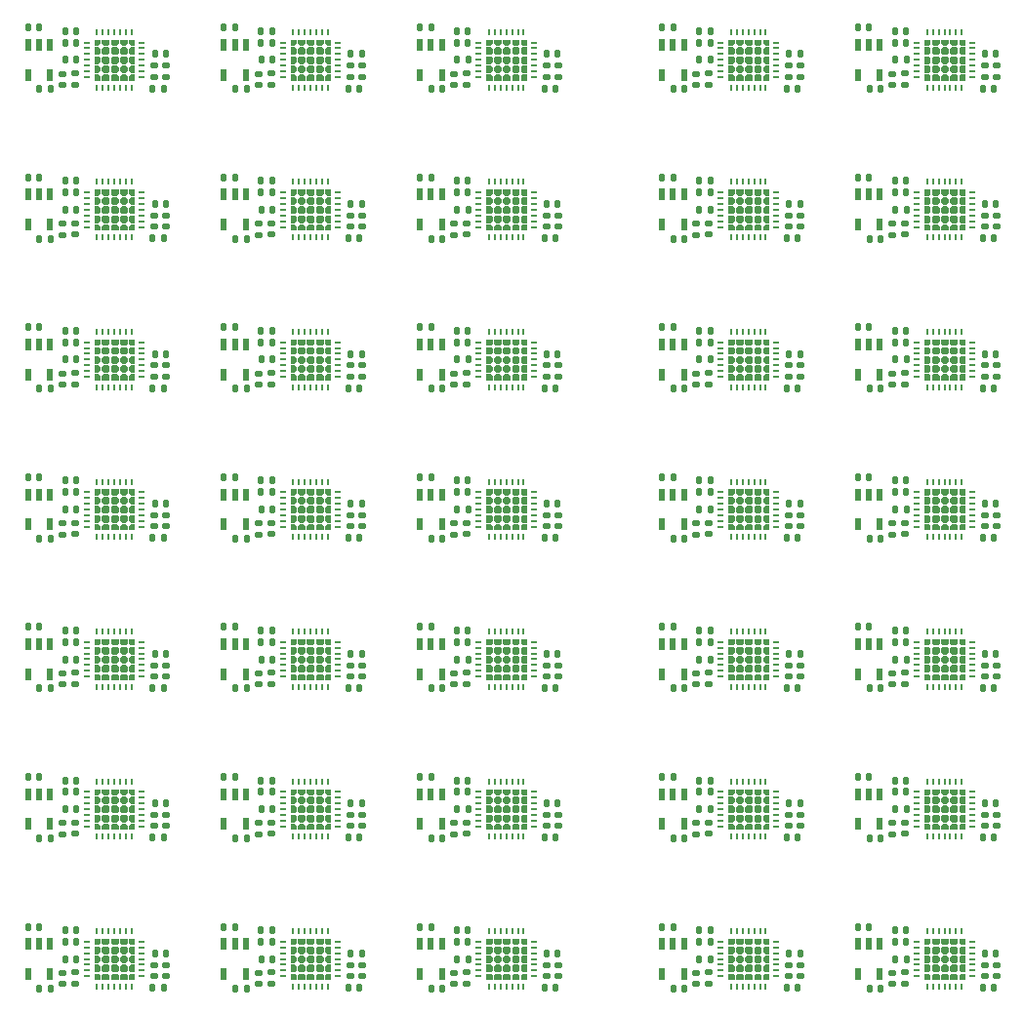
<source format=gbr>
%TF.GenerationSoftware,KiCad,Pcbnew,8.0.5-unknown-202409181836~355805756e~ubuntu22.04.1*%
%TF.CreationDate,2024-10-07T16:17:35+01:00*%
%TF.ProjectId,PANEL7x5_ADS1293,50414e45-4c37-4783-955f-414453313239,1.0*%
%TF.SameCoordinates,Original*%
%TF.FileFunction,Paste,Top*%
%TF.FilePolarity,Positive*%
%FSLAX46Y46*%
G04 Gerber Fmt 4.6, Leading zero omitted, Abs format (unit mm)*
G04 Created by KiCad (PCBNEW 8.0.5-unknown-202409181836~355805756e~ubuntu22.04.1) date 2024-10-07 16:17:35*
%MOMM*%
%LPD*%
G01*
G04 APERTURE LIST*
G04 Aperture macros list*
%AMRoundRect*
0 Rectangle with rounded corners*
0 $1 Rounding radius*
0 $2 $3 $4 $5 $6 $7 $8 $9 X,Y pos of 4 corners*
0 Add a 4 corners polygon primitive as box body*
4,1,4,$2,$3,$4,$5,$6,$7,$8,$9,$2,$3,0*
0 Add four circle primitives for the rounded corners*
1,1,$1+$1,$2,$3*
1,1,$1+$1,$4,$5*
1,1,$1+$1,$6,$7*
1,1,$1+$1,$8,$9*
0 Add four rect primitives between the rounded corners*
20,1,$1+$1,$2,$3,$4,$5,0*
20,1,$1+$1,$4,$5,$6,$7,0*
20,1,$1+$1,$6,$7,$8,$9,0*
20,1,$1+$1,$8,$9,$2,$3,0*%
G04 Aperture macros list end*
%ADD10C,0.100000*%
%ADD11RoundRect,0.140000X0.170000X-0.140000X0.170000X0.140000X-0.170000X0.140000X-0.170000X-0.140000X0*%
%ADD12RoundRect,0.140000X-0.140000X-0.170000X0.140000X-0.170000X0.140000X0.170000X-0.140000X0.170000X0*%
%ADD13RoundRect,0.140000X0.140000X0.170000X-0.140000X0.170000X-0.140000X-0.170000X0.140000X-0.170000X0*%
%ADD14R,0.620000X1.100000*%
%ADD15RoundRect,0.140000X-0.170000X0.140000X-0.170000X-0.140000X0.170000X-0.140000X0.170000X0.140000X0*%
%ADD16R,0.250000X0.600000*%
%ADD17R,0.600000X0.250000*%
G04 APERTURE END LIST*
D10*
%TO.C,U1*%
X47329400Y-49866979D02*
X47187979Y-50008400D01*
X46885430Y-50008400D01*
X46885430Y-49564430D01*
X47329400Y-49564430D01*
X47329400Y-49866979D01*
G36*
X47329400Y-49866979D02*
G01*
X47187979Y-50008400D01*
X46885430Y-50008400D01*
X46885430Y-49564430D01*
X47329400Y-49564430D01*
X47329400Y-49866979D01*
G37*
X47329400Y-52712021D02*
X47329400Y-53014570D01*
X46885430Y-53014570D01*
X46885430Y-52570600D01*
X47187979Y-52570600D01*
X47329400Y-52712021D01*
G36*
X47329400Y-52712021D02*
G01*
X47329400Y-53014570D01*
X46885430Y-53014570D01*
X46885430Y-52570600D01*
X47187979Y-52570600D01*
X47329400Y-52712021D01*
G37*
X50335570Y-50008400D02*
X50033021Y-50008400D01*
X49891600Y-49866979D01*
X49891600Y-49564430D01*
X50335570Y-49564430D01*
X50335570Y-50008400D01*
G36*
X50335570Y-50008400D02*
G01*
X50033021Y-50008400D01*
X49891600Y-49866979D01*
X49891600Y-49564430D01*
X50335570Y-49564430D01*
X50335570Y-50008400D01*
G37*
X50335570Y-53014570D02*
X49891600Y-53014570D01*
X49891600Y-52712021D01*
X50033021Y-52570600D01*
X50335570Y-52570600D01*
X50335570Y-53014570D01*
G36*
X50335570Y-53014570D02*
G01*
X49891600Y-53014570D01*
X49891600Y-52712021D01*
X50033021Y-52570600D01*
X50335570Y-52570600D01*
X50335570Y-53014570D01*
G37*
X47329400Y-50349821D02*
X47329400Y-50654379D01*
X47187979Y-50795800D01*
X46885430Y-50795800D01*
X46885430Y-50208400D01*
X47187979Y-50208400D01*
X47329400Y-50349821D01*
G36*
X47329400Y-50349821D02*
G01*
X47329400Y-50654379D01*
X47187979Y-50795800D01*
X46885430Y-50795800D01*
X46885430Y-50208400D01*
X47187979Y-50208400D01*
X47329400Y-50349821D01*
G37*
X47329400Y-51137221D02*
X47329400Y-51441779D01*
X47187979Y-51583200D01*
X46885430Y-51583200D01*
X46885430Y-50995800D01*
X47187979Y-50995800D01*
X47329400Y-51137221D01*
G36*
X47329400Y-51137221D02*
G01*
X47329400Y-51441779D01*
X47187979Y-51583200D01*
X46885430Y-51583200D01*
X46885430Y-50995800D01*
X47187979Y-50995800D01*
X47329400Y-51137221D01*
G37*
X47329400Y-51924621D02*
X47329400Y-52229179D01*
X47187979Y-52370600D01*
X46885430Y-52370600D01*
X46885430Y-51783200D01*
X47187979Y-51783200D01*
X47329400Y-51924621D01*
G36*
X47329400Y-51924621D02*
G01*
X47329400Y-52229179D01*
X47187979Y-52370600D01*
X46885430Y-52370600D01*
X46885430Y-51783200D01*
X47187979Y-51783200D01*
X47329400Y-51924621D01*
G37*
X48116800Y-49866979D02*
X47975379Y-50008400D01*
X47670821Y-50008400D01*
X47529400Y-49866979D01*
X47529400Y-49564430D01*
X48116800Y-49564430D01*
X48116800Y-49866979D01*
G36*
X48116800Y-49866979D02*
G01*
X47975379Y-50008400D01*
X47670821Y-50008400D01*
X47529400Y-49866979D01*
X47529400Y-49564430D01*
X48116800Y-49564430D01*
X48116800Y-49866979D01*
G37*
X48116800Y-52712021D02*
X48116800Y-53014570D01*
X47529400Y-53014570D01*
X47529400Y-52712021D01*
X47670821Y-52570600D01*
X47975379Y-52570600D01*
X48116800Y-52712021D01*
G36*
X48116800Y-52712021D02*
G01*
X48116800Y-53014570D01*
X47529400Y-53014570D01*
X47529400Y-52712021D01*
X47670821Y-52570600D01*
X47975379Y-52570600D01*
X48116800Y-52712021D01*
G37*
X48904200Y-49866979D02*
X48762779Y-50008400D01*
X48458221Y-50008400D01*
X48316800Y-49866979D01*
X48316800Y-49564430D01*
X48904200Y-49564430D01*
X48904200Y-49866979D01*
G36*
X48904200Y-49866979D02*
G01*
X48762779Y-50008400D01*
X48458221Y-50008400D01*
X48316800Y-49866979D01*
X48316800Y-49564430D01*
X48904200Y-49564430D01*
X48904200Y-49866979D01*
G37*
X48904200Y-52712021D02*
X48904200Y-53014570D01*
X48316800Y-53014570D01*
X48316800Y-52712021D01*
X48458221Y-52570600D01*
X48762779Y-52570600D01*
X48904200Y-52712021D01*
G36*
X48904200Y-52712021D02*
G01*
X48904200Y-53014570D01*
X48316800Y-53014570D01*
X48316800Y-52712021D01*
X48458221Y-52570600D01*
X48762779Y-52570600D01*
X48904200Y-52712021D01*
G37*
X49691600Y-49866979D02*
X49550179Y-50008400D01*
X49245621Y-50008400D01*
X49104200Y-49866979D01*
X49104200Y-49564430D01*
X49691600Y-49564430D01*
X49691600Y-49866979D01*
G36*
X49691600Y-49866979D02*
G01*
X49550179Y-50008400D01*
X49245621Y-50008400D01*
X49104200Y-49866979D01*
X49104200Y-49564430D01*
X49691600Y-49564430D01*
X49691600Y-49866979D01*
G37*
X49691600Y-52712021D02*
X49691600Y-53014570D01*
X49104200Y-53014570D01*
X49104200Y-52712021D01*
X49245621Y-52570600D01*
X49550179Y-52570600D01*
X49691600Y-52712021D01*
G36*
X49691600Y-52712021D02*
G01*
X49691600Y-53014570D01*
X49104200Y-53014570D01*
X49104200Y-52712021D01*
X49245621Y-52570600D01*
X49550179Y-52570600D01*
X49691600Y-52712021D01*
G37*
X50335570Y-50795800D02*
X50033021Y-50795800D01*
X49891600Y-50654379D01*
X49891600Y-50349821D01*
X50033021Y-50208400D01*
X50335570Y-50208400D01*
X50335570Y-50795800D01*
G36*
X50335570Y-50795800D02*
G01*
X50033021Y-50795800D01*
X49891600Y-50654379D01*
X49891600Y-50349821D01*
X50033021Y-50208400D01*
X50335570Y-50208400D01*
X50335570Y-50795800D01*
G37*
X50335570Y-51583200D02*
X50033021Y-51583200D01*
X49891600Y-51441779D01*
X49891600Y-51137221D01*
X50033021Y-50995800D01*
X50335570Y-50995800D01*
X50335570Y-51583200D01*
G36*
X50335570Y-51583200D02*
G01*
X50033021Y-51583200D01*
X49891600Y-51441779D01*
X49891600Y-51137221D01*
X50033021Y-50995800D01*
X50335570Y-50995800D01*
X50335570Y-51583200D01*
G37*
X50335570Y-52370600D02*
X50033021Y-52370600D01*
X49891600Y-52229179D01*
X49891600Y-51924621D01*
X50033021Y-51783200D01*
X50335570Y-51783200D01*
X50335570Y-52370600D01*
G36*
X50335570Y-52370600D02*
G01*
X50033021Y-52370600D01*
X49891600Y-52229179D01*
X49891600Y-51924621D01*
X50033021Y-51783200D01*
X50335570Y-51783200D01*
X50335570Y-52370600D01*
G37*
X48116800Y-50349821D02*
X48116800Y-50654379D01*
X47975379Y-50795800D01*
X47670821Y-50795800D01*
X47529400Y-50654379D01*
X47529400Y-50349821D01*
X47670821Y-50208400D01*
X47975379Y-50208400D01*
X48116800Y-50349821D01*
G36*
X48116800Y-50349821D02*
G01*
X48116800Y-50654379D01*
X47975379Y-50795800D01*
X47670821Y-50795800D01*
X47529400Y-50654379D01*
X47529400Y-50349821D01*
X47670821Y-50208400D01*
X47975379Y-50208400D01*
X48116800Y-50349821D01*
G37*
X48116800Y-51137221D02*
X48116800Y-51441779D01*
X47975379Y-51583200D01*
X47670821Y-51583200D01*
X47529400Y-51441779D01*
X47529400Y-51137221D01*
X47670821Y-50995800D01*
X47975379Y-50995800D01*
X48116800Y-51137221D01*
G36*
X48116800Y-51137221D02*
G01*
X48116800Y-51441779D01*
X47975379Y-51583200D01*
X47670821Y-51583200D01*
X47529400Y-51441779D01*
X47529400Y-51137221D01*
X47670821Y-50995800D01*
X47975379Y-50995800D01*
X48116800Y-51137221D01*
G37*
X48116800Y-51924621D02*
X48116800Y-52229179D01*
X47975379Y-52370600D01*
X47670821Y-52370600D01*
X47529400Y-52229179D01*
X47529400Y-51924621D01*
X47670821Y-51783200D01*
X47975379Y-51783200D01*
X48116800Y-51924621D01*
G36*
X48116800Y-51924621D02*
G01*
X48116800Y-52229179D01*
X47975379Y-52370600D01*
X47670821Y-52370600D01*
X47529400Y-52229179D01*
X47529400Y-51924621D01*
X47670821Y-51783200D01*
X47975379Y-51783200D01*
X48116800Y-51924621D01*
G37*
X48904200Y-50349821D02*
X48904200Y-50654379D01*
X48762779Y-50795800D01*
X48458221Y-50795800D01*
X48316800Y-50654379D01*
X48316800Y-50349821D01*
X48458221Y-50208400D01*
X48762779Y-50208400D01*
X48904200Y-50349821D01*
G36*
X48904200Y-50349821D02*
G01*
X48904200Y-50654379D01*
X48762779Y-50795800D01*
X48458221Y-50795800D01*
X48316800Y-50654379D01*
X48316800Y-50349821D01*
X48458221Y-50208400D01*
X48762779Y-50208400D01*
X48904200Y-50349821D01*
G37*
X48904200Y-51137221D02*
X48904200Y-51441779D01*
X48762779Y-51583200D01*
X48458221Y-51583200D01*
X48316800Y-51441779D01*
X48316800Y-51137221D01*
X48458221Y-50995800D01*
X48762779Y-50995800D01*
X48904200Y-51137221D01*
G36*
X48904200Y-51137221D02*
G01*
X48904200Y-51441779D01*
X48762779Y-51583200D01*
X48458221Y-51583200D01*
X48316800Y-51441779D01*
X48316800Y-51137221D01*
X48458221Y-50995800D01*
X48762779Y-50995800D01*
X48904200Y-51137221D01*
G37*
X48904200Y-51924621D02*
X48904200Y-52229179D01*
X48762779Y-52370600D01*
X48458221Y-52370600D01*
X48316800Y-52229179D01*
X48316800Y-51924621D01*
X48458221Y-51783200D01*
X48762779Y-51783200D01*
X48904200Y-51924621D01*
G36*
X48904200Y-51924621D02*
G01*
X48904200Y-52229179D01*
X48762779Y-52370600D01*
X48458221Y-52370600D01*
X48316800Y-52229179D01*
X48316800Y-51924621D01*
X48458221Y-51783200D01*
X48762779Y-51783200D01*
X48904200Y-51924621D01*
G37*
X49691600Y-50349821D02*
X49691600Y-50654379D01*
X49550179Y-50795800D01*
X49245621Y-50795800D01*
X49104200Y-50654379D01*
X49104200Y-50349821D01*
X49245621Y-50208400D01*
X49550179Y-50208400D01*
X49691600Y-50349821D01*
G36*
X49691600Y-50349821D02*
G01*
X49691600Y-50654379D01*
X49550179Y-50795800D01*
X49245621Y-50795800D01*
X49104200Y-50654379D01*
X49104200Y-50349821D01*
X49245621Y-50208400D01*
X49550179Y-50208400D01*
X49691600Y-50349821D01*
G37*
X49691600Y-51137221D02*
X49691600Y-51441779D01*
X49550179Y-51583200D01*
X49245621Y-51583200D01*
X49104200Y-51441779D01*
X49104200Y-51137221D01*
X49245621Y-50995800D01*
X49550179Y-50995800D01*
X49691600Y-51137221D01*
G36*
X49691600Y-51137221D02*
G01*
X49691600Y-51441779D01*
X49550179Y-51583200D01*
X49245621Y-51583200D01*
X49104200Y-51441779D01*
X49104200Y-51137221D01*
X49245621Y-50995800D01*
X49550179Y-50995800D01*
X49691600Y-51137221D01*
G37*
X49691600Y-51924621D02*
X49691600Y-52229179D01*
X49550179Y-52370600D01*
X49245621Y-52370600D01*
X49104200Y-52229179D01*
X49104200Y-51924621D01*
X49245621Y-51783200D01*
X49550179Y-51783200D01*
X49691600Y-51924621D01*
G36*
X49691600Y-51924621D02*
G01*
X49691600Y-52229179D01*
X49550179Y-52370600D01*
X49245621Y-52370600D01*
X49104200Y-52229179D01*
X49104200Y-51924621D01*
X49245621Y-51783200D01*
X49550179Y-51783200D01*
X49691600Y-51924621D01*
G37*
X30329400Y-75866979D02*
X30187979Y-76008400D01*
X29885430Y-76008400D01*
X29885430Y-75564430D01*
X30329400Y-75564430D01*
X30329400Y-75866979D01*
G36*
X30329400Y-75866979D02*
G01*
X30187979Y-76008400D01*
X29885430Y-76008400D01*
X29885430Y-75564430D01*
X30329400Y-75564430D01*
X30329400Y-75866979D01*
G37*
X30329400Y-78712021D02*
X30329400Y-79014570D01*
X29885430Y-79014570D01*
X29885430Y-78570600D01*
X30187979Y-78570600D01*
X30329400Y-78712021D01*
G36*
X30329400Y-78712021D02*
G01*
X30329400Y-79014570D01*
X29885430Y-79014570D01*
X29885430Y-78570600D01*
X30187979Y-78570600D01*
X30329400Y-78712021D01*
G37*
X33335570Y-76008400D02*
X33033021Y-76008400D01*
X32891600Y-75866979D01*
X32891600Y-75564430D01*
X33335570Y-75564430D01*
X33335570Y-76008400D01*
G36*
X33335570Y-76008400D02*
G01*
X33033021Y-76008400D01*
X32891600Y-75866979D01*
X32891600Y-75564430D01*
X33335570Y-75564430D01*
X33335570Y-76008400D01*
G37*
X33335570Y-79014570D02*
X32891600Y-79014570D01*
X32891600Y-78712021D01*
X33033021Y-78570600D01*
X33335570Y-78570600D01*
X33335570Y-79014570D01*
G36*
X33335570Y-79014570D02*
G01*
X32891600Y-79014570D01*
X32891600Y-78712021D01*
X33033021Y-78570600D01*
X33335570Y-78570600D01*
X33335570Y-79014570D01*
G37*
X30329400Y-76349821D02*
X30329400Y-76654379D01*
X30187979Y-76795800D01*
X29885430Y-76795800D01*
X29885430Y-76208400D01*
X30187979Y-76208400D01*
X30329400Y-76349821D01*
G36*
X30329400Y-76349821D02*
G01*
X30329400Y-76654379D01*
X30187979Y-76795800D01*
X29885430Y-76795800D01*
X29885430Y-76208400D01*
X30187979Y-76208400D01*
X30329400Y-76349821D01*
G37*
X30329400Y-77137221D02*
X30329400Y-77441779D01*
X30187979Y-77583200D01*
X29885430Y-77583200D01*
X29885430Y-76995800D01*
X30187979Y-76995800D01*
X30329400Y-77137221D01*
G36*
X30329400Y-77137221D02*
G01*
X30329400Y-77441779D01*
X30187979Y-77583200D01*
X29885430Y-77583200D01*
X29885430Y-76995800D01*
X30187979Y-76995800D01*
X30329400Y-77137221D01*
G37*
X30329400Y-77924621D02*
X30329400Y-78229179D01*
X30187979Y-78370600D01*
X29885430Y-78370600D01*
X29885430Y-77783200D01*
X30187979Y-77783200D01*
X30329400Y-77924621D01*
G36*
X30329400Y-77924621D02*
G01*
X30329400Y-78229179D01*
X30187979Y-78370600D01*
X29885430Y-78370600D01*
X29885430Y-77783200D01*
X30187979Y-77783200D01*
X30329400Y-77924621D01*
G37*
X31116800Y-75866979D02*
X30975379Y-76008400D01*
X30670821Y-76008400D01*
X30529400Y-75866979D01*
X30529400Y-75564430D01*
X31116800Y-75564430D01*
X31116800Y-75866979D01*
G36*
X31116800Y-75866979D02*
G01*
X30975379Y-76008400D01*
X30670821Y-76008400D01*
X30529400Y-75866979D01*
X30529400Y-75564430D01*
X31116800Y-75564430D01*
X31116800Y-75866979D01*
G37*
X31116800Y-78712021D02*
X31116800Y-79014570D01*
X30529400Y-79014570D01*
X30529400Y-78712021D01*
X30670821Y-78570600D01*
X30975379Y-78570600D01*
X31116800Y-78712021D01*
G36*
X31116800Y-78712021D02*
G01*
X31116800Y-79014570D01*
X30529400Y-79014570D01*
X30529400Y-78712021D01*
X30670821Y-78570600D01*
X30975379Y-78570600D01*
X31116800Y-78712021D01*
G37*
X31904200Y-75866979D02*
X31762779Y-76008400D01*
X31458221Y-76008400D01*
X31316800Y-75866979D01*
X31316800Y-75564430D01*
X31904200Y-75564430D01*
X31904200Y-75866979D01*
G36*
X31904200Y-75866979D02*
G01*
X31762779Y-76008400D01*
X31458221Y-76008400D01*
X31316800Y-75866979D01*
X31316800Y-75564430D01*
X31904200Y-75564430D01*
X31904200Y-75866979D01*
G37*
X31904200Y-78712021D02*
X31904200Y-79014570D01*
X31316800Y-79014570D01*
X31316800Y-78712021D01*
X31458221Y-78570600D01*
X31762779Y-78570600D01*
X31904200Y-78712021D01*
G36*
X31904200Y-78712021D02*
G01*
X31904200Y-79014570D01*
X31316800Y-79014570D01*
X31316800Y-78712021D01*
X31458221Y-78570600D01*
X31762779Y-78570600D01*
X31904200Y-78712021D01*
G37*
X32691600Y-75866979D02*
X32550179Y-76008400D01*
X32245621Y-76008400D01*
X32104200Y-75866979D01*
X32104200Y-75564430D01*
X32691600Y-75564430D01*
X32691600Y-75866979D01*
G36*
X32691600Y-75866979D02*
G01*
X32550179Y-76008400D01*
X32245621Y-76008400D01*
X32104200Y-75866979D01*
X32104200Y-75564430D01*
X32691600Y-75564430D01*
X32691600Y-75866979D01*
G37*
X32691600Y-78712021D02*
X32691600Y-79014570D01*
X32104200Y-79014570D01*
X32104200Y-78712021D01*
X32245621Y-78570600D01*
X32550179Y-78570600D01*
X32691600Y-78712021D01*
G36*
X32691600Y-78712021D02*
G01*
X32691600Y-79014570D01*
X32104200Y-79014570D01*
X32104200Y-78712021D01*
X32245621Y-78570600D01*
X32550179Y-78570600D01*
X32691600Y-78712021D01*
G37*
X33335570Y-76795800D02*
X33033021Y-76795800D01*
X32891600Y-76654379D01*
X32891600Y-76349821D01*
X33033021Y-76208400D01*
X33335570Y-76208400D01*
X33335570Y-76795800D01*
G36*
X33335570Y-76795800D02*
G01*
X33033021Y-76795800D01*
X32891600Y-76654379D01*
X32891600Y-76349821D01*
X33033021Y-76208400D01*
X33335570Y-76208400D01*
X33335570Y-76795800D01*
G37*
X33335570Y-77583200D02*
X33033021Y-77583200D01*
X32891600Y-77441779D01*
X32891600Y-77137221D01*
X33033021Y-76995800D01*
X33335570Y-76995800D01*
X33335570Y-77583200D01*
G36*
X33335570Y-77583200D02*
G01*
X33033021Y-77583200D01*
X32891600Y-77441779D01*
X32891600Y-77137221D01*
X33033021Y-76995800D01*
X33335570Y-76995800D01*
X33335570Y-77583200D01*
G37*
X33335570Y-78370600D02*
X33033021Y-78370600D01*
X32891600Y-78229179D01*
X32891600Y-77924621D01*
X33033021Y-77783200D01*
X33335570Y-77783200D01*
X33335570Y-78370600D01*
G36*
X33335570Y-78370600D02*
G01*
X33033021Y-78370600D01*
X32891600Y-78229179D01*
X32891600Y-77924621D01*
X33033021Y-77783200D01*
X33335570Y-77783200D01*
X33335570Y-78370600D01*
G37*
X31116800Y-76349821D02*
X31116800Y-76654379D01*
X30975379Y-76795800D01*
X30670821Y-76795800D01*
X30529400Y-76654379D01*
X30529400Y-76349821D01*
X30670821Y-76208400D01*
X30975379Y-76208400D01*
X31116800Y-76349821D01*
G36*
X31116800Y-76349821D02*
G01*
X31116800Y-76654379D01*
X30975379Y-76795800D01*
X30670821Y-76795800D01*
X30529400Y-76654379D01*
X30529400Y-76349821D01*
X30670821Y-76208400D01*
X30975379Y-76208400D01*
X31116800Y-76349821D01*
G37*
X31116800Y-77137221D02*
X31116800Y-77441779D01*
X30975379Y-77583200D01*
X30670821Y-77583200D01*
X30529400Y-77441779D01*
X30529400Y-77137221D01*
X30670821Y-76995800D01*
X30975379Y-76995800D01*
X31116800Y-77137221D01*
G36*
X31116800Y-77137221D02*
G01*
X31116800Y-77441779D01*
X30975379Y-77583200D01*
X30670821Y-77583200D01*
X30529400Y-77441779D01*
X30529400Y-77137221D01*
X30670821Y-76995800D01*
X30975379Y-76995800D01*
X31116800Y-77137221D01*
G37*
X31116800Y-77924621D02*
X31116800Y-78229179D01*
X30975379Y-78370600D01*
X30670821Y-78370600D01*
X30529400Y-78229179D01*
X30529400Y-77924621D01*
X30670821Y-77783200D01*
X30975379Y-77783200D01*
X31116800Y-77924621D01*
G36*
X31116800Y-77924621D02*
G01*
X31116800Y-78229179D01*
X30975379Y-78370600D01*
X30670821Y-78370600D01*
X30529400Y-78229179D01*
X30529400Y-77924621D01*
X30670821Y-77783200D01*
X30975379Y-77783200D01*
X31116800Y-77924621D01*
G37*
X31904200Y-76349821D02*
X31904200Y-76654379D01*
X31762779Y-76795800D01*
X31458221Y-76795800D01*
X31316800Y-76654379D01*
X31316800Y-76349821D01*
X31458221Y-76208400D01*
X31762779Y-76208400D01*
X31904200Y-76349821D01*
G36*
X31904200Y-76349821D02*
G01*
X31904200Y-76654379D01*
X31762779Y-76795800D01*
X31458221Y-76795800D01*
X31316800Y-76654379D01*
X31316800Y-76349821D01*
X31458221Y-76208400D01*
X31762779Y-76208400D01*
X31904200Y-76349821D01*
G37*
X31904200Y-77137221D02*
X31904200Y-77441779D01*
X31762779Y-77583200D01*
X31458221Y-77583200D01*
X31316800Y-77441779D01*
X31316800Y-77137221D01*
X31458221Y-76995800D01*
X31762779Y-76995800D01*
X31904200Y-77137221D01*
G36*
X31904200Y-77137221D02*
G01*
X31904200Y-77441779D01*
X31762779Y-77583200D01*
X31458221Y-77583200D01*
X31316800Y-77441779D01*
X31316800Y-77137221D01*
X31458221Y-76995800D01*
X31762779Y-76995800D01*
X31904200Y-77137221D01*
G37*
X31904200Y-77924621D02*
X31904200Y-78229179D01*
X31762779Y-78370600D01*
X31458221Y-78370600D01*
X31316800Y-78229179D01*
X31316800Y-77924621D01*
X31458221Y-77783200D01*
X31762779Y-77783200D01*
X31904200Y-77924621D01*
G36*
X31904200Y-77924621D02*
G01*
X31904200Y-78229179D01*
X31762779Y-78370600D01*
X31458221Y-78370600D01*
X31316800Y-78229179D01*
X31316800Y-77924621D01*
X31458221Y-77783200D01*
X31762779Y-77783200D01*
X31904200Y-77924621D01*
G37*
X32691600Y-76349821D02*
X32691600Y-76654379D01*
X32550179Y-76795800D01*
X32245621Y-76795800D01*
X32104200Y-76654379D01*
X32104200Y-76349821D01*
X32245621Y-76208400D01*
X32550179Y-76208400D01*
X32691600Y-76349821D01*
G36*
X32691600Y-76349821D02*
G01*
X32691600Y-76654379D01*
X32550179Y-76795800D01*
X32245621Y-76795800D01*
X32104200Y-76654379D01*
X32104200Y-76349821D01*
X32245621Y-76208400D01*
X32550179Y-76208400D01*
X32691600Y-76349821D01*
G37*
X32691600Y-77137221D02*
X32691600Y-77441779D01*
X32550179Y-77583200D01*
X32245621Y-77583200D01*
X32104200Y-77441779D01*
X32104200Y-77137221D01*
X32245621Y-76995800D01*
X32550179Y-76995800D01*
X32691600Y-77137221D01*
G36*
X32691600Y-77137221D02*
G01*
X32691600Y-77441779D01*
X32550179Y-77583200D01*
X32245621Y-77583200D01*
X32104200Y-77441779D01*
X32104200Y-77137221D01*
X32245621Y-76995800D01*
X32550179Y-76995800D01*
X32691600Y-77137221D01*
G37*
X32691600Y-77924621D02*
X32691600Y-78229179D01*
X32550179Y-78370600D01*
X32245621Y-78370600D01*
X32104200Y-78229179D01*
X32104200Y-77924621D01*
X32245621Y-77783200D01*
X32550179Y-77783200D01*
X32691600Y-77924621D01*
G36*
X32691600Y-77924621D02*
G01*
X32691600Y-78229179D01*
X32550179Y-78370600D01*
X32245621Y-78370600D01*
X32104200Y-78229179D01*
X32104200Y-77924621D01*
X32245621Y-77783200D01*
X32550179Y-77783200D01*
X32691600Y-77924621D01*
G37*
X13329400Y-36866979D02*
X13187979Y-37008400D01*
X12885430Y-37008400D01*
X12885430Y-36564430D01*
X13329400Y-36564430D01*
X13329400Y-36866979D01*
G36*
X13329400Y-36866979D02*
G01*
X13187979Y-37008400D01*
X12885430Y-37008400D01*
X12885430Y-36564430D01*
X13329400Y-36564430D01*
X13329400Y-36866979D01*
G37*
X13329400Y-39712021D02*
X13329400Y-40014570D01*
X12885430Y-40014570D01*
X12885430Y-39570600D01*
X13187979Y-39570600D01*
X13329400Y-39712021D01*
G36*
X13329400Y-39712021D02*
G01*
X13329400Y-40014570D01*
X12885430Y-40014570D01*
X12885430Y-39570600D01*
X13187979Y-39570600D01*
X13329400Y-39712021D01*
G37*
X16335570Y-37008400D02*
X16033021Y-37008400D01*
X15891600Y-36866979D01*
X15891600Y-36564430D01*
X16335570Y-36564430D01*
X16335570Y-37008400D01*
G36*
X16335570Y-37008400D02*
G01*
X16033021Y-37008400D01*
X15891600Y-36866979D01*
X15891600Y-36564430D01*
X16335570Y-36564430D01*
X16335570Y-37008400D01*
G37*
X16335570Y-40014570D02*
X15891600Y-40014570D01*
X15891600Y-39712021D01*
X16033021Y-39570600D01*
X16335570Y-39570600D01*
X16335570Y-40014570D01*
G36*
X16335570Y-40014570D02*
G01*
X15891600Y-40014570D01*
X15891600Y-39712021D01*
X16033021Y-39570600D01*
X16335570Y-39570600D01*
X16335570Y-40014570D01*
G37*
X13329400Y-37349821D02*
X13329400Y-37654379D01*
X13187979Y-37795800D01*
X12885430Y-37795800D01*
X12885430Y-37208400D01*
X13187979Y-37208400D01*
X13329400Y-37349821D01*
G36*
X13329400Y-37349821D02*
G01*
X13329400Y-37654379D01*
X13187979Y-37795800D01*
X12885430Y-37795800D01*
X12885430Y-37208400D01*
X13187979Y-37208400D01*
X13329400Y-37349821D01*
G37*
X13329400Y-38137221D02*
X13329400Y-38441779D01*
X13187979Y-38583200D01*
X12885430Y-38583200D01*
X12885430Y-37995800D01*
X13187979Y-37995800D01*
X13329400Y-38137221D01*
G36*
X13329400Y-38137221D02*
G01*
X13329400Y-38441779D01*
X13187979Y-38583200D01*
X12885430Y-38583200D01*
X12885430Y-37995800D01*
X13187979Y-37995800D01*
X13329400Y-38137221D01*
G37*
X13329400Y-38924621D02*
X13329400Y-39229179D01*
X13187979Y-39370600D01*
X12885430Y-39370600D01*
X12885430Y-38783200D01*
X13187979Y-38783200D01*
X13329400Y-38924621D01*
G36*
X13329400Y-38924621D02*
G01*
X13329400Y-39229179D01*
X13187979Y-39370600D01*
X12885430Y-39370600D01*
X12885430Y-38783200D01*
X13187979Y-38783200D01*
X13329400Y-38924621D01*
G37*
X14116800Y-36866979D02*
X13975379Y-37008400D01*
X13670821Y-37008400D01*
X13529400Y-36866979D01*
X13529400Y-36564430D01*
X14116800Y-36564430D01*
X14116800Y-36866979D01*
G36*
X14116800Y-36866979D02*
G01*
X13975379Y-37008400D01*
X13670821Y-37008400D01*
X13529400Y-36866979D01*
X13529400Y-36564430D01*
X14116800Y-36564430D01*
X14116800Y-36866979D01*
G37*
X14116800Y-39712021D02*
X14116800Y-40014570D01*
X13529400Y-40014570D01*
X13529400Y-39712021D01*
X13670821Y-39570600D01*
X13975379Y-39570600D01*
X14116800Y-39712021D01*
G36*
X14116800Y-39712021D02*
G01*
X14116800Y-40014570D01*
X13529400Y-40014570D01*
X13529400Y-39712021D01*
X13670821Y-39570600D01*
X13975379Y-39570600D01*
X14116800Y-39712021D01*
G37*
X14904200Y-36866979D02*
X14762779Y-37008400D01*
X14458221Y-37008400D01*
X14316800Y-36866979D01*
X14316800Y-36564430D01*
X14904200Y-36564430D01*
X14904200Y-36866979D01*
G36*
X14904200Y-36866979D02*
G01*
X14762779Y-37008400D01*
X14458221Y-37008400D01*
X14316800Y-36866979D01*
X14316800Y-36564430D01*
X14904200Y-36564430D01*
X14904200Y-36866979D01*
G37*
X14904200Y-39712021D02*
X14904200Y-40014570D01*
X14316800Y-40014570D01*
X14316800Y-39712021D01*
X14458221Y-39570600D01*
X14762779Y-39570600D01*
X14904200Y-39712021D01*
G36*
X14904200Y-39712021D02*
G01*
X14904200Y-40014570D01*
X14316800Y-40014570D01*
X14316800Y-39712021D01*
X14458221Y-39570600D01*
X14762779Y-39570600D01*
X14904200Y-39712021D01*
G37*
X15691600Y-36866979D02*
X15550179Y-37008400D01*
X15245621Y-37008400D01*
X15104200Y-36866979D01*
X15104200Y-36564430D01*
X15691600Y-36564430D01*
X15691600Y-36866979D01*
G36*
X15691600Y-36866979D02*
G01*
X15550179Y-37008400D01*
X15245621Y-37008400D01*
X15104200Y-36866979D01*
X15104200Y-36564430D01*
X15691600Y-36564430D01*
X15691600Y-36866979D01*
G37*
X15691600Y-39712021D02*
X15691600Y-40014570D01*
X15104200Y-40014570D01*
X15104200Y-39712021D01*
X15245621Y-39570600D01*
X15550179Y-39570600D01*
X15691600Y-39712021D01*
G36*
X15691600Y-39712021D02*
G01*
X15691600Y-40014570D01*
X15104200Y-40014570D01*
X15104200Y-39712021D01*
X15245621Y-39570600D01*
X15550179Y-39570600D01*
X15691600Y-39712021D01*
G37*
X16335570Y-37795800D02*
X16033021Y-37795800D01*
X15891600Y-37654379D01*
X15891600Y-37349821D01*
X16033021Y-37208400D01*
X16335570Y-37208400D01*
X16335570Y-37795800D01*
G36*
X16335570Y-37795800D02*
G01*
X16033021Y-37795800D01*
X15891600Y-37654379D01*
X15891600Y-37349821D01*
X16033021Y-37208400D01*
X16335570Y-37208400D01*
X16335570Y-37795800D01*
G37*
X16335570Y-38583200D02*
X16033021Y-38583200D01*
X15891600Y-38441779D01*
X15891600Y-38137221D01*
X16033021Y-37995800D01*
X16335570Y-37995800D01*
X16335570Y-38583200D01*
G36*
X16335570Y-38583200D02*
G01*
X16033021Y-38583200D01*
X15891600Y-38441779D01*
X15891600Y-38137221D01*
X16033021Y-37995800D01*
X16335570Y-37995800D01*
X16335570Y-38583200D01*
G37*
X16335570Y-39370600D02*
X16033021Y-39370600D01*
X15891600Y-39229179D01*
X15891600Y-38924621D01*
X16033021Y-38783200D01*
X16335570Y-38783200D01*
X16335570Y-39370600D01*
G36*
X16335570Y-39370600D02*
G01*
X16033021Y-39370600D01*
X15891600Y-39229179D01*
X15891600Y-38924621D01*
X16033021Y-38783200D01*
X16335570Y-38783200D01*
X16335570Y-39370600D01*
G37*
X14116800Y-37349821D02*
X14116800Y-37654379D01*
X13975379Y-37795800D01*
X13670821Y-37795800D01*
X13529400Y-37654379D01*
X13529400Y-37349821D01*
X13670821Y-37208400D01*
X13975379Y-37208400D01*
X14116800Y-37349821D01*
G36*
X14116800Y-37349821D02*
G01*
X14116800Y-37654379D01*
X13975379Y-37795800D01*
X13670821Y-37795800D01*
X13529400Y-37654379D01*
X13529400Y-37349821D01*
X13670821Y-37208400D01*
X13975379Y-37208400D01*
X14116800Y-37349821D01*
G37*
X14116800Y-38137221D02*
X14116800Y-38441779D01*
X13975379Y-38583200D01*
X13670821Y-38583200D01*
X13529400Y-38441779D01*
X13529400Y-38137221D01*
X13670821Y-37995800D01*
X13975379Y-37995800D01*
X14116800Y-38137221D01*
G36*
X14116800Y-38137221D02*
G01*
X14116800Y-38441779D01*
X13975379Y-38583200D01*
X13670821Y-38583200D01*
X13529400Y-38441779D01*
X13529400Y-38137221D01*
X13670821Y-37995800D01*
X13975379Y-37995800D01*
X14116800Y-38137221D01*
G37*
X14116800Y-38924621D02*
X14116800Y-39229179D01*
X13975379Y-39370600D01*
X13670821Y-39370600D01*
X13529400Y-39229179D01*
X13529400Y-38924621D01*
X13670821Y-38783200D01*
X13975379Y-38783200D01*
X14116800Y-38924621D01*
G36*
X14116800Y-38924621D02*
G01*
X14116800Y-39229179D01*
X13975379Y-39370600D01*
X13670821Y-39370600D01*
X13529400Y-39229179D01*
X13529400Y-38924621D01*
X13670821Y-38783200D01*
X13975379Y-38783200D01*
X14116800Y-38924621D01*
G37*
X14904200Y-37349821D02*
X14904200Y-37654379D01*
X14762779Y-37795800D01*
X14458221Y-37795800D01*
X14316800Y-37654379D01*
X14316800Y-37349821D01*
X14458221Y-37208400D01*
X14762779Y-37208400D01*
X14904200Y-37349821D01*
G36*
X14904200Y-37349821D02*
G01*
X14904200Y-37654379D01*
X14762779Y-37795800D01*
X14458221Y-37795800D01*
X14316800Y-37654379D01*
X14316800Y-37349821D01*
X14458221Y-37208400D01*
X14762779Y-37208400D01*
X14904200Y-37349821D01*
G37*
X14904200Y-38137221D02*
X14904200Y-38441779D01*
X14762779Y-38583200D01*
X14458221Y-38583200D01*
X14316800Y-38441779D01*
X14316800Y-38137221D01*
X14458221Y-37995800D01*
X14762779Y-37995800D01*
X14904200Y-38137221D01*
G36*
X14904200Y-38137221D02*
G01*
X14904200Y-38441779D01*
X14762779Y-38583200D01*
X14458221Y-38583200D01*
X14316800Y-38441779D01*
X14316800Y-38137221D01*
X14458221Y-37995800D01*
X14762779Y-37995800D01*
X14904200Y-38137221D01*
G37*
X14904200Y-38924621D02*
X14904200Y-39229179D01*
X14762779Y-39370600D01*
X14458221Y-39370600D01*
X14316800Y-39229179D01*
X14316800Y-38924621D01*
X14458221Y-38783200D01*
X14762779Y-38783200D01*
X14904200Y-38924621D01*
G36*
X14904200Y-38924621D02*
G01*
X14904200Y-39229179D01*
X14762779Y-39370600D01*
X14458221Y-39370600D01*
X14316800Y-39229179D01*
X14316800Y-38924621D01*
X14458221Y-38783200D01*
X14762779Y-38783200D01*
X14904200Y-38924621D01*
G37*
X15691600Y-37349821D02*
X15691600Y-37654379D01*
X15550179Y-37795800D01*
X15245621Y-37795800D01*
X15104200Y-37654379D01*
X15104200Y-37349821D01*
X15245621Y-37208400D01*
X15550179Y-37208400D01*
X15691600Y-37349821D01*
G36*
X15691600Y-37349821D02*
G01*
X15691600Y-37654379D01*
X15550179Y-37795800D01*
X15245621Y-37795800D01*
X15104200Y-37654379D01*
X15104200Y-37349821D01*
X15245621Y-37208400D01*
X15550179Y-37208400D01*
X15691600Y-37349821D01*
G37*
X15691600Y-38137221D02*
X15691600Y-38441779D01*
X15550179Y-38583200D01*
X15245621Y-38583200D01*
X15104200Y-38441779D01*
X15104200Y-38137221D01*
X15245621Y-37995800D01*
X15550179Y-37995800D01*
X15691600Y-38137221D01*
G36*
X15691600Y-38137221D02*
G01*
X15691600Y-38441779D01*
X15550179Y-38583200D01*
X15245621Y-38583200D01*
X15104200Y-38441779D01*
X15104200Y-38137221D01*
X15245621Y-37995800D01*
X15550179Y-37995800D01*
X15691600Y-38137221D01*
G37*
X15691600Y-38924621D02*
X15691600Y-39229179D01*
X15550179Y-39370600D01*
X15245621Y-39370600D01*
X15104200Y-39229179D01*
X15104200Y-38924621D01*
X15245621Y-38783200D01*
X15550179Y-38783200D01*
X15691600Y-38924621D01*
G36*
X15691600Y-38924621D02*
G01*
X15691600Y-39229179D01*
X15550179Y-39370600D01*
X15245621Y-39370600D01*
X15104200Y-39229179D01*
X15104200Y-38924621D01*
X15245621Y-38783200D01*
X15550179Y-38783200D01*
X15691600Y-38924621D01*
G37*
X68329400Y-88866979D02*
X68187979Y-89008400D01*
X67885430Y-89008400D01*
X67885430Y-88564430D01*
X68329400Y-88564430D01*
X68329400Y-88866979D01*
G36*
X68329400Y-88866979D02*
G01*
X68187979Y-89008400D01*
X67885430Y-89008400D01*
X67885430Y-88564430D01*
X68329400Y-88564430D01*
X68329400Y-88866979D01*
G37*
X68329400Y-91712021D02*
X68329400Y-92014570D01*
X67885430Y-92014570D01*
X67885430Y-91570600D01*
X68187979Y-91570600D01*
X68329400Y-91712021D01*
G36*
X68329400Y-91712021D02*
G01*
X68329400Y-92014570D01*
X67885430Y-92014570D01*
X67885430Y-91570600D01*
X68187979Y-91570600D01*
X68329400Y-91712021D01*
G37*
X71335570Y-89008400D02*
X71033021Y-89008400D01*
X70891600Y-88866979D01*
X70891600Y-88564430D01*
X71335570Y-88564430D01*
X71335570Y-89008400D01*
G36*
X71335570Y-89008400D02*
G01*
X71033021Y-89008400D01*
X70891600Y-88866979D01*
X70891600Y-88564430D01*
X71335570Y-88564430D01*
X71335570Y-89008400D01*
G37*
X71335570Y-92014570D02*
X70891600Y-92014570D01*
X70891600Y-91712021D01*
X71033021Y-91570600D01*
X71335570Y-91570600D01*
X71335570Y-92014570D01*
G36*
X71335570Y-92014570D02*
G01*
X70891600Y-92014570D01*
X70891600Y-91712021D01*
X71033021Y-91570600D01*
X71335570Y-91570600D01*
X71335570Y-92014570D01*
G37*
X68329400Y-89349821D02*
X68329400Y-89654379D01*
X68187979Y-89795800D01*
X67885430Y-89795800D01*
X67885430Y-89208400D01*
X68187979Y-89208400D01*
X68329400Y-89349821D01*
G36*
X68329400Y-89349821D02*
G01*
X68329400Y-89654379D01*
X68187979Y-89795800D01*
X67885430Y-89795800D01*
X67885430Y-89208400D01*
X68187979Y-89208400D01*
X68329400Y-89349821D01*
G37*
X68329400Y-90137221D02*
X68329400Y-90441779D01*
X68187979Y-90583200D01*
X67885430Y-90583200D01*
X67885430Y-89995800D01*
X68187979Y-89995800D01*
X68329400Y-90137221D01*
G36*
X68329400Y-90137221D02*
G01*
X68329400Y-90441779D01*
X68187979Y-90583200D01*
X67885430Y-90583200D01*
X67885430Y-89995800D01*
X68187979Y-89995800D01*
X68329400Y-90137221D01*
G37*
X68329400Y-90924621D02*
X68329400Y-91229179D01*
X68187979Y-91370600D01*
X67885430Y-91370600D01*
X67885430Y-90783200D01*
X68187979Y-90783200D01*
X68329400Y-90924621D01*
G36*
X68329400Y-90924621D02*
G01*
X68329400Y-91229179D01*
X68187979Y-91370600D01*
X67885430Y-91370600D01*
X67885430Y-90783200D01*
X68187979Y-90783200D01*
X68329400Y-90924621D01*
G37*
X69116800Y-88866979D02*
X68975379Y-89008400D01*
X68670821Y-89008400D01*
X68529400Y-88866979D01*
X68529400Y-88564430D01*
X69116800Y-88564430D01*
X69116800Y-88866979D01*
G36*
X69116800Y-88866979D02*
G01*
X68975379Y-89008400D01*
X68670821Y-89008400D01*
X68529400Y-88866979D01*
X68529400Y-88564430D01*
X69116800Y-88564430D01*
X69116800Y-88866979D01*
G37*
X69116800Y-91712021D02*
X69116800Y-92014570D01*
X68529400Y-92014570D01*
X68529400Y-91712021D01*
X68670821Y-91570600D01*
X68975379Y-91570600D01*
X69116800Y-91712021D01*
G36*
X69116800Y-91712021D02*
G01*
X69116800Y-92014570D01*
X68529400Y-92014570D01*
X68529400Y-91712021D01*
X68670821Y-91570600D01*
X68975379Y-91570600D01*
X69116800Y-91712021D01*
G37*
X69904200Y-88866979D02*
X69762779Y-89008400D01*
X69458221Y-89008400D01*
X69316800Y-88866979D01*
X69316800Y-88564430D01*
X69904200Y-88564430D01*
X69904200Y-88866979D01*
G36*
X69904200Y-88866979D02*
G01*
X69762779Y-89008400D01*
X69458221Y-89008400D01*
X69316800Y-88866979D01*
X69316800Y-88564430D01*
X69904200Y-88564430D01*
X69904200Y-88866979D01*
G37*
X69904200Y-91712021D02*
X69904200Y-92014570D01*
X69316800Y-92014570D01*
X69316800Y-91712021D01*
X69458221Y-91570600D01*
X69762779Y-91570600D01*
X69904200Y-91712021D01*
G36*
X69904200Y-91712021D02*
G01*
X69904200Y-92014570D01*
X69316800Y-92014570D01*
X69316800Y-91712021D01*
X69458221Y-91570600D01*
X69762779Y-91570600D01*
X69904200Y-91712021D01*
G37*
X70691600Y-88866979D02*
X70550179Y-89008400D01*
X70245621Y-89008400D01*
X70104200Y-88866979D01*
X70104200Y-88564430D01*
X70691600Y-88564430D01*
X70691600Y-88866979D01*
G36*
X70691600Y-88866979D02*
G01*
X70550179Y-89008400D01*
X70245621Y-89008400D01*
X70104200Y-88866979D01*
X70104200Y-88564430D01*
X70691600Y-88564430D01*
X70691600Y-88866979D01*
G37*
X70691600Y-91712021D02*
X70691600Y-92014570D01*
X70104200Y-92014570D01*
X70104200Y-91712021D01*
X70245621Y-91570600D01*
X70550179Y-91570600D01*
X70691600Y-91712021D01*
G36*
X70691600Y-91712021D02*
G01*
X70691600Y-92014570D01*
X70104200Y-92014570D01*
X70104200Y-91712021D01*
X70245621Y-91570600D01*
X70550179Y-91570600D01*
X70691600Y-91712021D01*
G37*
X71335570Y-89795800D02*
X71033021Y-89795800D01*
X70891600Y-89654379D01*
X70891600Y-89349821D01*
X71033021Y-89208400D01*
X71335570Y-89208400D01*
X71335570Y-89795800D01*
G36*
X71335570Y-89795800D02*
G01*
X71033021Y-89795800D01*
X70891600Y-89654379D01*
X70891600Y-89349821D01*
X71033021Y-89208400D01*
X71335570Y-89208400D01*
X71335570Y-89795800D01*
G37*
X71335570Y-90583200D02*
X71033021Y-90583200D01*
X70891600Y-90441779D01*
X70891600Y-90137221D01*
X71033021Y-89995800D01*
X71335570Y-89995800D01*
X71335570Y-90583200D01*
G36*
X71335570Y-90583200D02*
G01*
X71033021Y-90583200D01*
X70891600Y-90441779D01*
X70891600Y-90137221D01*
X71033021Y-89995800D01*
X71335570Y-89995800D01*
X71335570Y-90583200D01*
G37*
X71335570Y-91370600D02*
X71033021Y-91370600D01*
X70891600Y-91229179D01*
X70891600Y-90924621D01*
X71033021Y-90783200D01*
X71335570Y-90783200D01*
X71335570Y-91370600D01*
G36*
X71335570Y-91370600D02*
G01*
X71033021Y-91370600D01*
X70891600Y-91229179D01*
X70891600Y-90924621D01*
X71033021Y-90783200D01*
X71335570Y-90783200D01*
X71335570Y-91370600D01*
G37*
X69116800Y-89349821D02*
X69116800Y-89654379D01*
X68975379Y-89795800D01*
X68670821Y-89795800D01*
X68529400Y-89654379D01*
X68529400Y-89349821D01*
X68670821Y-89208400D01*
X68975379Y-89208400D01*
X69116800Y-89349821D01*
G36*
X69116800Y-89349821D02*
G01*
X69116800Y-89654379D01*
X68975379Y-89795800D01*
X68670821Y-89795800D01*
X68529400Y-89654379D01*
X68529400Y-89349821D01*
X68670821Y-89208400D01*
X68975379Y-89208400D01*
X69116800Y-89349821D01*
G37*
X69116800Y-90137221D02*
X69116800Y-90441779D01*
X68975379Y-90583200D01*
X68670821Y-90583200D01*
X68529400Y-90441779D01*
X68529400Y-90137221D01*
X68670821Y-89995800D01*
X68975379Y-89995800D01*
X69116800Y-90137221D01*
G36*
X69116800Y-90137221D02*
G01*
X69116800Y-90441779D01*
X68975379Y-90583200D01*
X68670821Y-90583200D01*
X68529400Y-90441779D01*
X68529400Y-90137221D01*
X68670821Y-89995800D01*
X68975379Y-89995800D01*
X69116800Y-90137221D01*
G37*
X69116800Y-90924621D02*
X69116800Y-91229179D01*
X68975379Y-91370600D01*
X68670821Y-91370600D01*
X68529400Y-91229179D01*
X68529400Y-90924621D01*
X68670821Y-90783200D01*
X68975379Y-90783200D01*
X69116800Y-90924621D01*
G36*
X69116800Y-90924621D02*
G01*
X69116800Y-91229179D01*
X68975379Y-91370600D01*
X68670821Y-91370600D01*
X68529400Y-91229179D01*
X68529400Y-90924621D01*
X68670821Y-90783200D01*
X68975379Y-90783200D01*
X69116800Y-90924621D01*
G37*
X69904200Y-89349821D02*
X69904200Y-89654379D01*
X69762779Y-89795800D01*
X69458221Y-89795800D01*
X69316800Y-89654379D01*
X69316800Y-89349821D01*
X69458221Y-89208400D01*
X69762779Y-89208400D01*
X69904200Y-89349821D01*
G36*
X69904200Y-89349821D02*
G01*
X69904200Y-89654379D01*
X69762779Y-89795800D01*
X69458221Y-89795800D01*
X69316800Y-89654379D01*
X69316800Y-89349821D01*
X69458221Y-89208400D01*
X69762779Y-89208400D01*
X69904200Y-89349821D01*
G37*
X69904200Y-90137221D02*
X69904200Y-90441779D01*
X69762779Y-90583200D01*
X69458221Y-90583200D01*
X69316800Y-90441779D01*
X69316800Y-90137221D01*
X69458221Y-89995800D01*
X69762779Y-89995800D01*
X69904200Y-90137221D01*
G36*
X69904200Y-90137221D02*
G01*
X69904200Y-90441779D01*
X69762779Y-90583200D01*
X69458221Y-90583200D01*
X69316800Y-90441779D01*
X69316800Y-90137221D01*
X69458221Y-89995800D01*
X69762779Y-89995800D01*
X69904200Y-90137221D01*
G37*
X69904200Y-90924621D02*
X69904200Y-91229179D01*
X69762779Y-91370600D01*
X69458221Y-91370600D01*
X69316800Y-91229179D01*
X69316800Y-90924621D01*
X69458221Y-90783200D01*
X69762779Y-90783200D01*
X69904200Y-90924621D01*
G36*
X69904200Y-90924621D02*
G01*
X69904200Y-91229179D01*
X69762779Y-91370600D01*
X69458221Y-91370600D01*
X69316800Y-91229179D01*
X69316800Y-90924621D01*
X69458221Y-90783200D01*
X69762779Y-90783200D01*
X69904200Y-90924621D01*
G37*
X70691600Y-89349821D02*
X70691600Y-89654379D01*
X70550179Y-89795800D01*
X70245621Y-89795800D01*
X70104200Y-89654379D01*
X70104200Y-89349821D01*
X70245621Y-89208400D01*
X70550179Y-89208400D01*
X70691600Y-89349821D01*
G36*
X70691600Y-89349821D02*
G01*
X70691600Y-89654379D01*
X70550179Y-89795800D01*
X70245621Y-89795800D01*
X70104200Y-89654379D01*
X70104200Y-89349821D01*
X70245621Y-89208400D01*
X70550179Y-89208400D01*
X70691600Y-89349821D01*
G37*
X70691600Y-90137221D02*
X70691600Y-90441779D01*
X70550179Y-90583200D01*
X70245621Y-90583200D01*
X70104200Y-90441779D01*
X70104200Y-90137221D01*
X70245621Y-89995800D01*
X70550179Y-89995800D01*
X70691600Y-90137221D01*
G36*
X70691600Y-90137221D02*
G01*
X70691600Y-90441779D01*
X70550179Y-90583200D01*
X70245621Y-90583200D01*
X70104200Y-90441779D01*
X70104200Y-90137221D01*
X70245621Y-89995800D01*
X70550179Y-89995800D01*
X70691600Y-90137221D01*
G37*
X70691600Y-90924621D02*
X70691600Y-91229179D01*
X70550179Y-91370600D01*
X70245621Y-91370600D01*
X70104200Y-91229179D01*
X70104200Y-90924621D01*
X70245621Y-90783200D01*
X70550179Y-90783200D01*
X70691600Y-90924621D01*
G36*
X70691600Y-90924621D02*
G01*
X70691600Y-91229179D01*
X70550179Y-91370600D01*
X70245621Y-91370600D01*
X70104200Y-91229179D01*
X70104200Y-90924621D01*
X70245621Y-90783200D01*
X70550179Y-90783200D01*
X70691600Y-90924621D01*
G37*
X85329400Y-23866979D02*
X85187979Y-24008400D01*
X84885430Y-24008400D01*
X84885430Y-23564430D01*
X85329400Y-23564430D01*
X85329400Y-23866979D01*
G36*
X85329400Y-23866979D02*
G01*
X85187979Y-24008400D01*
X84885430Y-24008400D01*
X84885430Y-23564430D01*
X85329400Y-23564430D01*
X85329400Y-23866979D01*
G37*
X85329400Y-26712021D02*
X85329400Y-27014570D01*
X84885430Y-27014570D01*
X84885430Y-26570600D01*
X85187979Y-26570600D01*
X85329400Y-26712021D01*
G36*
X85329400Y-26712021D02*
G01*
X85329400Y-27014570D01*
X84885430Y-27014570D01*
X84885430Y-26570600D01*
X85187979Y-26570600D01*
X85329400Y-26712021D01*
G37*
X88335570Y-24008400D02*
X88033021Y-24008400D01*
X87891600Y-23866979D01*
X87891600Y-23564430D01*
X88335570Y-23564430D01*
X88335570Y-24008400D01*
G36*
X88335570Y-24008400D02*
G01*
X88033021Y-24008400D01*
X87891600Y-23866979D01*
X87891600Y-23564430D01*
X88335570Y-23564430D01*
X88335570Y-24008400D01*
G37*
X88335570Y-27014570D02*
X87891600Y-27014570D01*
X87891600Y-26712021D01*
X88033021Y-26570600D01*
X88335570Y-26570600D01*
X88335570Y-27014570D01*
G36*
X88335570Y-27014570D02*
G01*
X87891600Y-27014570D01*
X87891600Y-26712021D01*
X88033021Y-26570600D01*
X88335570Y-26570600D01*
X88335570Y-27014570D01*
G37*
X85329400Y-24349821D02*
X85329400Y-24654379D01*
X85187979Y-24795800D01*
X84885430Y-24795800D01*
X84885430Y-24208400D01*
X85187979Y-24208400D01*
X85329400Y-24349821D01*
G36*
X85329400Y-24349821D02*
G01*
X85329400Y-24654379D01*
X85187979Y-24795800D01*
X84885430Y-24795800D01*
X84885430Y-24208400D01*
X85187979Y-24208400D01*
X85329400Y-24349821D01*
G37*
X85329400Y-25137221D02*
X85329400Y-25441779D01*
X85187979Y-25583200D01*
X84885430Y-25583200D01*
X84885430Y-24995800D01*
X85187979Y-24995800D01*
X85329400Y-25137221D01*
G36*
X85329400Y-25137221D02*
G01*
X85329400Y-25441779D01*
X85187979Y-25583200D01*
X84885430Y-25583200D01*
X84885430Y-24995800D01*
X85187979Y-24995800D01*
X85329400Y-25137221D01*
G37*
X85329400Y-25924621D02*
X85329400Y-26229179D01*
X85187979Y-26370600D01*
X84885430Y-26370600D01*
X84885430Y-25783200D01*
X85187979Y-25783200D01*
X85329400Y-25924621D01*
G36*
X85329400Y-25924621D02*
G01*
X85329400Y-26229179D01*
X85187979Y-26370600D01*
X84885430Y-26370600D01*
X84885430Y-25783200D01*
X85187979Y-25783200D01*
X85329400Y-25924621D01*
G37*
X86116800Y-23866979D02*
X85975379Y-24008400D01*
X85670821Y-24008400D01*
X85529400Y-23866979D01*
X85529400Y-23564430D01*
X86116800Y-23564430D01*
X86116800Y-23866979D01*
G36*
X86116800Y-23866979D02*
G01*
X85975379Y-24008400D01*
X85670821Y-24008400D01*
X85529400Y-23866979D01*
X85529400Y-23564430D01*
X86116800Y-23564430D01*
X86116800Y-23866979D01*
G37*
X86116800Y-26712021D02*
X86116800Y-27014570D01*
X85529400Y-27014570D01*
X85529400Y-26712021D01*
X85670821Y-26570600D01*
X85975379Y-26570600D01*
X86116800Y-26712021D01*
G36*
X86116800Y-26712021D02*
G01*
X86116800Y-27014570D01*
X85529400Y-27014570D01*
X85529400Y-26712021D01*
X85670821Y-26570600D01*
X85975379Y-26570600D01*
X86116800Y-26712021D01*
G37*
X86904200Y-23866979D02*
X86762779Y-24008400D01*
X86458221Y-24008400D01*
X86316800Y-23866979D01*
X86316800Y-23564430D01*
X86904200Y-23564430D01*
X86904200Y-23866979D01*
G36*
X86904200Y-23866979D02*
G01*
X86762779Y-24008400D01*
X86458221Y-24008400D01*
X86316800Y-23866979D01*
X86316800Y-23564430D01*
X86904200Y-23564430D01*
X86904200Y-23866979D01*
G37*
X86904200Y-26712021D02*
X86904200Y-27014570D01*
X86316800Y-27014570D01*
X86316800Y-26712021D01*
X86458221Y-26570600D01*
X86762779Y-26570600D01*
X86904200Y-26712021D01*
G36*
X86904200Y-26712021D02*
G01*
X86904200Y-27014570D01*
X86316800Y-27014570D01*
X86316800Y-26712021D01*
X86458221Y-26570600D01*
X86762779Y-26570600D01*
X86904200Y-26712021D01*
G37*
X87691600Y-23866979D02*
X87550179Y-24008400D01*
X87245621Y-24008400D01*
X87104200Y-23866979D01*
X87104200Y-23564430D01*
X87691600Y-23564430D01*
X87691600Y-23866979D01*
G36*
X87691600Y-23866979D02*
G01*
X87550179Y-24008400D01*
X87245621Y-24008400D01*
X87104200Y-23866979D01*
X87104200Y-23564430D01*
X87691600Y-23564430D01*
X87691600Y-23866979D01*
G37*
X87691600Y-26712021D02*
X87691600Y-27014570D01*
X87104200Y-27014570D01*
X87104200Y-26712021D01*
X87245621Y-26570600D01*
X87550179Y-26570600D01*
X87691600Y-26712021D01*
G36*
X87691600Y-26712021D02*
G01*
X87691600Y-27014570D01*
X87104200Y-27014570D01*
X87104200Y-26712021D01*
X87245621Y-26570600D01*
X87550179Y-26570600D01*
X87691600Y-26712021D01*
G37*
X88335570Y-24795800D02*
X88033021Y-24795800D01*
X87891600Y-24654379D01*
X87891600Y-24349821D01*
X88033021Y-24208400D01*
X88335570Y-24208400D01*
X88335570Y-24795800D01*
G36*
X88335570Y-24795800D02*
G01*
X88033021Y-24795800D01*
X87891600Y-24654379D01*
X87891600Y-24349821D01*
X88033021Y-24208400D01*
X88335570Y-24208400D01*
X88335570Y-24795800D01*
G37*
X88335570Y-25583200D02*
X88033021Y-25583200D01*
X87891600Y-25441779D01*
X87891600Y-25137221D01*
X88033021Y-24995800D01*
X88335570Y-24995800D01*
X88335570Y-25583200D01*
G36*
X88335570Y-25583200D02*
G01*
X88033021Y-25583200D01*
X87891600Y-25441779D01*
X87891600Y-25137221D01*
X88033021Y-24995800D01*
X88335570Y-24995800D01*
X88335570Y-25583200D01*
G37*
X88335570Y-26370600D02*
X88033021Y-26370600D01*
X87891600Y-26229179D01*
X87891600Y-25924621D01*
X88033021Y-25783200D01*
X88335570Y-25783200D01*
X88335570Y-26370600D01*
G36*
X88335570Y-26370600D02*
G01*
X88033021Y-26370600D01*
X87891600Y-26229179D01*
X87891600Y-25924621D01*
X88033021Y-25783200D01*
X88335570Y-25783200D01*
X88335570Y-26370600D01*
G37*
X86116800Y-24349821D02*
X86116800Y-24654379D01*
X85975379Y-24795800D01*
X85670821Y-24795800D01*
X85529400Y-24654379D01*
X85529400Y-24349821D01*
X85670821Y-24208400D01*
X85975379Y-24208400D01*
X86116800Y-24349821D01*
G36*
X86116800Y-24349821D02*
G01*
X86116800Y-24654379D01*
X85975379Y-24795800D01*
X85670821Y-24795800D01*
X85529400Y-24654379D01*
X85529400Y-24349821D01*
X85670821Y-24208400D01*
X85975379Y-24208400D01*
X86116800Y-24349821D01*
G37*
X86116800Y-25137221D02*
X86116800Y-25441779D01*
X85975379Y-25583200D01*
X85670821Y-25583200D01*
X85529400Y-25441779D01*
X85529400Y-25137221D01*
X85670821Y-24995800D01*
X85975379Y-24995800D01*
X86116800Y-25137221D01*
G36*
X86116800Y-25137221D02*
G01*
X86116800Y-25441779D01*
X85975379Y-25583200D01*
X85670821Y-25583200D01*
X85529400Y-25441779D01*
X85529400Y-25137221D01*
X85670821Y-24995800D01*
X85975379Y-24995800D01*
X86116800Y-25137221D01*
G37*
X86116800Y-25924621D02*
X86116800Y-26229179D01*
X85975379Y-26370600D01*
X85670821Y-26370600D01*
X85529400Y-26229179D01*
X85529400Y-25924621D01*
X85670821Y-25783200D01*
X85975379Y-25783200D01*
X86116800Y-25924621D01*
G36*
X86116800Y-25924621D02*
G01*
X86116800Y-26229179D01*
X85975379Y-26370600D01*
X85670821Y-26370600D01*
X85529400Y-26229179D01*
X85529400Y-25924621D01*
X85670821Y-25783200D01*
X85975379Y-25783200D01*
X86116800Y-25924621D01*
G37*
X86904200Y-24349821D02*
X86904200Y-24654379D01*
X86762779Y-24795800D01*
X86458221Y-24795800D01*
X86316800Y-24654379D01*
X86316800Y-24349821D01*
X86458221Y-24208400D01*
X86762779Y-24208400D01*
X86904200Y-24349821D01*
G36*
X86904200Y-24349821D02*
G01*
X86904200Y-24654379D01*
X86762779Y-24795800D01*
X86458221Y-24795800D01*
X86316800Y-24654379D01*
X86316800Y-24349821D01*
X86458221Y-24208400D01*
X86762779Y-24208400D01*
X86904200Y-24349821D01*
G37*
X86904200Y-25137221D02*
X86904200Y-25441779D01*
X86762779Y-25583200D01*
X86458221Y-25583200D01*
X86316800Y-25441779D01*
X86316800Y-25137221D01*
X86458221Y-24995800D01*
X86762779Y-24995800D01*
X86904200Y-25137221D01*
G36*
X86904200Y-25137221D02*
G01*
X86904200Y-25441779D01*
X86762779Y-25583200D01*
X86458221Y-25583200D01*
X86316800Y-25441779D01*
X86316800Y-25137221D01*
X86458221Y-24995800D01*
X86762779Y-24995800D01*
X86904200Y-25137221D01*
G37*
X86904200Y-25924621D02*
X86904200Y-26229179D01*
X86762779Y-26370600D01*
X86458221Y-26370600D01*
X86316800Y-26229179D01*
X86316800Y-25924621D01*
X86458221Y-25783200D01*
X86762779Y-25783200D01*
X86904200Y-25924621D01*
G36*
X86904200Y-25924621D02*
G01*
X86904200Y-26229179D01*
X86762779Y-26370600D01*
X86458221Y-26370600D01*
X86316800Y-26229179D01*
X86316800Y-25924621D01*
X86458221Y-25783200D01*
X86762779Y-25783200D01*
X86904200Y-25924621D01*
G37*
X87691600Y-24349821D02*
X87691600Y-24654379D01*
X87550179Y-24795800D01*
X87245621Y-24795800D01*
X87104200Y-24654379D01*
X87104200Y-24349821D01*
X87245621Y-24208400D01*
X87550179Y-24208400D01*
X87691600Y-24349821D01*
G36*
X87691600Y-24349821D02*
G01*
X87691600Y-24654379D01*
X87550179Y-24795800D01*
X87245621Y-24795800D01*
X87104200Y-24654379D01*
X87104200Y-24349821D01*
X87245621Y-24208400D01*
X87550179Y-24208400D01*
X87691600Y-24349821D01*
G37*
X87691600Y-25137221D02*
X87691600Y-25441779D01*
X87550179Y-25583200D01*
X87245621Y-25583200D01*
X87104200Y-25441779D01*
X87104200Y-25137221D01*
X87245621Y-24995800D01*
X87550179Y-24995800D01*
X87691600Y-25137221D01*
G36*
X87691600Y-25137221D02*
G01*
X87691600Y-25441779D01*
X87550179Y-25583200D01*
X87245621Y-25583200D01*
X87104200Y-25441779D01*
X87104200Y-25137221D01*
X87245621Y-24995800D01*
X87550179Y-24995800D01*
X87691600Y-25137221D01*
G37*
X87691600Y-25924621D02*
X87691600Y-26229179D01*
X87550179Y-26370600D01*
X87245621Y-26370600D01*
X87104200Y-26229179D01*
X87104200Y-25924621D01*
X87245621Y-25783200D01*
X87550179Y-25783200D01*
X87691600Y-25924621D01*
G36*
X87691600Y-25924621D02*
G01*
X87691600Y-26229179D01*
X87550179Y-26370600D01*
X87245621Y-26370600D01*
X87104200Y-26229179D01*
X87104200Y-25924621D01*
X87245621Y-25783200D01*
X87550179Y-25783200D01*
X87691600Y-25924621D01*
G37*
X47329400Y-62866979D02*
X47187979Y-63008400D01*
X46885430Y-63008400D01*
X46885430Y-62564430D01*
X47329400Y-62564430D01*
X47329400Y-62866979D01*
G36*
X47329400Y-62866979D02*
G01*
X47187979Y-63008400D01*
X46885430Y-63008400D01*
X46885430Y-62564430D01*
X47329400Y-62564430D01*
X47329400Y-62866979D01*
G37*
X47329400Y-65712021D02*
X47329400Y-66014570D01*
X46885430Y-66014570D01*
X46885430Y-65570600D01*
X47187979Y-65570600D01*
X47329400Y-65712021D01*
G36*
X47329400Y-65712021D02*
G01*
X47329400Y-66014570D01*
X46885430Y-66014570D01*
X46885430Y-65570600D01*
X47187979Y-65570600D01*
X47329400Y-65712021D01*
G37*
X50335570Y-63008400D02*
X50033021Y-63008400D01*
X49891600Y-62866979D01*
X49891600Y-62564430D01*
X50335570Y-62564430D01*
X50335570Y-63008400D01*
G36*
X50335570Y-63008400D02*
G01*
X50033021Y-63008400D01*
X49891600Y-62866979D01*
X49891600Y-62564430D01*
X50335570Y-62564430D01*
X50335570Y-63008400D01*
G37*
X50335570Y-66014570D02*
X49891600Y-66014570D01*
X49891600Y-65712021D01*
X50033021Y-65570600D01*
X50335570Y-65570600D01*
X50335570Y-66014570D01*
G36*
X50335570Y-66014570D02*
G01*
X49891600Y-66014570D01*
X49891600Y-65712021D01*
X50033021Y-65570600D01*
X50335570Y-65570600D01*
X50335570Y-66014570D01*
G37*
X47329400Y-63349821D02*
X47329400Y-63654379D01*
X47187979Y-63795800D01*
X46885430Y-63795800D01*
X46885430Y-63208400D01*
X47187979Y-63208400D01*
X47329400Y-63349821D01*
G36*
X47329400Y-63349821D02*
G01*
X47329400Y-63654379D01*
X47187979Y-63795800D01*
X46885430Y-63795800D01*
X46885430Y-63208400D01*
X47187979Y-63208400D01*
X47329400Y-63349821D01*
G37*
X47329400Y-64137221D02*
X47329400Y-64441779D01*
X47187979Y-64583200D01*
X46885430Y-64583200D01*
X46885430Y-63995800D01*
X47187979Y-63995800D01*
X47329400Y-64137221D01*
G36*
X47329400Y-64137221D02*
G01*
X47329400Y-64441779D01*
X47187979Y-64583200D01*
X46885430Y-64583200D01*
X46885430Y-63995800D01*
X47187979Y-63995800D01*
X47329400Y-64137221D01*
G37*
X47329400Y-64924621D02*
X47329400Y-65229179D01*
X47187979Y-65370600D01*
X46885430Y-65370600D01*
X46885430Y-64783200D01*
X47187979Y-64783200D01*
X47329400Y-64924621D01*
G36*
X47329400Y-64924621D02*
G01*
X47329400Y-65229179D01*
X47187979Y-65370600D01*
X46885430Y-65370600D01*
X46885430Y-64783200D01*
X47187979Y-64783200D01*
X47329400Y-64924621D01*
G37*
X48116800Y-62866979D02*
X47975379Y-63008400D01*
X47670821Y-63008400D01*
X47529400Y-62866979D01*
X47529400Y-62564430D01*
X48116800Y-62564430D01*
X48116800Y-62866979D01*
G36*
X48116800Y-62866979D02*
G01*
X47975379Y-63008400D01*
X47670821Y-63008400D01*
X47529400Y-62866979D01*
X47529400Y-62564430D01*
X48116800Y-62564430D01*
X48116800Y-62866979D01*
G37*
X48116800Y-65712021D02*
X48116800Y-66014570D01*
X47529400Y-66014570D01*
X47529400Y-65712021D01*
X47670821Y-65570600D01*
X47975379Y-65570600D01*
X48116800Y-65712021D01*
G36*
X48116800Y-65712021D02*
G01*
X48116800Y-66014570D01*
X47529400Y-66014570D01*
X47529400Y-65712021D01*
X47670821Y-65570600D01*
X47975379Y-65570600D01*
X48116800Y-65712021D01*
G37*
X48904200Y-62866979D02*
X48762779Y-63008400D01*
X48458221Y-63008400D01*
X48316800Y-62866979D01*
X48316800Y-62564430D01*
X48904200Y-62564430D01*
X48904200Y-62866979D01*
G36*
X48904200Y-62866979D02*
G01*
X48762779Y-63008400D01*
X48458221Y-63008400D01*
X48316800Y-62866979D01*
X48316800Y-62564430D01*
X48904200Y-62564430D01*
X48904200Y-62866979D01*
G37*
X48904200Y-65712021D02*
X48904200Y-66014570D01*
X48316800Y-66014570D01*
X48316800Y-65712021D01*
X48458221Y-65570600D01*
X48762779Y-65570600D01*
X48904200Y-65712021D01*
G36*
X48904200Y-65712021D02*
G01*
X48904200Y-66014570D01*
X48316800Y-66014570D01*
X48316800Y-65712021D01*
X48458221Y-65570600D01*
X48762779Y-65570600D01*
X48904200Y-65712021D01*
G37*
X49691600Y-62866979D02*
X49550179Y-63008400D01*
X49245621Y-63008400D01*
X49104200Y-62866979D01*
X49104200Y-62564430D01*
X49691600Y-62564430D01*
X49691600Y-62866979D01*
G36*
X49691600Y-62866979D02*
G01*
X49550179Y-63008400D01*
X49245621Y-63008400D01*
X49104200Y-62866979D01*
X49104200Y-62564430D01*
X49691600Y-62564430D01*
X49691600Y-62866979D01*
G37*
X49691600Y-65712021D02*
X49691600Y-66014570D01*
X49104200Y-66014570D01*
X49104200Y-65712021D01*
X49245621Y-65570600D01*
X49550179Y-65570600D01*
X49691600Y-65712021D01*
G36*
X49691600Y-65712021D02*
G01*
X49691600Y-66014570D01*
X49104200Y-66014570D01*
X49104200Y-65712021D01*
X49245621Y-65570600D01*
X49550179Y-65570600D01*
X49691600Y-65712021D01*
G37*
X50335570Y-63795800D02*
X50033021Y-63795800D01*
X49891600Y-63654379D01*
X49891600Y-63349821D01*
X50033021Y-63208400D01*
X50335570Y-63208400D01*
X50335570Y-63795800D01*
G36*
X50335570Y-63795800D02*
G01*
X50033021Y-63795800D01*
X49891600Y-63654379D01*
X49891600Y-63349821D01*
X50033021Y-63208400D01*
X50335570Y-63208400D01*
X50335570Y-63795800D01*
G37*
X50335570Y-64583200D02*
X50033021Y-64583200D01*
X49891600Y-64441779D01*
X49891600Y-64137221D01*
X50033021Y-63995800D01*
X50335570Y-63995800D01*
X50335570Y-64583200D01*
G36*
X50335570Y-64583200D02*
G01*
X50033021Y-64583200D01*
X49891600Y-64441779D01*
X49891600Y-64137221D01*
X50033021Y-63995800D01*
X50335570Y-63995800D01*
X50335570Y-64583200D01*
G37*
X50335570Y-65370600D02*
X50033021Y-65370600D01*
X49891600Y-65229179D01*
X49891600Y-64924621D01*
X50033021Y-64783200D01*
X50335570Y-64783200D01*
X50335570Y-65370600D01*
G36*
X50335570Y-65370600D02*
G01*
X50033021Y-65370600D01*
X49891600Y-65229179D01*
X49891600Y-64924621D01*
X50033021Y-64783200D01*
X50335570Y-64783200D01*
X50335570Y-65370600D01*
G37*
X48116800Y-63349821D02*
X48116800Y-63654379D01*
X47975379Y-63795800D01*
X47670821Y-63795800D01*
X47529400Y-63654379D01*
X47529400Y-63349821D01*
X47670821Y-63208400D01*
X47975379Y-63208400D01*
X48116800Y-63349821D01*
G36*
X48116800Y-63349821D02*
G01*
X48116800Y-63654379D01*
X47975379Y-63795800D01*
X47670821Y-63795800D01*
X47529400Y-63654379D01*
X47529400Y-63349821D01*
X47670821Y-63208400D01*
X47975379Y-63208400D01*
X48116800Y-63349821D01*
G37*
X48116800Y-64137221D02*
X48116800Y-64441779D01*
X47975379Y-64583200D01*
X47670821Y-64583200D01*
X47529400Y-64441779D01*
X47529400Y-64137221D01*
X47670821Y-63995800D01*
X47975379Y-63995800D01*
X48116800Y-64137221D01*
G36*
X48116800Y-64137221D02*
G01*
X48116800Y-64441779D01*
X47975379Y-64583200D01*
X47670821Y-64583200D01*
X47529400Y-64441779D01*
X47529400Y-64137221D01*
X47670821Y-63995800D01*
X47975379Y-63995800D01*
X48116800Y-64137221D01*
G37*
X48116800Y-64924621D02*
X48116800Y-65229179D01*
X47975379Y-65370600D01*
X47670821Y-65370600D01*
X47529400Y-65229179D01*
X47529400Y-64924621D01*
X47670821Y-64783200D01*
X47975379Y-64783200D01*
X48116800Y-64924621D01*
G36*
X48116800Y-64924621D02*
G01*
X48116800Y-65229179D01*
X47975379Y-65370600D01*
X47670821Y-65370600D01*
X47529400Y-65229179D01*
X47529400Y-64924621D01*
X47670821Y-64783200D01*
X47975379Y-64783200D01*
X48116800Y-64924621D01*
G37*
X48904200Y-63349821D02*
X48904200Y-63654379D01*
X48762779Y-63795800D01*
X48458221Y-63795800D01*
X48316800Y-63654379D01*
X48316800Y-63349821D01*
X48458221Y-63208400D01*
X48762779Y-63208400D01*
X48904200Y-63349821D01*
G36*
X48904200Y-63349821D02*
G01*
X48904200Y-63654379D01*
X48762779Y-63795800D01*
X48458221Y-63795800D01*
X48316800Y-63654379D01*
X48316800Y-63349821D01*
X48458221Y-63208400D01*
X48762779Y-63208400D01*
X48904200Y-63349821D01*
G37*
X48904200Y-64137221D02*
X48904200Y-64441779D01*
X48762779Y-64583200D01*
X48458221Y-64583200D01*
X48316800Y-64441779D01*
X48316800Y-64137221D01*
X48458221Y-63995800D01*
X48762779Y-63995800D01*
X48904200Y-64137221D01*
G36*
X48904200Y-64137221D02*
G01*
X48904200Y-64441779D01*
X48762779Y-64583200D01*
X48458221Y-64583200D01*
X48316800Y-64441779D01*
X48316800Y-64137221D01*
X48458221Y-63995800D01*
X48762779Y-63995800D01*
X48904200Y-64137221D01*
G37*
X48904200Y-64924621D02*
X48904200Y-65229179D01*
X48762779Y-65370600D01*
X48458221Y-65370600D01*
X48316800Y-65229179D01*
X48316800Y-64924621D01*
X48458221Y-64783200D01*
X48762779Y-64783200D01*
X48904200Y-64924621D01*
G36*
X48904200Y-64924621D02*
G01*
X48904200Y-65229179D01*
X48762779Y-65370600D01*
X48458221Y-65370600D01*
X48316800Y-65229179D01*
X48316800Y-64924621D01*
X48458221Y-64783200D01*
X48762779Y-64783200D01*
X48904200Y-64924621D01*
G37*
X49691600Y-63349821D02*
X49691600Y-63654379D01*
X49550179Y-63795800D01*
X49245621Y-63795800D01*
X49104200Y-63654379D01*
X49104200Y-63349821D01*
X49245621Y-63208400D01*
X49550179Y-63208400D01*
X49691600Y-63349821D01*
G36*
X49691600Y-63349821D02*
G01*
X49691600Y-63654379D01*
X49550179Y-63795800D01*
X49245621Y-63795800D01*
X49104200Y-63654379D01*
X49104200Y-63349821D01*
X49245621Y-63208400D01*
X49550179Y-63208400D01*
X49691600Y-63349821D01*
G37*
X49691600Y-64137221D02*
X49691600Y-64441779D01*
X49550179Y-64583200D01*
X49245621Y-64583200D01*
X49104200Y-64441779D01*
X49104200Y-64137221D01*
X49245621Y-63995800D01*
X49550179Y-63995800D01*
X49691600Y-64137221D01*
G36*
X49691600Y-64137221D02*
G01*
X49691600Y-64441779D01*
X49550179Y-64583200D01*
X49245621Y-64583200D01*
X49104200Y-64441779D01*
X49104200Y-64137221D01*
X49245621Y-63995800D01*
X49550179Y-63995800D01*
X49691600Y-64137221D01*
G37*
X49691600Y-64924621D02*
X49691600Y-65229179D01*
X49550179Y-65370600D01*
X49245621Y-65370600D01*
X49104200Y-65229179D01*
X49104200Y-64924621D01*
X49245621Y-64783200D01*
X49550179Y-64783200D01*
X49691600Y-64924621D01*
G36*
X49691600Y-64924621D02*
G01*
X49691600Y-65229179D01*
X49550179Y-65370600D01*
X49245621Y-65370600D01*
X49104200Y-65229179D01*
X49104200Y-64924621D01*
X49245621Y-64783200D01*
X49550179Y-64783200D01*
X49691600Y-64924621D01*
G37*
X68329400Y-10866979D02*
X68187979Y-11008400D01*
X67885430Y-11008400D01*
X67885430Y-10564430D01*
X68329400Y-10564430D01*
X68329400Y-10866979D01*
G36*
X68329400Y-10866979D02*
G01*
X68187979Y-11008400D01*
X67885430Y-11008400D01*
X67885430Y-10564430D01*
X68329400Y-10564430D01*
X68329400Y-10866979D01*
G37*
X68329400Y-13712021D02*
X68329400Y-14014570D01*
X67885430Y-14014570D01*
X67885430Y-13570600D01*
X68187979Y-13570600D01*
X68329400Y-13712021D01*
G36*
X68329400Y-13712021D02*
G01*
X68329400Y-14014570D01*
X67885430Y-14014570D01*
X67885430Y-13570600D01*
X68187979Y-13570600D01*
X68329400Y-13712021D01*
G37*
X71335570Y-11008400D02*
X71033021Y-11008400D01*
X70891600Y-10866979D01*
X70891600Y-10564430D01*
X71335570Y-10564430D01*
X71335570Y-11008400D01*
G36*
X71335570Y-11008400D02*
G01*
X71033021Y-11008400D01*
X70891600Y-10866979D01*
X70891600Y-10564430D01*
X71335570Y-10564430D01*
X71335570Y-11008400D01*
G37*
X71335570Y-14014570D02*
X70891600Y-14014570D01*
X70891600Y-13712021D01*
X71033021Y-13570600D01*
X71335570Y-13570600D01*
X71335570Y-14014570D01*
G36*
X71335570Y-14014570D02*
G01*
X70891600Y-14014570D01*
X70891600Y-13712021D01*
X71033021Y-13570600D01*
X71335570Y-13570600D01*
X71335570Y-14014570D01*
G37*
X68329400Y-11349821D02*
X68329400Y-11654379D01*
X68187979Y-11795800D01*
X67885430Y-11795800D01*
X67885430Y-11208400D01*
X68187979Y-11208400D01*
X68329400Y-11349821D01*
G36*
X68329400Y-11349821D02*
G01*
X68329400Y-11654379D01*
X68187979Y-11795800D01*
X67885430Y-11795800D01*
X67885430Y-11208400D01*
X68187979Y-11208400D01*
X68329400Y-11349821D01*
G37*
X68329400Y-12137221D02*
X68329400Y-12441779D01*
X68187979Y-12583200D01*
X67885430Y-12583200D01*
X67885430Y-11995800D01*
X68187979Y-11995800D01*
X68329400Y-12137221D01*
G36*
X68329400Y-12137221D02*
G01*
X68329400Y-12441779D01*
X68187979Y-12583200D01*
X67885430Y-12583200D01*
X67885430Y-11995800D01*
X68187979Y-11995800D01*
X68329400Y-12137221D01*
G37*
X68329400Y-12924621D02*
X68329400Y-13229179D01*
X68187979Y-13370600D01*
X67885430Y-13370600D01*
X67885430Y-12783200D01*
X68187979Y-12783200D01*
X68329400Y-12924621D01*
G36*
X68329400Y-12924621D02*
G01*
X68329400Y-13229179D01*
X68187979Y-13370600D01*
X67885430Y-13370600D01*
X67885430Y-12783200D01*
X68187979Y-12783200D01*
X68329400Y-12924621D01*
G37*
X69116800Y-10866979D02*
X68975379Y-11008400D01*
X68670821Y-11008400D01*
X68529400Y-10866979D01*
X68529400Y-10564430D01*
X69116800Y-10564430D01*
X69116800Y-10866979D01*
G36*
X69116800Y-10866979D02*
G01*
X68975379Y-11008400D01*
X68670821Y-11008400D01*
X68529400Y-10866979D01*
X68529400Y-10564430D01*
X69116800Y-10564430D01*
X69116800Y-10866979D01*
G37*
X69116800Y-13712021D02*
X69116800Y-14014570D01*
X68529400Y-14014570D01*
X68529400Y-13712021D01*
X68670821Y-13570600D01*
X68975379Y-13570600D01*
X69116800Y-13712021D01*
G36*
X69116800Y-13712021D02*
G01*
X69116800Y-14014570D01*
X68529400Y-14014570D01*
X68529400Y-13712021D01*
X68670821Y-13570600D01*
X68975379Y-13570600D01*
X69116800Y-13712021D01*
G37*
X69904200Y-10866979D02*
X69762779Y-11008400D01*
X69458221Y-11008400D01*
X69316800Y-10866979D01*
X69316800Y-10564430D01*
X69904200Y-10564430D01*
X69904200Y-10866979D01*
G36*
X69904200Y-10866979D02*
G01*
X69762779Y-11008400D01*
X69458221Y-11008400D01*
X69316800Y-10866979D01*
X69316800Y-10564430D01*
X69904200Y-10564430D01*
X69904200Y-10866979D01*
G37*
X69904200Y-13712021D02*
X69904200Y-14014570D01*
X69316800Y-14014570D01*
X69316800Y-13712021D01*
X69458221Y-13570600D01*
X69762779Y-13570600D01*
X69904200Y-13712021D01*
G36*
X69904200Y-13712021D02*
G01*
X69904200Y-14014570D01*
X69316800Y-14014570D01*
X69316800Y-13712021D01*
X69458221Y-13570600D01*
X69762779Y-13570600D01*
X69904200Y-13712021D01*
G37*
X70691600Y-10866979D02*
X70550179Y-11008400D01*
X70245621Y-11008400D01*
X70104200Y-10866979D01*
X70104200Y-10564430D01*
X70691600Y-10564430D01*
X70691600Y-10866979D01*
G36*
X70691600Y-10866979D02*
G01*
X70550179Y-11008400D01*
X70245621Y-11008400D01*
X70104200Y-10866979D01*
X70104200Y-10564430D01*
X70691600Y-10564430D01*
X70691600Y-10866979D01*
G37*
X70691600Y-13712021D02*
X70691600Y-14014570D01*
X70104200Y-14014570D01*
X70104200Y-13712021D01*
X70245621Y-13570600D01*
X70550179Y-13570600D01*
X70691600Y-13712021D01*
G36*
X70691600Y-13712021D02*
G01*
X70691600Y-14014570D01*
X70104200Y-14014570D01*
X70104200Y-13712021D01*
X70245621Y-13570600D01*
X70550179Y-13570600D01*
X70691600Y-13712021D01*
G37*
X71335570Y-11795800D02*
X71033021Y-11795800D01*
X70891600Y-11654379D01*
X70891600Y-11349821D01*
X71033021Y-11208400D01*
X71335570Y-11208400D01*
X71335570Y-11795800D01*
G36*
X71335570Y-11795800D02*
G01*
X71033021Y-11795800D01*
X70891600Y-11654379D01*
X70891600Y-11349821D01*
X71033021Y-11208400D01*
X71335570Y-11208400D01*
X71335570Y-11795800D01*
G37*
X71335570Y-12583200D02*
X71033021Y-12583200D01*
X70891600Y-12441779D01*
X70891600Y-12137221D01*
X71033021Y-11995800D01*
X71335570Y-11995800D01*
X71335570Y-12583200D01*
G36*
X71335570Y-12583200D02*
G01*
X71033021Y-12583200D01*
X70891600Y-12441779D01*
X70891600Y-12137221D01*
X71033021Y-11995800D01*
X71335570Y-11995800D01*
X71335570Y-12583200D01*
G37*
X71335570Y-13370600D02*
X71033021Y-13370600D01*
X70891600Y-13229179D01*
X70891600Y-12924621D01*
X71033021Y-12783200D01*
X71335570Y-12783200D01*
X71335570Y-13370600D01*
G36*
X71335570Y-13370600D02*
G01*
X71033021Y-13370600D01*
X70891600Y-13229179D01*
X70891600Y-12924621D01*
X71033021Y-12783200D01*
X71335570Y-12783200D01*
X71335570Y-13370600D01*
G37*
X69116800Y-11349821D02*
X69116800Y-11654379D01*
X68975379Y-11795800D01*
X68670821Y-11795800D01*
X68529400Y-11654379D01*
X68529400Y-11349821D01*
X68670821Y-11208400D01*
X68975379Y-11208400D01*
X69116800Y-11349821D01*
G36*
X69116800Y-11349821D02*
G01*
X69116800Y-11654379D01*
X68975379Y-11795800D01*
X68670821Y-11795800D01*
X68529400Y-11654379D01*
X68529400Y-11349821D01*
X68670821Y-11208400D01*
X68975379Y-11208400D01*
X69116800Y-11349821D01*
G37*
X69116800Y-12137221D02*
X69116800Y-12441779D01*
X68975379Y-12583200D01*
X68670821Y-12583200D01*
X68529400Y-12441779D01*
X68529400Y-12137221D01*
X68670821Y-11995800D01*
X68975379Y-11995800D01*
X69116800Y-12137221D01*
G36*
X69116800Y-12137221D02*
G01*
X69116800Y-12441779D01*
X68975379Y-12583200D01*
X68670821Y-12583200D01*
X68529400Y-12441779D01*
X68529400Y-12137221D01*
X68670821Y-11995800D01*
X68975379Y-11995800D01*
X69116800Y-12137221D01*
G37*
X69116800Y-12924621D02*
X69116800Y-13229179D01*
X68975379Y-13370600D01*
X68670821Y-13370600D01*
X68529400Y-13229179D01*
X68529400Y-12924621D01*
X68670821Y-12783200D01*
X68975379Y-12783200D01*
X69116800Y-12924621D01*
G36*
X69116800Y-12924621D02*
G01*
X69116800Y-13229179D01*
X68975379Y-13370600D01*
X68670821Y-13370600D01*
X68529400Y-13229179D01*
X68529400Y-12924621D01*
X68670821Y-12783200D01*
X68975379Y-12783200D01*
X69116800Y-12924621D01*
G37*
X69904200Y-11349821D02*
X69904200Y-11654379D01*
X69762779Y-11795800D01*
X69458221Y-11795800D01*
X69316800Y-11654379D01*
X69316800Y-11349821D01*
X69458221Y-11208400D01*
X69762779Y-11208400D01*
X69904200Y-11349821D01*
G36*
X69904200Y-11349821D02*
G01*
X69904200Y-11654379D01*
X69762779Y-11795800D01*
X69458221Y-11795800D01*
X69316800Y-11654379D01*
X69316800Y-11349821D01*
X69458221Y-11208400D01*
X69762779Y-11208400D01*
X69904200Y-11349821D01*
G37*
X69904200Y-12137221D02*
X69904200Y-12441779D01*
X69762779Y-12583200D01*
X69458221Y-12583200D01*
X69316800Y-12441779D01*
X69316800Y-12137221D01*
X69458221Y-11995800D01*
X69762779Y-11995800D01*
X69904200Y-12137221D01*
G36*
X69904200Y-12137221D02*
G01*
X69904200Y-12441779D01*
X69762779Y-12583200D01*
X69458221Y-12583200D01*
X69316800Y-12441779D01*
X69316800Y-12137221D01*
X69458221Y-11995800D01*
X69762779Y-11995800D01*
X69904200Y-12137221D01*
G37*
X69904200Y-12924621D02*
X69904200Y-13229179D01*
X69762779Y-13370600D01*
X69458221Y-13370600D01*
X69316800Y-13229179D01*
X69316800Y-12924621D01*
X69458221Y-12783200D01*
X69762779Y-12783200D01*
X69904200Y-12924621D01*
G36*
X69904200Y-12924621D02*
G01*
X69904200Y-13229179D01*
X69762779Y-13370600D01*
X69458221Y-13370600D01*
X69316800Y-13229179D01*
X69316800Y-12924621D01*
X69458221Y-12783200D01*
X69762779Y-12783200D01*
X69904200Y-12924621D01*
G37*
X70691600Y-11349821D02*
X70691600Y-11654379D01*
X70550179Y-11795800D01*
X70245621Y-11795800D01*
X70104200Y-11654379D01*
X70104200Y-11349821D01*
X70245621Y-11208400D01*
X70550179Y-11208400D01*
X70691600Y-11349821D01*
G36*
X70691600Y-11349821D02*
G01*
X70691600Y-11654379D01*
X70550179Y-11795800D01*
X70245621Y-11795800D01*
X70104200Y-11654379D01*
X70104200Y-11349821D01*
X70245621Y-11208400D01*
X70550179Y-11208400D01*
X70691600Y-11349821D01*
G37*
X70691600Y-12137221D02*
X70691600Y-12441779D01*
X70550179Y-12583200D01*
X70245621Y-12583200D01*
X70104200Y-12441779D01*
X70104200Y-12137221D01*
X70245621Y-11995800D01*
X70550179Y-11995800D01*
X70691600Y-12137221D01*
G36*
X70691600Y-12137221D02*
G01*
X70691600Y-12441779D01*
X70550179Y-12583200D01*
X70245621Y-12583200D01*
X70104200Y-12441779D01*
X70104200Y-12137221D01*
X70245621Y-11995800D01*
X70550179Y-11995800D01*
X70691600Y-12137221D01*
G37*
X70691600Y-12924621D02*
X70691600Y-13229179D01*
X70550179Y-13370600D01*
X70245621Y-13370600D01*
X70104200Y-13229179D01*
X70104200Y-12924621D01*
X70245621Y-12783200D01*
X70550179Y-12783200D01*
X70691600Y-12924621D01*
G36*
X70691600Y-12924621D02*
G01*
X70691600Y-13229179D01*
X70550179Y-13370600D01*
X70245621Y-13370600D01*
X70104200Y-13229179D01*
X70104200Y-12924621D01*
X70245621Y-12783200D01*
X70550179Y-12783200D01*
X70691600Y-12924621D01*
G37*
X68329400Y-62866979D02*
X68187979Y-63008400D01*
X67885430Y-63008400D01*
X67885430Y-62564430D01*
X68329400Y-62564430D01*
X68329400Y-62866979D01*
G36*
X68329400Y-62866979D02*
G01*
X68187979Y-63008400D01*
X67885430Y-63008400D01*
X67885430Y-62564430D01*
X68329400Y-62564430D01*
X68329400Y-62866979D01*
G37*
X68329400Y-65712021D02*
X68329400Y-66014570D01*
X67885430Y-66014570D01*
X67885430Y-65570600D01*
X68187979Y-65570600D01*
X68329400Y-65712021D01*
G36*
X68329400Y-65712021D02*
G01*
X68329400Y-66014570D01*
X67885430Y-66014570D01*
X67885430Y-65570600D01*
X68187979Y-65570600D01*
X68329400Y-65712021D01*
G37*
X71335570Y-63008400D02*
X71033021Y-63008400D01*
X70891600Y-62866979D01*
X70891600Y-62564430D01*
X71335570Y-62564430D01*
X71335570Y-63008400D01*
G36*
X71335570Y-63008400D02*
G01*
X71033021Y-63008400D01*
X70891600Y-62866979D01*
X70891600Y-62564430D01*
X71335570Y-62564430D01*
X71335570Y-63008400D01*
G37*
X71335570Y-66014570D02*
X70891600Y-66014570D01*
X70891600Y-65712021D01*
X71033021Y-65570600D01*
X71335570Y-65570600D01*
X71335570Y-66014570D01*
G36*
X71335570Y-66014570D02*
G01*
X70891600Y-66014570D01*
X70891600Y-65712021D01*
X71033021Y-65570600D01*
X71335570Y-65570600D01*
X71335570Y-66014570D01*
G37*
X68329400Y-63349821D02*
X68329400Y-63654379D01*
X68187979Y-63795800D01*
X67885430Y-63795800D01*
X67885430Y-63208400D01*
X68187979Y-63208400D01*
X68329400Y-63349821D01*
G36*
X68329400Y-63349821D02*
G01*
X68329400Y-63654379D01*
X68187979Y-63795800D01*
X67885430Y-63795800D01*
X67885430Y-63208400D01*
X68187979Y-63208400D01*
X68329400Y-63349821D01*
G37*
X68329400Y-64137221D02*
X68329400Y-64441779D01*
X68187979Y-64583200D01*
X67885430Y-64583200D01*
X67885430Y-63995800D01*
X68187979Y-63995800D01*
X68329400Y-64137221D01*
G36*
X68329400Y-64137221D02*
G01*
X68329400Y-64441779D01*
X68187979Y-64583200D01*
X67885430Y-64583200D01*
X67885430Y-63995800D01*
X68187979Y-63995800D01*
X68329400Y-64137221D01*
G37*
X68329400Y-64924621D02*
X68329400Y-65229179D01*
X68187979Y-65370600D01*
X67885430Y-65370600D01*
X67885430Y-64783200D01*
X68187979Y-64783200D01*
X68329400Y-64924621D01*
G36*
X68329400Y-64924621D02*
G01*
X68329400Y-65229179D01*
X68187979Y-65370600D01*
X67885430Y-65370600D01*
X67885430Y-64783200D01*
X68187979Y-64783200D01*
X68329400Y-64924621D01*
G37*
X69116800Y-62866979D02*
X68975379Y-63008400D01*
X68670821Y-63008400D01*
X68529400Y-62866979D01*
X68529400Y-62564430D01*
X69116800Y-62564430D01*
X69116800Y-62866979D01*
G36*
X69116800Y-62866979D02*
G01*
X68975379Y-63008400D01*
X68670821Y-63008400D01*
X68529400Y-62866979D01*
X68529400Y-62564430D01*
X69116800Y-62564430D01*
X69116800Y-62866979D01*
G37*
X69116800Y-65712021D02*
X69116800Y-66014570D01*
X68529400Y-66014570D01*
X68529400Y-65712021D01*
X68670821Y-65570600D01*
X68975379Y-65570600D01*
X69116800Y-65712021D01*
G36*
X69116800Y-65712021D02*
G01*
X69116800Y-66014570D01*
X68529400Y-66014570D01*
X68529400Y-65712021D01*
X68670821Y-65570600D01*
X68975379Y-65570600D01*
X69116800Y-65712021D01*
G37*
X69904200Y-62866979D02*
X69762779Y-63008400D01*
X69458221Y-63008400D01*
X69316800Y-62866979D01*
X69316800Y-62564430D01*
X69904200Y-62564430D01*
X69904200Y-62866979D01*
G36*
X69904200Y-62866979D02*
G01*
X69762779Y-63008400D01*
X69458221Y-63008400D01*
X69316800Y-62866979D01*
X69316800Y-62564430D01*
X69904200Y-62564430D01*
X69904200Y-62866979D01*
G37*
X69904200Y-65712021D02*
X69904200Y-66014570D01*
X69316800Y-66014570D01*
X69316800Y-65712021D01*
X69458221Y-65570600D01*
X69762779Y-65570600D01*
X69904200Y-65712021D01*
G36*
X69904200Y-65712021D02*
G01*
X69904200Y-66014570D01*
X69316800Y-66014570D01*
X69316800Y-65712021D01*
X69458221Y-65570600D01*
X69762779Y-65570600D01*
X69904200Y-65712021D01*
G37*
X70691600Y-62866979D02*
X70550179Y-63008400D01*
X70245621Y-63008400D01*
X70104200Y-62866979D01*
X70104200Y-62564430D01*
X70691600Y-62564430D01*
X70691600Y-62866979D01*
G36*
X70691600Y-62866979D02*
G01*
X70550179Y-63008400D01*
X70245621Y-63008400D01*
X70104200Y-62866979D01*
X70104200Y-62564430D01*
X70691600Y-62564430D01*
X70691600Y-62866979D01*
G37*
X70691600Y-65712021D02*
X70691600Y-66014570D01*
X70104200Y-66014570D01*
X70104200Y-65712021D01*
X70245621Y-65570600D01*
X70550179Y-65570600D01*
X70691600Y-65712021D01*
G36*
X70691600Y-65712021D02*
G01*
X70691600Y-66014570D01*
X70104200Y-66014570D01*
X70104200Y-65712021D01*
X70245621Y-65570600D01*
X70550179Y-65570600D01*
X70691600Y-65712021D01*
G37*
X71335570Y-63795800D02*
X71033021Y-63795800D01*
X70891600Y-63654379D01*
X70891600Y-63349821D01*
X71033021Y-63208400D01*
X71335570Y-63208400D01*
X71335570Y-63795800D01*
G36*
X71335570Y-63795800D02*
G01*
X71033021Y-63795800D01*
X70891600Y-63654379D01*
X70891600Y-63349821D01*
X71033021Y-63208400D01*
X71335570Y-63208400D01*
X71335570Y-63795800D01*
G37*
X71335570Y-64583200D02*
X71033021Y-64583200D01*
X70891600Y-64441779D01*
X70891600Y-64137221D01*
X71033021Y-63995800D01*
X71335570Y-63995800D01*
X71335570Y-64583200D01*
G36*
X71335570Y-64583200D02*
G01*
X71033021Y-64583200D01*
X70891600Y-64441779D01*
X70891600Y-64137221D01*
X71033021Y-63995800D01*
X71335570Y-63995800D01*
X71335570Y-64583200D01*
G37*
X71335570Y-65370600D02*
X71033021Y-65370600D01*
X70891600Y-65229179D01*
X70891600Y-64924621D01*
X71033021Y-64783200D01*
X71335570Y-64783200D01*
X71335570Y-65370600D01*
G36*
X71335570Y-65370600D02*
G01*
X71033021Y-65370600D01*
X70891600Y-65229179D01*
X70891600Y-64924621D01*
X71033021Y-64783200D01*
X71335570Y-64783200D01*
X71335570Y-65370600D01*
G37*
X69116800Y-63349821D02*
X69116800Y-63654379D01*
X68975379Y-63795800D01*
X68670821Y-63795800D01*
X68529400Y-63654379D01*
X68529400Y-63349821D01*
X68670821Y-63208400D01*
X68975379Y-63208400D01*
X69116800Y-63349821D01*
G36*
X69116800Y-63349821D02*
G01*
X69116800Y-63654379D01*
X68975379Y-63795800D01*
X68670821Y-63795800D01*
X68529400Y-63654379D01*
X68529400Y-63349821D01*
X68670821Y-63208400D01*
X68975379Y-63208400D01*
X69116800Y-63349821D01*
G37*
X69116800Y-64137221D02*
X69116800Y-64441779D01*
X68975379Y-64583200D01*
X68670821Y-64583200D01*
X68529400Y-64441779D01*
X68529400Y-64137221D01*
X68670821Y-63995800D01*
X68975379Y-63995800D01*
X69116800Y-64137221D01*
G36*
X69116800Y-64137221D02*
G01*
X69116800Y-64441779D01*
X68975379Y-64583200D01*
X68670821Y-64583200D01*
X68529400Y-64441779D01*
X68529400Y-64137221D01*
X68670821Y-63995800D01*
X68975379Y-63995800D01*
X69116800Y-64137221D01*
G37*
X69116800Y-64924621D02*
X69116800Y-65229179D01*
X68975379Y-65370600D01*
X68670821Y-65370600D01*
X68529400Y-65229179D01*
X68529400Y-64924621D01*
X68670821Y-64783200D01*
X68975379Y-64783200D01*
X69116800Y-64924621D01*
G36*
X69116800Y-64924621D02*
G01*
X69116800Y-65229179D01*
X68975379Y-65370600D01*
X68670821Y-65370600D01*
X68529400Y-65229179D01*
X68529400Y-64924621D01*
X68670821Y-64783200D01*
X68975379Y-64783200D01*
X69116800Y-64924621D01*
G37*
X69904200Y-63349821D02*
X69904200Y-63654379D01*
X69762779Y-63795800D01*
X69458221Y-63795800D01*
X69316800Y-63654379D01*
X69316800Y-63349821D01*
X69458221Y-63208400D01*
X69762779Y-63208400D01*
X69904200Y-63349821D01*
G36*
X69904200Y-63349821D02*
G01*
X69904200Y-63654379D01*
X69762779Y-63795800D01*
X69458221Y-63795800D01*
X69316800Y-63654379D01*
X69316800Y-63349821D01*
X69458221Y-63208400D01*
X69762779Y-63208400D01*
X69904200Y-63349821D01*
G37*
X69904200Y-64137221D02*
X69904200Y-64441779D01*
X69762779Y-64583200D01*
X69458221Y-64583200D01*
X69316800Y-64441779D01*
X69316800Y-64137221D01*
X69458221Y-63995800D01*
X69762779Y-63995800D01*
X69904200Y-64137221D01*
G36*
X69904200Y-64137221D02*
G01*
X69904200Y-64441779D01*
X69762779Y-64583200D01*
X69458221Y-64583200D01*
X69316800Y-64441779D01*
X69316800Y-64137221D01*
X69458221Y-63995800D01*
X69762779Y-63995800D01*
X69904200Y-64137221D01*
G37*
X69904200Y-64924621D02*
X69904200Y-65229179D01*
X69762779Y-65370600D01*
X69458221Y-65370600D01*
X69316800Y-65229179D01*
X69316800Y-64924621D01*
X69458221Y-64783200D01*
X69762779Y-64783200D01*
X69904200Y-64924621D01*
G36*
X69904200Y-64924621D02*
G01*
X69904200Y-65229179D01*
X69762779Y-65370600D01*
X69458221Y-65370600D01*
X69316800Y-65229179D01*
X69316800Y-64924621D01*
X69458221Y-64783200D01*
X69762779Y-64783200D01*
X69904200Y-64924621D01*
G37*
X70691600Y-63349821D02*
X70691600Y-63654379D01*
X70550179Y-63795800D01*
X70245621Y-63795800D01*
X70104200Y-63654379D01*
X70104200Y-63349821D01*
X70245621Y-63208400D01*
X70550179Y-63208400D01*
X70691600Y-63349821D01*
G36*
X70691600Y-63349821D02*
G01*
X70691600Y-63654379D01*
X70550179Y-63795800D01*
X70245621Y-63795800D01*
X70104200Y-63654379D01*
X70104200Y-63349821D01*
X70245621Y-63208400D01*
X70550179Y-63208400D01*
X70691600Y-63349821D01*
G37*
X70691600Y-64137221D02*
X70691600Y-64441779D01*
X70550179Y-64583200D01*
X70245621Y-64583200D01*
X70104200Y-64441779D01*
X70104200Y-64137221D01*
X70245621Y-63995800D01*
X70550179Y-63995800D01*
X70691600Y-64137221D01*
G36*
X70691600Y-64137221D02*
G01*
X70691600Y-64441779D01*
X70550179Y-64583200D01*
X70245621Y-64583200D01*
X70104200Y-64441779D01*
X70104200Y-64137221D01*
X70245621Y-63995800D01*
X70550179Y-63995800D01*
X70691600Y-64137221D01*
G37*
X70691600Y-64924621D02*
X70691600Y-65229179D01*
X70550179Y-65370600D01*
X70245621Y-65370600D01*
X70104200Y-65229179D01*
X70104200Y-64924621D01*
X70245621Y-64783200D01*
X70550179Y-64783200D01*
X70691600Y-64924621D01*
G36*
X70691600Y-64924621D02*
G01*
X70691600Y-65229179D01*
X70550179Y-65370600D01*
X70245621Y-65370600D01*
X70104200Y-65229179D01*
X70104200Y-64924621D01*
X70245621Y-64783200D01*
X70550179Y-64783200D01*
X70691600Y-64924621D01*
G37*
X85329400Y-36866979D02*
X85187979Y-37008400D01*
X84885430Y-37008400D01*
X84885430Y-36564430D01*
X85329400Y-36564430D01*
X85329400Y-36866979D01*
G36*
X85329400Y-36866979D02*
G01*
X85187979Y-37008400D01*
X84885430Y-37008400D01*
X84885430Y-36564430D01*
X85329400Y-36564430D01*
X85329400Y-36866979D01*
G37*
X85329400Y-39712021D02*
X85329400Y-40014570D01*
X84885430Y-40014570D01*
X84885430Y-39570600D01*
X85187979Y-39570600D01*
X85329400Y-39712021D01*
G36*
X85329400Y-39712021D02*
G01*
X85329400Y-40014570D01*
X84885430Y-40014570D01*
X84885430Y-39570600D01*
X85187979Y-39570600D01*
X85329400Y-39712021D01*
G37*
X88335570Y-37008400D02*
X88033021Y-37008400D01*
X87891600Y-36866979D01*
X87891600Y-36564430D01*
X88335570Y-36564430D01*
X88335570Y-37008400D01*
G36*
X88335570Y-37008400D02*
G01*
X88033021Y-37008400D01*
X87891600Y-36866979D01*
X87891600Y-36564430D01*
X88335570Y-36564430D01*
X88335570Y-37008400D01*
G37*
X88335570Y-40014570D02*
X87891600Y-40014570D01*
X87891600Y-39712021D01*
X88033021Y-39570600D01*
X88335570Y-39570600D01*
X88335570Y-40014570D01*
G36*
X88335570Y-40014570D02*
G01*
X87891600Y-40014570D01*
X87891600Y-39712021D01*
X88033021Y-39570600D01*
X88335570Y-39570600D01*
X88335570Y-40014570D01*
G37*
X85329400Y-37349821D02*
X85329400Y-37654379D01*
X85187979Y-37795800D01*
X84885430Y-37795800D01*
X84885430Y-37208400D01*
X85187979Y-37208400D01*
X85329400Y-37349821D01*
G36*
X85329400Y-37349821D02*
G01*
X85329400Y-37654379D01*
X85187979Y-37795800D01*
X84885430Y-37795800D01*
X84885430Y-37208400D01*
X85187979Y-37208400D01*
X85329400Y-37349821D01*
G37*
X85329400Y-38137221D02*
X85329400Y-38441779D01*
X85187979Y-38583200D01*
X84885430Y-38583200D01*
X84885430Y-37995800D01*
X85187979Y-37995800D01*
X85329400Y-38137221D01*
G36*
X85329400Y-38137221D02*
G01*
X85329400Y-38441779D01*
X85187979Y-38583200D01*
X84885430Y-38583200D01*
X84885430Y-37995800D01*
X85187979Y-37995800D01*
X85329400Y-38137221D01*
G37*
X85329400Y-38924621D02*
X85329400Y-39229179D01*
X85187979Y-39370600D01*
X84885430Y-39370600D01*
X84885430Y-38783200D01*
X85187979Y-38783200D01*
X85329400Y-38924621D01*
G36*
X85329400Y-38924621D02*
G01*
X85329400Y-39229179D01*
X85187979Y-39370600D01*
X84885430Y-39370600D01*
X84885430Y-38783200D01*
X85187979Y-38783200D01*
X85329400Y-38924621D01*
G37*
X86116800Y-36866979D02*
X85975379Y-37008400D01*
X85670821Y-37008400D01*
X85529400Y-36866979D01*
X85529400Y-36564430D01*
X86116800Y-36564430D01*
X86116800Y-36866979D01*
G36*
X86116800Y-36866979D02*
G01*
X85975379Y-37008400D01*
X85670821Y-37008400D01*
X85529400Y-36866979D01*
X85529400Y-36564430D01*
X86116800Y-36564430D01*
X86116800Y-36866979D01*
G37*
X86116800Y-39712021D02*
X86116800Y-40014570D01*
X85529400Y-40014570D01*
X85529400Y-39712021D01*
X85670821Y-39570600D01*
X85975379Y-39570600D01*
X86116800Y-39712021D01*
G36*
X86116800Y-39712021D02*
G01*
X86116800Y-40014570D01*
X85529400Y-40014570D01*
X85529400Y-39712021D01*
X85670821Y-39570600D01*
X85975379Y-39570600D01*
X86116800Y-39712021D01*
G37*
X86904200Y-36866979D02*
X86762779Y-37008400D01*
X86458221Y-37008400D01*
X86316800Y-36866979D01*
X86316800Y-36564430D01*
X86904200Y-36564430D01*
X86904200Y-36866979D01*
G36*
X86904200Y-36866979D02*
G01*
X86762779Y-37008400D01*
X86458221Y-37008400D01*
X86316800Y-36866979D01*
X86316800Y-36564430D01*
X86904200Y-36564430D01*
X86904200Y-36866979D01*
G37*
X86904200Y-39712021D02*
X86904200Y-40014570D01*
X86316800Y-40014570D01*
X86316800Y-39712021D01*
X86458221Y-39570600D01*
X86762779Y-39570600D01*
X86904200Y-39712021D01*
G36*
X86904200Y-39712021D02*
G01*
X86904200Y-40014570D01*
X86316800Y-40014570D01*
X86316800Y-39712021D01*
X86458221Y-39570600D01*
X86762779Y-39570600D01*
X86904200Y-39712021D01*
G37*
X87691600Y-36866979D02*
X87550179Y-37008400D01*
X87245621Y-37008400D01*
X87104200Y-36866979D01*
X87104200Y-36564430D01*
X87691600Y-36564430D01*
X87691600Y-36866979D01*
G36*
X87691600Y-36866979D02*
G01*
X87550179Y-37008400D01*
X87245621Y-37008400D01*
X87104200Y-36866979D01*
X87104200Y-36564430D01*
X87691600Y-36564430D01*
X87691600Y-36866979D01*
G37*
X87691600Y-39712021D02*
X87691600Y-40014570D01*
X87104200Y-40014570D01*
X87104200Y-39712021D01*
X87245621Y-39570600D01*
X87550179Y-39570600D01*
X87691600Y-39712021D01*
G36*
X87691600Y-39712021D02*
G01*
X87691600Y-40014570D01*
X87104200Y-40014570D01*
X87104200Y-39712021D01*
X87245621Y-39570600D01*
X87550179Y-39570600D01*
X87691600Y-39712021D01*
G37*
X88335570Y-37795800D02*
X88033021Y-37795800D01*
X87891600Y-37654379D01*
X87891600Y-37349821D01*
X88033021Y-37208400D01*
X88335570Y-37208400D01*
X88335570Y-37795800D01*
G36*
X88335570Y-37795800D02*
G01*
X88033021Y-37795800D01*
X87891600Y-37654379D01*
X87891600Y-37349821D01*
X88033021Y-37208400D01*
X88335570Y-37208400D01*
X88335570Y-37795800D01*
G37*
X88335570Y-38583200D02*
X88033021Y-38583200D01*
X87891600Y-38441779D01*
X87891600Y-38137221D01*
X88033021Y-37995800D01*
X88335570Y-37995800D01*
X88335570Y-38583200D01*
G36*
X88335570Y-38583200D02*
G01*
X88033021Y-38583200D01*
X87891600Y-38441779D01*
X87891600Y-38137221D01*
X88033021Y-37995800D01*
X88335570Y-37995800D01*
X88335570Y-38583200D01*
G37*
X88335570Y-39370600D02*
X88033021Y-39370600D01*
X87891600Y-39229179D01*
X87891600Y-38924621D01*
X88033021Y-38783200D01*
X88335570Y-38783200D01*
X88335570Y-39370600D01*
G36*
X88335570Y-39370600D02*
G01*
X88033021Y-39370600D01*
X87891600Y-39229179D01*
X87891600Y-38924621D01*
X88033021Y-38783200D01*
X88335570Y-38783200D01*
X88335570Y-39370600D01*
G37*
X86116800Y-37349821D02*
X86116800Y-37654379D01*
X85975379Y-37795800D01*
X85670821Y-37795800D01*
X85529400Y-37654379D01*
X85529400Y-37349821D01*
X85670821Y-37208400D01*
X85975379Y-37208400D01*
X86116800Y-37349821D01*
G36*
X86116800Y-37349821D02*
G01*
X86116800Y-37654379D01*
X85975379Y-37795800D01*
X85670821Y-37795800D01*
X85529400Y-37654379D01*
X85529400Y-37349821D01*
X85670821Y-37208400D01*
X85975379Y-37208400D01*
X86116800Y-37349821D01*
G37*
X86116800Y-38137221D02*
X86116800Y-38441779D01*
X85975379Y-38583200D01*
X85670821Y-38583200D01*
X85529400Y-38441779D01*
X85529400Y-38137221D01*
X85670821Y-37995800D01*
X85975379Y-37995800D01*
X86116800Y-38137221D01*
G36*
X86116800Y-38137221D02*
G01*
X86116800Y-38441779D01*
X85975379Y-38583200D01*
X85670821Y-38583200D01*
X85529400Y-38441779D01*
X85529400Y-38137221D01*
X85670821Y-37995800D01*
X85975379Y-37995800D01*
X86116800Y-38137221D01*
G37*
X86116800Y-38924621D02*
X86116800Y-39229179D01*
X85975379Y-39370600D01*
X85670821Y-39370600D01*
X85529400Y-39229179D01*
X85529400Y-38924621D01*
X85670821Y-38783200D01*
X85975379Y-38783200D01*
X86116800Y-38924621D01*
G36*
X86116800Y-38924621D02*
G01*
X86116800Y-39229179D01*
X85975379Y-39370600D01*
X85670821Y-39370600D01*
X85529400Y-39229179D01*
X85529400Y-38924621D01*
X85670821Y-38783200D01*
X85975379Y-38783200D01*
X86116800Y-38924621D01*
G37*
X86904200Y-37349821D02*
X86904200Y-37654379D01*
X86762779Y-37795800D01*
X86458221Y-37795800D01*
X86316800Y-37654379D01*
X86316800Y-37349821D01*
X86458221Y-37208400D01*
X86762779Y-37208400D01*
X86904200Y-37349821D01*
G36*
X86904200Y-37349821D02*
G01*
X86904200Y-37654379D01*
X86762779Y-37795800D01*
X86458221Y-37795800D01*
X86316800Y-37654379D01*
X86316800Y-37349821D01*
X86458221Y-37208400D01*
X86762779Y-37208400D01*
X86904200Y-37349821D01*
G37*
X86904200Y-38137221D02*
X86904200Y-38441779D01*
X86762779Y-38583200D01*
X86458221Y-38583200D01*
X86316800Y-38441779D01*
X86316800Y-38137221D01*
X86458221Y-37995800D01*
X86762779Y-37995800D01*
X86904200Y-38137221D01*
G36*
X86904200Y-38137221D02*
G01*
X86904200Y-38441779D01*
X86762779Y-38583200D01*
X86458221Y-38583200D01*
X86316800Y-38441779D01*
X86316800Y-38137221D01*
X86458221Y-37995800D01*
X86762779Y-37995800D01*
X86904200Y-38137221D01*
G37*
X86904200Y-38924621D02*
X86904200Y-39229179D01*
X86762779Y-39370600D01*
X86458221Y-39370600D01*
X86316800Y-39229179D01*
X86316800Y-38924621D01*
X86458221Y-38783200D01*
X86762779Y-38783200D01*
X86904200Y-38924621D01*
G36*
X86904200Y-38924621D02*
G01*
X86904200Y-39229179D01*
X86762779Y-39370600D01*
X86458221Y-39370600D01*
X86316800Y-39229179D01*
X86316800Y-38924621D01*
X86458221Y-38783200D01*
X86762779Y-38783200D01*
X86904200Y-38924621D01*
G37*
X87691600Y-37349821D02*
X87691600Y-37654379D01*
X87550179Y-37795800D01*
X87245621Y-37795800D01*
X87104200Y-37654379D01*
X87104200Y-37349821D01*
X87245621Y-37208400D01*
X87550179Y-37208400D01*
X87691600Y-37349821D01*
G36*
X87691600Y-37349821D02*
G01*
X87691600Y-37654379D01*
X87550179Y-37795800D01*
X87245621Y-37795800D01*
X87104200Y-37654379D01*
X87104200Y-37349821D01*
X87245621Y-37208400D01*
X87550179Y-37208400D01*
X87691600Y-37349821D01*
G37*
X87691600Y-38137221D02*
X87691600Y-38441779D01*
X87550179Y-38583200D01*
X87245621Y-38583200D01*
X87104200Y-38441779D01*
X87104200Y-38137221D01*
X87245621Y-37995800D01*
X87550179Y-37995800D01*
X87691600Y-38137221D01*
G36*
X87691600Y-38137221D02*
G01*
X87691600Y-38441779D01*
X87550179Y-38583200D01*
X87245621Y-38583200D01*
X87104200Y-38441779D01*
X87104200Y-38137221D01*
X87245621Y-37995800D01*
X87550179Y-37995800D01*
X87691600Y-38137221D01*
G37*
X87691600Y-38924621D02*
X87691600Y-39229179D01*
X87550179Y-39370600D01*
X87245621Y-39370600D01*
X87104200Y-39229179D01*
X87104200Y-38924621D01*
X87245621Y-38783200D01*
X87550179Y-38783200D01*
X87691600Y-38924621D01*
G36*
X87691600Y-38924621D02*
G01*
X87691600Y-39229179D01*
X87550179Y-39370600D01*
X87245621Y-39370600D01*
X87104200Y-39229179D01*
X87104200Y-38924621D01*
X87245621Y-38783200D01*
X87550179Y-38783200D01*
X87691600Y-38924621D01*
G37*
X85329400Y-75866979D02*
X85187979Y-76008400D01*
X84885430Y-76008400D01*
X84885430Y-75564430D01*
X85329400Y-75564430D01*
X85329400Y-75866979D01*
G36*
X85329400Y-75866979D02*
G01*
X85187979Y-76008400D01*
X84885430Y-76008400D01*
X84885430Y-75564430D01*
X85329400Y-75564430D01*
X85329400Y-75866979D01*
G37*
X85329400Y-78712021D02*
X85329400Y-79014570D01*
X84885430Y-79014570D01*
X84885430Y-78570600D01*
X85187979Y-78570600D01*
X85329400Y-78712021D01*
G36*
X85329400Y-78712021D02*
G01*
X85329400Y-79014570D01*
X84885430Y-79014570D01*
X84885430Y-78570600D01*
X85187979Y-78570600D01*
X85329400Y-78712021D01*
G37*
X88335570Y-76008400D02*
X88033021Y-76008400D01*
X87891600Y-75866979D01*
X87891600Y-75564430D01*
X88335570Y-75564430D01*
X88335570Y-76008400D01*
G36*
X88335570Y-76008400D02*
G01*
X88033021Y-76008400D01*
X87891600Y-75866979D01*
X87891600Y-75564430D01*
X88335570Y-75564430D01*
X88335570Y-76008400D01*
G37*
X88335570Y-79014570D02*
X87891600Y-79014570D01*
X87891600Y-78712021D01*
X88033021Y-78570600D01*
X88335570Y-78570600D01*
X88335570Y-79014570D01*
G36*
X88335570Y-79014570D02*
G01*
X87891600Y-79014570D01*
X87891600Y-78712021D01*
X88033021Y-78570600D01*
X88335570Y-78570600D01*
X88335570Y-79014570D01*
G37*
X85329400Y-76349821D02*
X85329400Y-76654379D01*
X85187979Y-76795800D01*
X84885430Y-76795800D01*
X84885430Y-76208400D01*
X85187979Y-76208400D01*
X85329400Y-76349821D01*
G36*
X85329400Y-76349821D02*
G01*
X85329400Y-76654379D01*
X85187979Y-76795800D01*
X84885430Y-76795800D01*
X84885430Y-76208400D01*
X85187979Y-76208400D01*
X85329400Y-76349821D01*
G37*
X85329400Y-77137221D02*
X85329400Y-77441779D01*
X85187979Y-77583200D01*
X84885430Y-77583200D01*
X84885430Y-76995800D01*
X85187979Y-76995800D01*
X85329400Y-77137221D01*
G36*
X85329400Y-77137221D02*
G01*
X85329400Y-77441779D01*
X85187979Y-77583200D01*
X84885430Y-77583200D01*
X84885430Y-76995800D01*
X85187979Y-76995800D01*
X85329400Y-77137221D01*
G37*
X85329400Y-77924621D02*
X85329400Y-78229179D01*
X85187979Y-78370600D01*
X84885430Y-78370600D01*
X84885430Y-77783200D01*
X85187979Y-77783200D01*
X85329400Y-77924621D01*
G36*
X85329400Y-77924621D02*
G01*
X85329400Y-78229179D01*
X85187979Y-78370600D01*
X84885430Y-78370600D01*
X84885430Y-77783200D01*
X85187979Y-77783200D01*
X85329400Y-77924621D01*
G37*
X86116800Y-75866979D02*
X85975379Y-76008400D01*
X85670821Y-76008400D01*
X85529400Y-75866979D01*
X85529400Y-75564430D01*
X86116800Y-75564430D01*
X86116800Y-75866979D01*
G36*
X86116800Y-75866979D02*
G01*
X85975379Y-76008400D01*
X85670821Y-76008400D01*
X85529400Y-75866979D01*
X85529400Y-75564430D01*
X86116800Y-75564430D01*
X86116800Y-75866979D01*
G37*
X86116800Y-78712021D02*
X86116800Y-79014570D01*
X85529400Y-79014570D01*
X85529400Y-78712021D01*
X85670821Y-78570600D01*
X85975379Y-78570600D01*
X86116800Y-78712021D01*
G36*
X86116800Y-78712021D02*
G01*
X86116800Y-79014570D01*
X85529400Y-79014570D01*
X85529400Y-78712021D01*
X85670821Y-78570600D01*
X85975379Y-78570600D01*
X86116800Y-78712021D01*
G37*
X86904200Y-75866979D02*
X86762779Y-76008400D01*
X86458221Y-76008400D01*
X86316800Y-75866979D01*
X86316800Y-75564430D01*
X86904200Y-75564430D01*
X86904200Y-75866979D01*
G36*
X86904200Y-75866979D02*
G01*
X86762779Y-76008400D01*
X86458221Y-76008400D01*
X86316800Y-75866979D01*
X86316800Y-75564430D01*
X86904200Y-75564430D01*
X86904200Y-75866979D01*
G37*
X86904200Y-78712021D02*
X86904200Y-79014570D01*
X86316800Y-79014570D01*
X86316800Y-78712021D01*
X86458221Y-78570600D01*
X86762779Y-78570600D01*
X86904200Y-78712021D01*
G36*
X86904200Y-78712021D02*
G01*
X86904200Y-79014570D01*
X86316800Y-79014570D01*
X86316800Y-78712021D01*
X86458221Y-78570600D01*
X86762779Y-78570600D01*
X86904200Y-78712021D01*
G37*
X87691600Y-75866979D02*
X87550179Y-76008400D01*
X87245621Y-76008400D01*
X87104200Y-75866979D01*
X87104200Y-75564430D01*
X87691600Y-75564430D01*
X87691600Y-75866979D01*
G36*
X87691600Y-75866979D02*
G01*
X87550179Y-76008400D01*
X87245621Y-76008400D01*
X87104200Y-75866979D01*
X87104200Y-75564430D01*
X87691600Y-75564430D01*
X87691600Y-75866979D01*
G37*
X87691600Y-78712021D02*
X87691600Y-79014570D01*
X87104200Y-79014570D01*
X87104200Y-78712021D01*
X87245621Y-78570600D01*
X87550179Y-78570600D01*
X87691600Y-78712021D01*
G36*
X87691600Y-78712021D02*
G01*
X87691600Y-79014570D01*
X87104200Y-79014570D01*
X87104200Y-78712021D01*
X87245621Y-78570600D01*
X87550179Y-78570600D01*
X87691600Y-78712021D01*
G37*
X88335570Y-76795800D02*
X88033021Y-76795800D01*
X87891600Y-76654379D01*
X87891600Y-76349821D01*
X88033021Y-76208400D01*
X88335570Y-76208400D01*
X88335570Y-76795800D01*
G36*
X88335570Y-76795800D02*
G01*
X88033021Y-76795800D01*
X87891600Y-76654379D01*
X87891600Y-76349821D01*
X88033021Y-76208400D01*
X88335570Y-76208400D01*
X88335570Y-76795800D01*
G37*
X88335570Y-77583200D02*
X88033021Y-77583200D01*
X87891600Y-77441779D01*
X87891600Y-77137221D01*
X88033021Y-76995800D01*
X88335570Y-76995800D01*
X88335570Y-77583200D01*
G36*
X88335570Y-77583200D02*
G01*
X88033021Y-77583200D01*
X87891600Y-77441779D01*
X87891600Y-77137221D01*
X88033021Y-76995800D01*
X88335570Y-76995800D01*
X88335570Y-77583200D01*
G37*
X88335570Y-78370600D02*
X88033021Y-78370600D01*
X87891600Y-78229179D01*
X87891600Y-77924621D01*
X88033021Y-77783200D01*
X88335570Y-77783200D01*
X88335570Y-78370600D01*
G36*
X88335570Y-78370600D02*
G01*
X88033021Y-78370600D01*
X87891600Y-78229179D01*
X87891600Y-77924621D01*
X88033021Y-77783200D01*
X88335570Y-77783200D01*
X88335570Y-78370600D01*
G37*
X86116800Y-76349821D02*
X86116800Y-76654379D01*
X85975379Y-76795800D01*
X85670821Y-76795800D01*
X85529400Y-76654379D01*
X85529400Y-76349821D01*
X85670821Y-76208400D01*
X85975379Y-76208400D01*
X86116800Y-76349821D01*
G36*
X86116800Y-76349821D02*
G01*
X86116800Y-76654379D01*
X85975379Y-76795800D01*
X85670821Y-76795800D01*
X85529400Y-76654379D01*
X85529400Y-76349821D01*
X85670821Y-76208400D01*
X85975379Y-76208400D01*
X86116800Y-76349821D01*
G37*
X86116800Y-77137221D02*
X86116800Y-77441779D01*
X85975379Y-77583200D01*
X85670821Y-77583200D01*
X85529400Y-77441779D01*
X85529400Y-77137221D01*
X85670821Y-76995800D01*
X85975379Y-76995800D01*
X86116800Y-77137221D01*
G36*
X86116800Y-77137221D02*
G01*
X86116800Y-77441779D01*
X85975379Y-77583200D01*
X85670821Y-77583200D01*
X85529400Y-77441779D01*
X85529400Y-77137221D01*
X85670821Y-76995800D01*
X85975379Y-76995800D01*
X86116800Y-77137221D01*
G37*
X86116800Y-77924621D02*
X86116800Y-78229179D01*
X85975379Y-78370600D01*
X85670821Y-78370600D01*
X85529400Y-78229179D01*
X85529400Y-77924621D01*
X85670821Y-77783200D01*
X85975379Y-77783200D01*
X86116800Y-77924621D01*
G36*
X86116800Y-77924621D02*
G01*
X86116800Y-78229179D01*
X85975379Y-78370600D01*
X85670821Y-78370600D01*
X85529400Y-78229179D01*
X85529400Y-77924621D01*
X85670821Y-77783200D01*
X85975379Y-77783200D01*
X86116800Y-77924621D01*
G37*
X86904200Y-76349821D02*
X86904200Y-76654379D01*
X86762779Y-76795800D01*
X86458221Y-76795800D01*
X86316800Y-76654379D01*
X86316800Y-76349821D01*
X86458221Y-76208400D01*
X86762779Y-76208400D01*
X86904200Y-76349821D01*
G36*
X86904200Y-76349821D02*
G01*
X86904200Y-76654379D01*
X86762779Y-76795800D01*
X86458221Y-76795800D01*
X86316800Y-76654379D01*
X86316800Y-76349821D01*
X86458221Y-76208400D01*
X86762779Y-76208400D01*
X86904200Y-76349821D01*
G37*
X86904200Y-77137221D02*
X86904200Y-77441779D01*
X86762779Y-77583200D01*
X86458221Y-77583200D01*
X86316800Y-77441779D01*
X86316800Y-77137221D01*
X86458221Y-76995800D01*
X86762779Y-76995800D01*
X86904200Y-77137221D01*
G36*
X86904200Y-77137221D02*
G01*
X86904200Y-77441779D01*
X86762779Y-77583200D01*
X86458221Y-77583200D01*
X86316800Y-77441779D01*
X86316800Y-77137221D01*
X86458221Y-76995800D01*
X86762779Y-76995800D01*
X86904200Y-77137221D01*
G37*
X86904200Y-77924621D02*
X86904200Y-78229179D01*
X86762779Y-78370600D01*
X86458221Y-78370600D01*
X86316800Y-78229179D01*
X86316800Y-77924621D01*
X86458221Y-77783200D01*
X86762779Y-77783200D01*
X86904200Y-77924621D01*
G36*
X86904200Y-77924621D02*
G01*
X86904200Y-78229179D01*
X86762779Y-78370600D01*
X86458221Y-78370600D01*
X86316800Y-78229179D01*
X86316800Y-77924621D01*
X86458221Y-77783200D01*
X86762779Y-77783200D01*
X86904200Y-77924621D01*
G37*
X87691600Y-76349821D02*
X87691600Y-76654379D01*
X87550179Y-76795800D01*
X87245621Y-76795800D01*
X87104200Y-76654379D01*
X87104200Y-76349821D01*
X87245621Y-76208400D01*
X87550179Y-76208400D01*
X87691600Y-76349821D01*
G36*
X87691600Y-76349821D02*
G01*
X87691600Y-76654379D01*
X87550179Y-76795800D01*
X87245621Y-76795800D01*
X87104200Y-76654379D01*
X87104200Y-76349821D01*
X87245621Y-76208400D01*
X87550179Y-76208400D01*
X87691600Y-76349821D01*
G37*
X87691600Y-77137221D02*
X87691600Y-77441779D01*
X87550179Y-77583200D01*
X87245621Y-77583200D01*
X87104200Y-77441779D01*
X87104200Y-77137221D01*
X87245621Y-76995800D01*
X87550179Y-76995800D01*
X87691600Y-77137221D01*
G36*
X87691600Y-77137221D02*
G01*
X87691600Y-77441779D01*
X87550179Y-77583200D01*
X87245621Y-77583200D01*
X87104200Y-77441779D01*
X87104200Y-77137221D01*
X87245621Y-76995800D01*
X87550179Y-76995800D01*
X87691600Y-77137221D01*
G37*
X87691600Y-77924621D02*
X87691600Y-78229179D01*
X87550179Y-78370600D01*
X87245621Y-78370600D01*
X87104200Y-78229179D01*
X87104200Y-77924621D01*
X87245621Y-77783200D01*
X87550179Y-77783200D01*
X87691600Y-77924621D01*
G36*
X87691600Y-77924621D02*
G01*
X87691600Y-78229179D01*
X87550179Y-78370600D01*
X87245621Y-78370600D01*
X87104200Y-78229179D01*
X87104200Y-77924621D01*
X87245621Y-77783200D01*
X87550179Y-77783200D01*
X87691600Y-77924621D01*
G37*
X47329400Y-10866979D02*
X47187979Y-11008400D01*
X46885430Y-11008400D01*
X46885430Y-10564430D01*
X47329400Y-10564430D01*
X47329400Y-10866979D01*
G36*
X47329400Y-10866979D02*
G01*
X47187979Y-11008400D01*
X46885430Y-11008400D01*
X46885430Y-10564430D01*
X47329400Y-10564430D01*
X47329400Y-10866979D01*
G37*
X47329400Y-13712021D02*
X47329400Y-14014570D01*
X46885430Y-14014570D01*
X46885430Y-13570600D01*
X47187979Y-13570600D01*
X47329400Y-13712021D01*
G36*
X47329400Y-13712021D02*
G01*
X47329400Y-14014570D01*
X46885430Y-14014570D01*
X46885430Y-13570600D01*
X47187979Y-13570600D01*
X47329400Y-13712021D01*
G37*
X50335570Y-11008400D02*
X50033021Y-11008400D01*
X49891600Y-10866979D01*
X49891600Y-10564430D01*
X50335570Y-10564430D01*
X50335570Y-11008400D01*
G36*
X50335570Y-11008400D02*
G01*
X50033021Y-11008400D01*
X49891600Y-10866979D01*
X49891600Y-10564430D01*
X50335570Y-10564430D01*
X50335570Y-11008400D01*
G37*
X50335570Y-14014570D02*
X49891600Y-14014570D01*
X49891600Y-13712021D01*
X50033021Y-13570600D01*
X50335570Y-13570600D01*
X50335570Y-14014570D01*
G36*
X50335570Y-14014570D02*
G01*
X49891600Y-14014570D01*
X49891600Y-13712021D01*
X50033021Y-13570600D01*
X50335570Y-13570600D01*
X50335570Y-14014570D01*
G37*
X47329400Y-11349821D02*
X47329400Y-11654379D01*
X47187979Y-11795800D01*
X46885430Y-11795800D01*
X46885430Y-11208400D01*
X47187979Y-11208400D01*
X47329400Y-11349821D01*
G36*
X47329400Y-11349821D02*
G01*
X47329400Y-11654379D01*
X47187979Y-11795800D01*
X46885430Y-11795800D01*
X46885430Y-11208400D01*
X47187979Y-11208400D01*
X47329400Y-11349821D01*
G37*
X47329400Y-12137221D02*
X47329400Y-12441779D01*
X47187979Y-12583200D01*
X46885430Y-12583200D01*
X46885430Y-11995800D01*
X47187979Y-11995800D01*
X47329400Y-12137221D01*
G36*
X47329400Y-12137221D02*
G01*
X47329400Y-12441779D01*
X47187979Y-12583200D01*
X46885430Y-12583200D01*
X46885430Y-11995800D01*
X47187979Y-11995800D01*
X47329400Y-12137221D01*
G37*
X47329400Y-12924621D02*
X47329400Y-13229179D01*
X47187979Y-13370600D01*
X46885430Y-13370600D01*
X46885430Y-12783200D01*
X47187979Y-12783200D01*
X47329400Y-12924621D01*
G36*
X47329400Y-12924621D02*
G01*
X47329400Y-13229179D01*
X47187979Y-13370600D01*
X46885430Y-13370600D01*
X46885430Y-12783200D01*
X47187979Y-12783200D01*
X47329400Y-12924621D01*
G37*
X48116800Y-10866979D02*
X47975379Y-11008400D01*
X47670821Y-11008400D01*
X47529400Y-10866979D01*
X47529400Y-10564430D01*
X48116800Y-10564430D01*
X48116800Y-10866979D01*
G36*
X48116800Y-10866979D02*
G01*
X47975379Y-11008400D01*
X47670821Y-11008400D01*
X47529400Y-10866979D01*
X47529400Y-10564430D01*
X48116800Y-10564430D01*
X48116800Y-10866979D01*
G37*
X48116800Y-13712021D02*
X48116800Y-14014570D01*
X47529400Y-14014570D01*
X47529400Y-13712021D01*
X47670821Y-13570600D01*
X47975379Y-13570600D01*
X48116800Y-13712021D01*
G36*
X48116800Y-13712021D02*
G01*
X48116800Y-14014570D01*
X47529400Y-14014570D01*
X47529400Y-13712021D01*
X47670821Y-13570600D01*
X47975379Y-13570600D01*
X48116800Y-13712021D01*
G37*
X48904200Y-10866979D02*
X48762779Y-11008400D01*
X48458221Y-11008400D01*
X48316800Y-10866979D01*
X48316800Y-10564430D01*
X48904200Y-10564430D01*
X48904200Y-10866979D01*
G36*
X48904200Y-10866979D02*
G01*
X48762779Y-11008400D01*
X48458221Y-11008400D01*
X48316800Y-10866979D01*
X48316800Y-10564430D01*
X48904200Y-10564430D01*
X48904200Y-10866979D01*
G37*
X48904200Y-13712021D02*
X48904200Y-14014570D01*
X48316800Y-14014570D01*
X48316800Y-13712021D01*
X48458221Y-13570600D01*
X48762779Y-13570600D01*
X48904200Y-13712021D01*
G36*
X48904200Y-13712021D02*
G01*
X48904200Y-14014570D01*
X48316800Y-14014570D01*
X48316800Y-13712021D01*
X48458221Y-13570600D01*
X48762779Y-13570600D01*
X48904200Y-13712021D01*
G37*
X49691600Y-10866979D02*
X49550179Y-11008400D01*
X49245621Y-11008400D01*
X49104200Y-10866979D01*
X49104200Y-10564430D01*
X49691600Y-10564430D01*
X49691600Y-10866979D01*
G36*
X49691600Y-10866979D02*
G01*
X49550179Y-11008400D01*
X49245621Y-11008400D01*
X49104200Y-10866979D01*
X49104200Y-10564430D01*
X49691600Y-10564430D01*
X49691600Y-10866979D01*
G37*
X49691600Y-13712021D02*
X49691600Y-14014570D01*
X49104200Y-14014570D01*
X49104200Y-13712021D01*
X49245621Y-13570600D01*
X49550179Y-13570600D01*
X49691600Y-13712021D01*
G36*
X49691600Y-13712021D02*
G01*
X49691600Y-14014570D01*
X49104200Y-14014570D01*
X49104200Y-13712021D01*
X49245621Y-13570600D01*
X49550179Y-13570600D01*
X49691600Y-13712021D01*
G37*
X50335570Y-11795800D02*
X50033021Y-11795800D01*
X49891600Y-11654379D01*
X49891600Y-11349821D01*
X50033021Y-11208400D01*
X50335570Y-11208400D01*
X50335570Y-11795800D01*
G36*
X50335570Y-11795800D02*
G01*
X50033021Y-11795800D01*
X49891600Y-11654379D01*
X49891600Y-11349821D01*
X50033021Y-11208400D01*
X50335570Y-11208400D01*
X50335570Y-11795800D01*
G37*
X50335570Y-12583200D02*
X50033021Y-12583200D01*
X49891600Y-12441779D01*
X49891600Y-12137221D01*
X50033021Y-11995800D01*
X50335570Y-11995800D01*
X50335570Y-12583200D01*
G36*
X50335570Y-12583200D02*
G01*
X50033021Y-12583200D01*
X49891600Y-12441779D01*
X49891600Y-12137221D01*
X50033021Y-11995800D01*
X50335570Y-11995800D01*
X50335570Y-12583200D01*
G37*
X50335570Y-13370600D02*
X50033021Y-13370600D01*
X49891600Y-13229179D01*
X49891600Y-12924621D01*
X50033021Y-12783200D01*
X50335570Y-12783200D01*
X50335570Y-13370600D01*
G36*
X50335570Y-13370600D02*
G01*
X50033021Y-13370600D01*
X49891600Y-13229179D01*
X49891600Y-12924621D01*
X50033021Y-12783200D01*
X50335570Y-12783200D01*
X50335570Y-13370600D01*
G37*
X48116800Y-11349821D02*
X48116800Y-11654379D01*
X47975379Y-11795800D01*
X47670821Y-11795800D01*
X47529400Y-11654379D01*
X47529400Y-11349821D01*
X47670821Y-11208400D01*
X47975379Y-11208400D01*
X48116800Y-11349821D01*
G36*
X48116800Y-11349821D02*
G01*
X48116800Y-11654379D01*
X47975379Y-11795800D01*
X47670821Y-11795800D01*
X47529400Y-11654379D01*
X47529400Y-11349821D01*
X47670821Y-11208400D01*
X47975379Y-11208400D01*
X48116800Y-11349821D01*
G37*
X48116800Y-12137221D02*
X48116800Y-12441779D01*
X47975379Y-12583200D01*
X47670821Y-12583200D01*
X47529400Y-12441779D01*
X47529400Y-12137221D01*
X47670821Y-11995800D01*
X47975379Y-11995800D01*
X48116800Y-12137221D01*
G36*
X48116800Y-12137221D02*
G01*
X48116800Y-12441779D01*
X47975379Y-12583200D01*
X47670821Y-12583200D01*
X47529400Y-12441779D01*
X47529400Y-12137221D01*
X47670821Y-11995800D01*
X47975379Y-11995800D01*
X48116800Y-12137221D01*
G37*
X48116800Y-12924621D02*
X48116800Y-13229179D01*
X47975379Y-13370600D01*
X47670821Y-13370600D01*
X47529400Y-13229179D01*
X47529400Y-12924621D01*
X47670821Y-12783200D01*
X47975379Y-12783200D01*
X48116800Y-12924621D01*
G36*
X48116800Y-12924621D02*
G01*
X48116800Y-13229179D01*
X47975379Y-13370600D01*
X47670821Y-13370600D01*
X47529400Y-13229179D01*
X47529400Y-12924621D01*
X47670821Y-12783200D01*
X47975379Y-12783200D01*
X48116800Y-12924621D01*
G37*
X48904200Y-11349821D02*
X48904200Y-11654379D01*
X48762779Y-11795800D01*
X48458221Y-11795800D01*
X48316800Y-11654379D01*
X48316800Y-11349821D01*
X48458221Y-11208400D01*
X48762779Y-11208400D01*
X48904200Y-11349821D01*
G36*
X48904200Y-11349821D02*
G01*
X48904200Y-11654379D01*
X48762779Y-11795800D01*
X48458221Y-11795800D01*
X48316800Y-11654379D01*
X48316800Y-11349821D01*
X48458221Y-11208400D01*
X48762779Y-11208400D01*
X48904200Y-11349821D01*
G37*
X48904200Y-12137221D02*
X48904200Y-12441779D01*
X48762779Y-12583200D01*
X48458221Y-12583200D01*
X48316800Y-12441779D01*
X48316800Y-12137221D01*
X48458221Y-11995800D01*
X48762779Y-11995800D01*
X48904200Y-12137221D01*
G36*
X48904200Y-12137221D02*
G01*
X48904200Y-12441779D01*
X48762779Y-12583200D01*
X48458221Y-12583200D01*
X48316800Y-12441779D01*
X48316800Y-12137221D01*
X48458221Y-11995800D01*
X48762779Y-11995800D01*
X48904200Y-12137221D01*
G37*
X48904200Y-12924621D02*
X48904200Y-13229179D01*
X48762779Y-13370600D01*
X48458221Y-13370600D01*
X48316800Y-13229179D01*
X48316800Y-12924621D01*
X48458221Y-12783200D01*
X48762779Y-12783200D01*
X48904200Y-12924621D01*
G36*
X48904200Y-12924621D02*
G01*
X48904200Y-13229179D01*
X48762779Y-13370600D01*
X48458221Y-13370600D01*
X48316800Y-13229179D01*
X48316800Y-12924621D01*
X48458221Y-12783200D01*
X48762779Y-12783200D01*
X48904200Y-12924621D01*
G37*
X49691600Y-11349821D02*
X49691600Y-11654379D01*
X49550179Y-11795800D01*
X49245621Y-11795800D01*
X49104200Y-11654379D01*
X49104200Y-11349821D01*
X49245621Y-11208400D01*
X49550179Y-11208400D01*
X49691600Y-11349821D01*
G36*
X49691600Y-11349821D02*
G01*
X49691600Y-11654379D01*
X49550179Y-11795800D01*
X49245621Y-11795800D01*
X49104200Y-11654379D01*
X49104200Y-11349821D01*
X49245621Y-11208400D01*
X49550179Y-11208400D01*
X49691600Y-11349821D01*
G37*
X49691600Y-12137221D02*
X49691600Y-12441779D01*
X49550179Y-12583200D01*
X49245621Y-12583200D01*
X49104200Y-12441779D01*
X49104200Y-12137221D01*
X49245621Y-11995800D01*
X49550179Y-11995800D01*
X49691600Y-12137221D01*
G36*
X49691600Y-12137221D02*
G01*
X49691600Y-12441779D01*
X49550179Y-12583200D01*
X49245621Y-12583200D01*
X49104200Y-12441779D01*
X49104200Y-12137221D01*
X49245621Y-11995800D01*
X49550179Y-11995800D01*
X49691600Y-12137221D01*
G37*
X49691600Y-12924621D02*
X49691600Y-13229179D01*
X49550179Y-13370600D01*
X49245621Y-13370600D01*
X49104200Y-13229179D01*
X49104200Y-12924621D01*
X49245621Y-12783200D01*
X49550179Y-12783200D01*
X49691600Y-12924621D01*
G36*
X49691600Y-12924621D02*
G01*
X49691600Y-13229179D01*
X49550179Y-13370600D01*
X49245621Y-13370600D01*
X49104200Y-13229179D01*
X49104200Y-12924621D01*
X49245621Y-12783200D01*
X49550179Y-12783200D01*
X49691600Y-12924621D01*
G37*
X30329400Y-88866979D02*
X30187979Y-89008400D01*
X29885430Y-89008400D01*
X29885430Y-88564430D01*
X30329400Y-88564430D01*
X30329400Y-88866979D01*
G36*
X30329400Y-88866979D02*
G01*
X30187979Y-89008400D01*
X29885430Y-89008400D01*
X29885430Y-88564430D01*
X30329400Y-88564430D01*
X30329400Y-88866979D01*
G37*
X30329400Y-91712021D02*
X30329400Y-92014570D01*
X29885430Y-92014570D01*
X29885430Y-91570600D01*
X30187979Y-91570600D01*
X30329400Y-91712021D01*
G36*
X30329400Y-91712021D02*
G01*
X30329400Y-92014570D01*
X29885430Y-92014570D01*
X29885430Y-91570600D01*
X30187979Y-91570600D01*
X30329400Y-91712021D01*
G37*
X33335570Y-89008400D02*
X33033021Y-89008400D01*
X32891600Y-88866979D01*
X32891600Y-88564430D01*
X33335570Y-88564430D01*
X33335570Y-89008400D01*
G36*
X33335570Y-89008400D02*
G01*
X33033021Y-89008400D01*
X32891600Y-88866979D01*
X32891600Y-88564430D01*
X33335570Y-88564430D01*
X33335570Y-89008400D01*
G37*
X33335570Y-92014570D02*
X32891600Y-92014570D01*
X32891600Y-91712021D01*
X33033021Y-91570600D01*
X33335570Y-91570600D01*
X33335570Y-92014570D01*
G36*
X33335570Y-92014570D02*
G01*
X32891600Y-92014570D01*
X32891600Y-91712021D01*
X33033021Y-91570600D01*
X33335570Y-91570600D01*
X33335570Y-92014570D01*
G37*
X30329400Y-89349821D02*
X30329400Y-89654379D01*
X30187979Y-89795800D01*
X29885430Y-89795800D01*
X29885430Y-89208400D01*
X30187979Y-89208400D01*
X30329400Y-89349821D01*
G36*
X30329400Y-89349821D02*
G01*
X30329400Y-89654379D01*
X30187979Y-89795800D01*
X29885430Y-89795800D01*
X29885430Y-89208400D01*
X30187979Y-89208400D01*
X30329400Y-89349821D01*
G37*
X30329400Y-90137221D02*
X30329400Y-90441779D01*
X30187979Y-90583200D01*
X29885430Y-90583200D01*
X29885430Y-89995800D01*
X30187979Y-89995800D01*
X30329400Y-90137221D01*
G36*
X30329400Y-90137221D02*
G01*
X30329400Y-90441779D01*
X30187979Y-90583200D01*
X29885430Y-90583200D01*
X29885430Y-89995800D01*
X30187979Y-89995800D01*
X30329400Y-90137221D01*
G37*
X30329400Y-90924621D02*
X30329400Y-91229179D01*
X30187979Y-91370600D01*
X29885430Y-91370600D01*
X29885430Y-90783200D01*
X30187979Y-90783200D01*
X30329400Y-90924621D01*
G36*
X30329400Y-90924621D02*
G01*
X30329400Y-91229179D01*
X30187979Y-91370600D01*
X29885430Y-91370600D01*
X29885430Y-90783200D01*
X30187979Y-90783200D01*
X30329400Y-90924621D01*
G37*
X31116800Y-88866979D02*
X30975379Y-89008400D01*
X30670821Y-89008400D01*
X30529400Y-88866979D01*
X30529400Y-88564430D01*
X31116800Y-88564430D01*
X31116800Y-88866979D01*
G36*
X31116800Y-88866979D02*
G01*
X30975379Y-89008400D01*
X30670821Y-89008400D01*
X30529400Y-88866979D01*
X30529400Y-88564430D01*
X31116800Y-88564430D01*
X31116800Y-88866979D01*
G37*
X31116800Y-91712021D02*
X31116800Y-92014570D01*
X30529400Y-92014570D01*
X30529400Y-91712021D01*
X30670821Y-91570600D01*
X30975379Y-91570600D01*
X31116800Y-91712021D01*
G36*
X31116800Y-91712021D02*
G01*
X31116800Y-92014570D01*
X30529400Y-92014570D01*
X30529400Y-91712021D01*
X30670821Y-91570600D01*
X30975379Y-91570600D01*
X31116800Y-91712021D01*
G37*
X31904200Y-88866979D02*
X31762779Y-89008400D01*
X31458221Y-89008400D01*
X31316800Y-88866979D01*
X31316800Y-88564430D01*
X31904200Y-88564430D01*
X31904200Y-88866979D01*
G36*
X31904200Y-88866979D02*
G01*
X31762779Y-89008400D01*
X31458221Y-89008400D01*
X31316800Y-88866979D01*
X31316800Y-88564430D01*
X31904200Y-88564430D01*
X31904200Y-88866979D01*
G37*
X31904200Y-91712021D02*
X31904200Y-92014570D01*
X31316800Y-92014570D01*
X31316800Y-91712021D01*
X31458221Y-91570600D01*
X31762779Y-91570600D01*
X31904200Y-91712021D01*
G36*
X31904200Y-91712021D02*
G01*
X31904200Y-92014570D01*
X31316800Y-92014570D01*
X31316800Y-91712021D01*
X31458221Y-91570600D01*
X31762779Y-91570600D01*
X31904200Y-91712021D01*
G37*
X32691600Y-88866979D02*
X32550179Y-89008400D01*
X32245621Y-89008400D01*
X32104200Y-88866979D01*
X32104200Y-88564430D01*
X32691600Y-88564430D01*
X32691600Y-88866979D01*
G36*
X32691600Y-88866979D02*
G01*
X32550179Y-89008400D01*
X32245621Y-89008400D01*
X32104200Y-88866979D01*
X32104200Y-88564430D01*
X32691600Y-88564430D01*
X32691600Y-88866979D01*
G37*
X32691600Y-91712021D02*
X32691600Y-92014570D01*
X32104200Y-92014570D01*
X32104200Y-91712021D01*
X32245621Y-91570600D01*
X32550179Y-91570600D01*
X32691600Y-91712021D01*
G36*
X32691600Y-91712021D02*
G01*
X32691600Y-92014570D01*
X32104200Y-92014570D01*
X32104200Y-91712021D01*
X32245621Y-91570600D01*
X32550179Y-91570600D01*
X32691600Y-91712021D01*
G37*
X33335570Y-89795800D02*
X33033021Y-89795800D01*
X32891600Y-89654379D01*
X32891600Y-89349821D01*
X33033021Y-89208400D01*
X33335570Y-89208400D01*
X33335570Y-89795800D01*
G36*
X33335570Y-89795800D02*
G01*
X33033021Y-89795800D01*
X32891600Y-89654379D01*
X32891600Y-89349821D01*
X33033021Y-89208400D01*
X33335570Y-89208400D01*
X33335570Y-89795800D01*
G37*
X33335570Y-90583200D02*
X33033021Y-90583200D01*
X32891600Y-90441779D01*
X32891600Y-90137221D01*
X33033021Y-89995800D01*
X33335570Y-89995800D01*
X33335570Y-90583200D01*
G36*
X33335570Y-90583200D02*
G01*
X33033021Y-90583200D01*
X32891600Y-90441779D01*
X32891600Y-90137221D01*
X33033021Y-89995800D01*
X33335570Y-89995800D01*
X33335570Y-90583200D01*
G37*
X33335570Y-91370600D02*
X33033021Y-91370600D01*
X32891600Y-91229179D01*
X32891600Y-90924621D01*
X33033021Y-90783200D01*
X33335570Y-90783200D01*
X33335570Y-91370600D01*
G36*
X33335570Y-91370600D02*
G01*
X33033021Y-91370600D01*
X32891600Y-91229179D01*
X32891600Y-90924621D01*
X33033021Y-90783200D01*
X33335570Y-90783200D01*
X33335570Y-91370600D01*
G37*
X31116800Y-89349821D02*
X31116800Y-89654379D01*
X30975379Y-89795800D01*
X30670821Y-89795800D01*
X30529400Y-89654379D01*
X30529400Y-89349821D01*
X30670821Y-89208400D01*
X30975379Y-89208400D01*
X31116800Y-89349821D01*
G36*
X31116800Y-89349821D02*
G01*
X31116800Y-89654379D01*
X30975379Y-89795800D01*
X30670821Y-89795800D01*
X30529400Y-89654379D01*
X30529400Y-89349821D01*
X30670821Y-89208400D01*
X30975379Y-89208400D01*
X31116800Y-89349821D01*
G37*
X31116800Y-90137221D02*
X31116800Y-90441779D01*
X30975379Y-90583200D01*
X30670821Y-90583200D01*
X30529400Y-90441779D01*
X30529400Y-90137221D01*
X30670821Y-89995800D01*
X30975379Y-89995800D01*
X31116800Y-90137221D01*
G36*
X31116800Y-90137221D02*
G01*
X31116800Y-90441779D01*
X30975379Y-90583200D01*
X30670821Y-90583200D01*
X30529400Y-90441779D01*
X30529400Y-90137221D01*
X30670821Y-89995800D01*
X30975379Y-89995800D01*
X31116800Y-90137221D01*
G37*
X31116800Y-90924621D02*
X31116800Y-91229179D01*
X30975379Y-91370600D01*
X30670821Y-91370600D01*
X30529400Y-91229179D01*
X30529400Y-90924621D01*
X30670821Y-90783200D01*
X30975379Y-90783200D01*
X31116800Y-90924621D01*
G36*
X31116800Y-90924621D02*
G01*
X31116800Y-91229179D01*
X30975379Y-91370600D01*
X30670821Y-91370600D01*
X30529400Y-91229179D01*
X30529400Y-90924621D01*
X30670821Y-90783200D01*
X30975379Y-90783200D01*
X31116800Y-90924621D01*
G37*
X31904200Y-89349821D02*
X31904200Y-89654379D01*
X31762779Y-89795800D01*
X31458221Y-89795800D01*
X31316800Y-89654379D01*
X31316800Y-89349821D01*
X31458221Y-89208400D01*
X31762779Y-89208400D01*
X31904200Y-89349821D01*
G36*
X31904200Y-89349821D02*
G01*
X31904200Y-89654379D01*
X31762779Y-89795800D01*
X31458221Y-89795800D01*
X31316800Y-89654379D01*
X31316800Y-89349821D01*
X31458221Y-89208400D01*
X31762779Y-89208400D01*
X31904200Y-89349821D01*
G37*
X31904200Y-90137221D02*
X31904200Y-90441779D01*
X31762779Y-90583200D01*
X31458221Y-90583200D01*
X31316800Y-90441779D01*
X31316800Y-90137221D01*
X31458221Y-89995800D01*
X31762779Y-89995800D01*
X31904200Y-90137221D01*
G36*
X31904200Y-90137221D02*
G01*
X31904200Y-90441779D01*
X31762779Y-90583200D01*
X31458221Y-90583200D01*
X31316800Y-90441779D01*
X31316800Y-90137221D01*
X31458221Y-89995800D01*
X31762779Y-89995800D01*
X31904200Y-90137221D01*
G37*
X31904200Y-90924621D02*
X31904200Y-91229179D01*
X31762779Y-91370600D01*
X31458221Y-91370600D01*
X31316800Y-91229179D01*
X31316800Y-90924621D01*
X31458221Y-90783200D01*
X31762779Y-90783200D01*
X31904200Y-90924621D01*
G36*
X31904200Y-90924621D02*
G01*
X31904200Y-91229179D01*
X31762779Y-91370600D01*
X31458221Y-91370600D01*
X31316800Y-91229179D01*
X31316800Y-90924621D01*
X31458221Y-90783200D01*
X31762779Y-90783200D01*
X31904200Y-90924621D01*
G37*
X32691600Y-89349821D02*
X32691600Y-89654379D01*
X32550179Y-89795800D01*
X32245621Y-89795800D01*
X32104200Y-89654379D01*
X32104200Y-89349821D01*
X32245621Y-89208400D01*
X32550179Y-89208400D01*
X32691600Y-89349821D01*
G36*
X32691600Y-89349821D02*
G01*
X32691600Y-89654379D01*
X32550179Y-89795800D01*
X32245621Y-89795800D01*
X32104200Y-89654379D01*
X32104200Y-89349821D01*
X32245621Y-89208400D01*
X32550179Y-89208400D01*
X32691600Y-89349821D01*
G37*
X32691600Y-90137221D02*
X32691600Y-90441779D01*
X32550179Y-90583200D01*
X32245621Y-90583200D01*
X32104200Y-90441779D01*
X32104200Y-90137221D01*
X32245621Y-89995800D01*
X32550179Y-89995800D01*
X32691600Y-90137221D01*
G36*
X32691600Y-90137221D02*
G01*
X32691600Y-90441779D01*
X32550179Y-90583200D01*
X32245621Y-90583200D01*
X32104200Y-90441779D01*
X32104200Y-90137221D01*
X32245621Y-89995800D01*
X32550179Y-89995800D01*
X32691600Y-90137221D01*
G37*
X32691600Y-90924621D02*
X32691600Y-91229179D01*
X32550179Y-91370600D01*
X32245621Y-91370600D01*
X32104200Y-91229179D01*
X32104200Y-90924621D01*
X32245621Y-90783200D01*
X32550179Y-90783200D01*
X32691600Y-90924621D01*
G36*
X32691600Y-90924621D02*
G01*
X32691600Y-91229179D01*
X32550179Y-91370600D01*
X32245621Y-91370600D01*
X32104200Y-91229179D01*
X32104200Y-90924621D01*
X32245621Y-90783200D01*
X32550179Y-90783200D01*
X32691600Y-90924621D01*
G37*
X68329400Y-75866979D02*
X68187979Y-76008400D01*
X67885430Y-76008400D01*
X67885430Y-75564430D01*
X68329400Y-75564430D01*
X68329400Y-75866979D01*
G36*
X68329400Y-75866979D02*
G01*
X68187979Y-76008400D01*
X67885430Y-76008400D01*
X67885430Y-75564430D01*
X68329400Y-75564430D01*
X68329400Y-75866979D01*
G37*
X68329400Y-78712021D02*
X68329400Y-79014570D01*
X67885430Y-79014570D01*
X67885430Y-78570600D01*
X68187979Y-78570600D01*
X68329400Y-78712021D01*
G36*
X68329400Y-78712021D02*
G01*
X68329400Y-79014570D01*
X67885430Y-79014570D01*
X67885430Y-78570600D01*
X68187979Y-78570600D01*
X68329400Y-78712021D01*
G37*
X71335570Y-76008400D02*
X71033021Y-76008400D01*
X70891600Y-75866979D01*
X70891600Y-75564430D01*
X71335570Y-75564430D01*
X71335570Y-76008400D01*
G36*
X71335570Y-76008400D02*
G01*
X71033021Y-76008400D01*
X70891600Y-75866979D01*
X70891600Y-75564430D01*
X71335570Y-75564430D01*
X71335570Y-76008400D01*
G37*
X71335570Y-79014570D02*
X70891600Y-79014570D01*
X70891600Y-78712021D01*
X71033021Y-78570600D01*
X71335570Y-78570600D01*
X71335570Y-79014570D01*
G36*
X71335570Y-79014570D02*
G01*
X70891600Y-79014570D01*
X70891600Y-78712021D01*
X71033021Y-78570600D01*
X71335570Y-78570600D01*
X71335570Y-79014570D01*
G37*
X68329400Y-76349821D02*
X68329400Y-76654379D01*
X68187979Y-76795800D01*
X67885430Y-76795800D01*
X67885430Y-76208400D01*
X68187979Y-76208400D01*
X68329400Y-76349821D01*
G36*
X68329400Y-76349821D02*
G01*
X68329400Y-76654379D01*
X68187979Y-76795800D01*
X67885430Y-76795800D01*
X67885430Y-76208400D01*
X68187979Y-76208400D01*
X68329400Y-76349821D01*
G37*
X68329400Y-77137221D02*
X68329400Y-77441779D01*
X68187979Y-77583200D01*
X67885430Y-77583200D01*
X67885430Y-76995800D01*
X68187979Y-76995800D01*
X68329400Y-77137221D01*
G36*
X68329400Y-77137221D02*
G01*
X68329400Y-77441779D01*
X68187979Y-77583200D01*
X67885430Y-77583200D01*
X67885430Y-76995800D01*
X68187979Y-76995800D01*
X68329400Y-77137221D01*
G37*
X68329400Y-77924621D02*
X68329400Y-78229179D01*
X68187979Y-78370600D01*
X67885430Y-78370600D01*
X67885430Y-77783200D01*
X68187979Y-77783200D01*
X68329400Y-77924621D01*
G36*
X68329400Y-77924621D02*
G01*
X68329400Y-78229179D01*
X68187979Y-78370600D01*
X67885430Y-78370600D01*
X67885430Y-77783200D01*
X68187979Y-77783200D01*
X68329400Y-77924621D01*
G37*
X69116800Y-75866979D02*
X68975379Y-76008400D01*
X68670821Y-76008400D01*
X68529400Y-75866979D01*
X68529400Y-75564430D01*
X69116800Y-75564430D01*
X69116800Y-75866979D01*
G36*
X69116800Y-75866979D02*
G01*
X68975379Y-76008400D01*
X68670821Y-76008400D01*
X68529400Y-75866979D01*
X68529400Y-75564430D01*
X69116800Y-75564430D01*
X69116800Y-75866979D01*
G37*
X69116800Y-78712021D02*
X69116800Y-79014570D01*
X68529400Y-79014570D01*
X68529400Y-78712021D01*
X68670821Y-78570600D01*
X68975379Y-78570600D01*
X69116800Y-78712021D01*
G36*
X69116800Y-78712021D02*
G01*
X69116800Y-79014570D01*
X68529400Y-79014570D01*
X68529400Y-78712021D01*
X68670821Y-78570600D01*
X68975379Y-78570600D01*
X69116800Y-78712021D01*
G37*
X69904200Y-75866979D02*
X69762779Y-76008400D01*
X69458221Y-76008400D01*
X69316800Y-75866979D01*
X69316800Y-75564430D01*
X69904200Y-75564430D01*
X69904200Y-75866979D01*
G36*
X69904200Y-75866979D02*
G01*
X69762779Y-76008400D01*
X69458221Y-76008400D01*
X69316800Y-75866979D01*
X69316800Y-75564430D01*
X69904200Y-75564430D01*
X69904200Y-75866979D01*
G37*
X69904200Y-78712021D02*
X69904200Y-79014570D01*
X69316800Y-79014570D01*
X69316800Y-78712021D01*
X69458221Y-78570600D01*
X69762779Y-78570600D01*
X69904200Y-78712021D01*
G36*
X69904200Y-78712021D02*
G01*
X69904200Y-79014570D01*
X69316800Y-79014570D01*
X69316800Y-78712021D01*
X69458221Y-78570600D01*
X69762779Y-78570600D01*
X69904200Y-78712021D01*
G37*
X70691600Y-75866979D02*
X70550179Y-76008400D01*
X70245621Y-76008400D01*
X70104200Y-75866979D01*
X70104200Y-75564430D01*
X70691600Y-75564430D01*
X70691600Y-75866979D01*
G36*
X70691600Y-75866979D02*
G01*
X70550179Y-76008400D01*
X70245621Y-76008400D01*
X70104200Y-75866979D01*
X70104200Y-75564430D01*
X70691600Y-75564430D01*
X70691600Y-75866979D01*
G37*
X70691600Y-78712021D02*
X70691600Y-79014570D01*
X70104200Y-79014570D01*
X70104200Y-78712021D01*
X70245621Y-78570600D01*
X70550179Y-78570600D01*
X70691600Y-78712021D01*
G36*
X70691600Y-78712021D02*
G01*
X70691600Y-79014570D01*
X70104200Y-79014570D01*
X70104200Y-78712021D01*
X70245621Y-78570600D01*
X70550179Y-78570600D01*
X70691600Y-78712021D01*
G37*
X71335570Y-76795800D02*
X71033021Y-76795800D01*
X70891600Y-76654379D01*
X70891600Y-76349821D01*
X71033021Y-76208400D01*
X71335570Y-76208400D01*
X71335570Y-76795800D01*
G36*
X71335570Y-76795800D02*
G01*
X71033021Y-76795800D01*
X70891600Y-76654379D01*
X70891600Y-76349821D01*
X71033021Y-76208400D01*
X71335570Y-76208400D01*
X71335570Y-76795800D01*
G37*
X71335570Y-77583200D02*
X71033021Y-77583200D01*
X70891600Y-77441779D01*
X70891600Y-77137221D01*
X71033021Y-76995800D01*
X71335570Y-76995800D01*
X71335570Y-77583200D01*
G36*
X71335570Y-77583200D02*
G01*
X71033021Y-77583200D01*
X70891600Y-77441779D01*
X70891600Y-77137221D01*
X71033021Y-76995800D01*
X71335570Y-76995800D01*
X71335570Y-77583200D01*
G37*
X71335570Y-78370600D02*
X71033021Y-78370600D01*
X70891600Y-78229179D01*
X70891600Y-77924621D01*
X71033021Y-77783200D01*
X71335570Y-77783200D01*
X71335570Y-78370600D01*
G36*
X71335570Y-78370600D02*
G01*
X71033021Y-78370600D01*
X70891600Y-78229179D01*
X70891600Y-77924621D01*
X71033021Y-77783200D01*
X71335570Y-77783200D01*
X71335570Y-78370600D01*
G37*
X69116800Y-76349821D02*
X69116800Y-76654379D01*
X68975379Y-76795800D01*
X68670821Y-76795800D01*
X68529400Y-76654379D01*
X68529400Y-76349821D01*
X68670821Y-76208400D01*
X68975379Y-76208400D01*
X69116800Y-76349821D01*
G36*
X69116800Y-76349821D02*
G01*
X69116800Y-76654379D01*
X68975379Y-76795800D01*
X68670821Y-76795800D01*
X68529400Y-76654379D01*
X68529400Y-76349821D01*
X68670821Y-76208400D01*
X68975379Y-76208400D01*
X69116800Y-76349821D01*
G37*
X69116800Y-77137221D02*
X69116800Y-77441779D01*
X68975379Y-77583200D01*
X68670821Y-77583200D01*
X68529400Y-77441779D01*
X68529400Y-77137221D01*
X68670821Y-76995800D01*
X68975379Y-76995800D01*
X69116800Y-77137221D01*
G36*
X69116800Y-77137221D02*
G01*
X69116800Y-77441779D01*
X68975379Y-77583200D01*
X68670821Y-77583200D01*
X68529400Y-77441779D01*
X68529400Y-77137221D01*
X68670821Y-76995800D01*
X68975379Y-76995800D01*
X69116800Y-77137221D01*
G37*
X69116800Y-77924621D02*
X69116800Y-78229179D01*
X68975379Y-78370600D01*
X68670821Y-78370600D01*
X68529400Y-78229179D01*
X68529400Y-77924621D01*
X68670821Y-77783200D01*
X68975379Y-77783200D01*
X69116800Y-77924621D01*
G36*
X69116800Y-77924621D02*
G01*
X69116800Y-78229179D01*
X68975379Y-78370600D01*
X68670821Y-78370600D01*
X68529400Y-78229179D01*
X68529400Y-77924621D01*
X68670821Y-77783200D01*
X68975379Y-77783200D01*
X69116800Y-77924621D01*
G37*
X69904200Y-76349821D02*
X69904200Y-76654379D01*
X69762779Y-76795800D01*
X69458221Y-76795800D01*
X69316800Y-76654379D01*
X69316800Y-76349821D01*
X69458221Y-76208400D01*
X69762779Y-76208400D01*
X69904200Y-76349821D01*
G36*
X69904200Y-76349821D02*
G01*
X69904200Y-76654379D01*
X69762779Y-76795800D01*
X69458221Y-76795800D01*
X69316800Y-76654379D01*
X69316800Y-76349821D01*
X69458221Y-76208400D01*
X69762779Y-76208400D01*
X69904200Y-76349821D01*
G37*
X69904200Y-77137221D02*
X69904200Y-77441779D01*
X69762779Y-77583200D01*
X69458221Y-77583200D01*
X69316800Y-77441779D01*
X69316800Y-77137221D01*
X69458221Y-76995800D01*
X69762779Y-76995800D01*
X69904200Y-77137221D01*
G36*
X69904200Y-77137221D02*
G01*
X69904200Y-77441779D01*
X69762779Y-77583200D01*
X69458221Y-77583200D01*
X69316800Y-77441779D01*
X69316800Y-77137221D01*
X69458221Y-76995800D01*
X69762779Y-76995800D01*
X69904200Y-77137221D01*
G37*
X69904200Y-77924621D02*
X69904200Y-78229179D01*
X69762779Y-78370600D01*
X69458221Y-78370600D01*
X69316800Y-78229179D01*
X69316800Y-77924621D01*
X69458221Y-77783200D01*
X69762779Y-77783200D01*
X69904200Y-77924621D01*
G36*
X69904200Y-77924621D02*
G01*
X69904200Y-78229179D01*
X69762779Y-78370600D01*
X69458221Y-78370600D01*
X69316800Y-78229179D01*
X69316800Y-77924621D01*
X69458221Y-77783200D01*
X69762779Y-77783200D01*
X69904200Y-77924621D01*
G37*
X70691600Y-76349821D02*
X70691600Y-76654379D01*
X70550179Y-76795800D01*
X70245621Y-76795800D01*
X70104200Y-76654379D01*
X70104200Y-76349821D01*
X70245621Y-76208400D01*
X70550179Y-76208400D01*
X70691600Y-76349821D01*
G36*
X70691600Y-76349821D02*
G01*
X70691600Y-76654379D01*
X70550179Y-76795800D01*
X70245621Y-76795800D01*
X70104200Y-76654379D01*
X70104200Y-76349821D01*
X70245621Y-76208400D01*
X70550179Y-76208400D01*
X70691600Y-76349821D01*
G37*
X70691600Y-77137221D02*
X70691600Y-77441779D01*
X70550179Y-77583200D01*
X70245621Y-77583200D01*
X70104200Y-77441779D01*
X70104200Y-77137221D01*
X70245621Y-76995800D01*
X70550179Y-76995800D01*
X70691600Y-77137221D01*
G36*
X70691600Y-77137221D02*
G01*
X70691600Y-77441779D01*
X70550179Y-77583200D01*
X70245621Y-77583200D01*
X70104200Y-77441779D01*
X70104200Y-77137221D01*
X70245621Y-76995800D01*
X70550179Y-76995800D01*
X70691600Y-77137221D01*
G37*
X70691600Y-77924621D02*
X70691600Y-78229179D01*
X70550179Y-78370600D01*
X70245621Y-78370600D01*
X70104200Y-78229179D01*
X70104200Y-77924621D01*
X70245621Y-77783200D01*
X70550179Y-77783200D01*
X70691600Y-77924621D01*
G36*
X70691600Y-77924621D02*
G01*
X70691600Y-78229179D01*
X70550179Y-78370600D01*
X70245621Y-78370600D01*
X70104200Y-78229179D01*
X70104200Y-77924621D01*
X70245621Y-77783200D01*
X70550179Y-77783200D01*
X70691600Y-77924621D01*
G37*
X13329400Y-75866979D02*
X13187979Y-76008400D01*
X12885430Y-76008400D01*
X12885430Y-75564430D01*
X13329400Y-75564430D01*
X13329400Y-75866979D01*
G36*
X13329400Y-75866979D02*
G01*
X13187979Y-76008400D01*
X12885430Y-76008400D01*
X12885430Y-75564430D01*
X13329400Y-75564430D01*
X13329400Y-75866979D01*
G37*
X13329400Y-78712021D02*
X13329400Y-79014570D01*
X12885430Y-79014570D01*
X12885430Y-78570600D01*
X13187979Y-78570600D01*
X13329400Y-78712021D01*
G36*
X13329400Y-78712021D02*
G01*
X13329400Y-79014570D01*
X12885430Y-79014570D01*
X12885430Y-78570600D01*
X13187979Y-78570600D01*
X13329400Y-78712021D01*
G37*
X16335570Y-76008400D02*
X16033021Y-76008400D01*
X15891600Y-75866979D01*
X15891600Y-75564430D01*
X16335570Y-75564430D01*
X16335570Y-76008400D01*
G36*
X16335570Y-76008400D02*
G01*
X16033021Y-76008400D01*
X15891600Y-75866979D01*
X15891600Y-75564430D01*
X16335570Y-75564430D01*
X16335570Y-76008400D01*
G37*
X16335570Y-79014570D02*
X15891600Y-79014570D01*
X15891600Y-78712021D01*
X16033021Y-78570600D01*
X16335570Y-78570600D01*
X16335570Y-79014570D01*
G36*
X16335570Y-79014570D02*
G01*
X15891600Y-79014570D01*
X15891600Y-78712021D01*
X16033021Y-78570600D01*
X16335570Y-78570600D01*
X16335570Y-79014570D01*
G37*
X13329400Y-76349821D02*
X13329400Y-76654379D01*
X13187979Y-76795800D01*
X12885430Y-76795800D01*
X12885430Y-76208400D01*
X13187979Y-76208400D01*
X13329400Y-76349821D01*
G36*
X13329400Y-76349821D02*
G01*
X13329400Y-76654379D01*
X13187979Y-76795800D01*
X12885430Y-76795800D01*
X12885430Y-76208400D01*
X13187979Y-76208400D01*
X13329400Y-76349821D01*
G37*
X13329400Y-77137221D02*
X13329400Y-77441779D01*
X13187979Y-77583200D01*
X12885430Y-77583200D01*
X12885430Y-76995800D01*
X13187979Y-76995800D01*
X13329400Y-77137221D01*
G36*
X13329400Y-77137221D02*
G01*
X13329400Y-77441779D01*
X13187979Y-77583200D01*
X12885430Y-77583200D01*
X12885430Y-76995800D01*
X13187979Y-76995800D01*
X13329400Y-77137221D01*
G37*
X13329400Y-77924621D02*
X13329400Y-78229179D01*
X13187979Y-78370600D01*
X12885430Y-78370600D01*
X12885430Y-77783200D01*
X13187979Y-77783200D01*
X13329400Y-77924621D01*
G36*
X13329400Y-77924621D02*
G01*
X13329400Y-78229179D01*
X13187979Y-78370600D01*
X12885430Y-78370600D01*
X12885430Y-77783200D01*
X13187979Y-77783200D01*
X13329400Y-77924621D01*
G37*
X14116800Y-75866979D02*
X13975379Y-76008400D01*
X13670821Y-76008400D01*
X13529400Y-75866979D01*
X13529400Y-75564430D01*
X14116800Y-75564430D01*
X14116800Y-75866979D01*
G36*
X14116800Y-75866979D02*
G01*
X13975379Y-76008400D01*
X13670821Y-76008400D01*
X13529400Y-75866979D01*
X13529400Y-75564430D01*
X14116800Y-75564430D01*
X14116800Y-75866979D01*
G37*
X14116800Y-78712021D02*
X14116800Y-79014570D01*
X13529400Y-79014570D01*
X13529400Y-78712021D01*
X13670821Y-78570600D01*
X13975379Y-78570600D01*
X14116800Y-78712021D01*
G36*
X14116800Y-78712021D02*
G01*
X14116800Y-79014570D01*
X13529400Y-79014570D01*
X13529400Y-78712021D01*
X13670821Y-78570600D01*
X13975379Y-78570600D01*
X14116800Y-78712021D01*
G37*
X14904200Y-75866979D02*
X14762779Y-76008400D01*
X14458221Y-76008400D01*
X14316800Y-75866979D01*
X14316800Y-75564430D01*
X14904200Y-75564430D01*
X14904200Y-75866979D01*
G36*
X14904200Y-75866979D02*
G01*
X14762779Y-76008400D01*
X14458221Y-76008400D01*
X14316800Y-75866979D01*
X14316800Y-75564430D01*
X14904200Y-75564430D01*
X14904200Y-75866979D01*
G37*
X14904200Y-78712021D02*
X14904200Y-79014570D01*
X14316800Y-79014570D01*
X14316800Y-78712021D01*
X14458221Y-78570600D01*
X14762779Y-78570600D01*
X14904200Y-78712021D01*
G36*
X14904200Y-78712021D02*
G01*
X14904200Y-79014570D01*
X14316800Y-79014570D01*
X14316800Y-78712021D01*
X14458221Y-78570600D01*
X14762779Y-78570600D01*
X14904200Y-78712021D01*
G37*
X15691600Y-75866979D02*
X15550179Y-76008400D01*
X15245621Y-76008400D01*
X15104200Y-75866979D01*
X15104200Y-75564430D01*
X15691600Y-75564430D01*
X15691600Y-75866979D01*
G36*
X15691600Y-75866979D02*
G01*
X15550179Y-76008400D01*
X15245621Y-76008400D01*
X15104200Y-75866979D01*
X15104200Y-75564430D01*
X15691600Y-75564430D01*
X15691600Y-75866979D01*
G37*
X15691600Y-78712021D02*
X15691600Y-79014570D01*
X15104200Y-79014570D01*
X15104200Y-78712021D01*
X15245621Y-78570600D01*
X15550179Y-78570600D01*
X15691600Y-78712021D01*
G36*
X15691600Y-78712021D02*
G01*
X15691600Y-79014570D01*
X15104200Y-79014570D01*
X15104200Y-78712021D01*
X15245621Y-78570600D01*
X15550179Y-78570600D01*
X15691600Y-78712021D01*
G37*
X16335570Y-76795800D02*
X16033021Y-76795800D01*
X15891600Y-76654379D01*
X15891600Y-76349821D01*
X16033021Y-76208400D01*
X16335570Y-76208400D01*
X16335570Y-76795800D01*
G36*
X16335570Y-76795800D02*
G01*
X16033021Y-76795800D01*
X15891600Y-76654379D01*
X15891600Y-76349821D01*
X16033021Y-76208400D01*
X16335570Y-76208400D01*
X16335570Y-76795800D01*
G37*
X16335570Y-77583200D02*
X16033021Y-77583200D01*
X15891600Y-77441779D01*
X15891600Y-77137221D01*
X16033021Y-76995800D01*
X16335570Y-76995800D01*
X16335570Y-77583200D01*
G36*
X16335570Y-77583200D02*
G01*
X16033021Y-77583200D01*
X15891600Y-77441779D01*
X15891600Y-77137221D01*
X16033021Y-76995800D01*
X16335570Y-76995800D01*
X16335570Y-77583200D01*
G37*
X16335570Y-78370600D02*
X16033021Y-78370600D01*
X15891600Y-78229179D01*
X15891600Y-77924621D01*
X16033021Y-77783200D01*
X16335570Y-77783200D01*
X16335570Y-78370600D01*
G36*
X16335570Y-78370600D02*
G01*
X16033021Y-78370600D01*
X15891600Y-78229179D01*
X15891600Y-77924621D01*
X16033021Y-77783200D01*
X16335570Y-77783200D01*
X16335570Y-78370600D01*
G37*
X14116800Y-76349821D02*
X14116800Y-76654379D01*
X13975379Y-76795800D01*
X13670821Y-76795800D01*
X13529400Y-76654379D01*
X13529400Y-76349821D01*
X13670821Y-76208400D01*
X13975379Y-76208400D01*
X14116800Y-76349821D01*
G36*
X14116800Y-76349821D02*
G01*
X14116800Y-76654379D01*
X13975379Y-76795800D01*
X13670821Y-76795800D01*
X13529400Y-76654379D01*
X13529400Y-76349821D01*
X13670821Y-76208400D01*
X13975379Y-76208400D01*
X14116800Y-76349821D01*
G37*
X14116800Y-77137221D02*
X14116800Y-77441779D01*
X13975379Y-77583200D01*
X13670821Y-77583200D01*
X13529400Y-77441779D01*
X13529400Y-77137221D01*
X13670821Y-76995800D01*
X13975379Y-76995800D01*
X14116800Y-77137221D01*
G36*
X14116800Y-77137221D02*
G01*
X14116800Y-77441779D01*
X13975379Y-77583200D01*
X13670821Y-77583200D01*
X13529400Y-77441779D01*
X13529400Y-77137221D01*
X13670821Y-76995800D01*
X13975379Y-76995800D01*
X14116800Y-77137221D01*
G37*
X14116800Y-77924621D02*
X14116800Y-78229179D01*
X13975379Y-78370600D01*
X13670821Y-78370600D01*
X13529400Y-78229179D01*
X13529400Y-77924621D01*
X13670821Y-77783200D01*
X13975379Y-77783200D01*
X14116800Y-77924621D01*
G36*
X14116800Y-77924621D02*
G01*
X14116800Y-78229179D01*
X13975379Y-78370600D01*
X13670821Y-78370600D01*
X13529400Y-78229179D01*
X13529400Y-77924621D01*
X13670821Y-77783200D01*
X13975379Y-77783200D01*
X14116800Y-77924621D01*
G37*
X14904200Y-76349821D02*
X14904200Y-76654379D01*
X14762779Y-76795800D01*
X14458221Y-76795800D01*
X14316800Y-76654379D01*
X14316800Y-76349821D01*
X14458221Y-76208400D01*
X14762779Y-76208400D01*
X14904200Y-76349821D01*
G36*
X14904200Y-76349821D02*
G01*
X14904200Y-76654379D01*
X14762779Y-76795800D01*
X14458221Y-76795800D01*
X14316800Y-76654379D01*
X14316800Y-76349821D01*
X14458221Y-76208400D01*
X14762779Y-76208400D01*
X14904200Y-76349821D01*
G37*
X14904200Y-77137221D02*
X14904200Y-77441779D01*
X14762779Y-77583200D01*
X14458221Y-77583200D01*
X14316800Y-77441779D01*
X14316800Y-77137221D01*
X14458221Y-76995800D01*
X14762779Y-76995800D01*
X14904200Y-77137221D01*
G36*
X14904200Y-77137221D02*
G01*
X14904200Y-77441779D01*
X14762779Y-77583200D01*
X14458221Y-77583200D01*
X14316800Y-77441779D01*
X14316800Y-77137221D01*
X14458221Y-76995800D01*
X14762779Y-76995800D01*
X14904200Y-77137221D01*
G37*
X14904200Y-77924621D02*
X14904200Y-78229179D01*
X14762779Y-78370600D01*
X14458221Y-78370600D01*
X14316800Y-78229179D01*
X14316800Y-77924621D01*
X14458221Y-77783200D01*
X14762779Y-77783200D01*
X14904200Y-77924621D01*
G36*
X14904200Y-77924621D02*
G01*
X14904200Y-78229179D01*
X14762779Y-78370600D01*
X14458221Y-78370600D01*
X14316800Y-78229179D01*
X14316800Y-77924621D01*
X14458221Y-77783200D01*
X14762779Y-77783200D01*
X14904200Y-77924621D01*
G37*
X15691600Y-76349821D02*
X15691600Y-76654379D01*
X15550179Y-76795800D01*
X15245621Y-76795800D01*
X15104200Y-76654379D01*
X15104200Y-76349821D01*
X15245621Y-76208400D01*
X15550179Y-76208400D01*
X15691600Y-76349821D01*
G36*
X15691600Y-76349821D02*
G01*
X15691600Y-76654379D01*
X15550179Y-76795800D01*
X15245621Y-76795800D01*
X15104200Y-76654379D01*
X15104200Y-76349821D01*
X15245621Y-76208400D01*
X15550179Y-76208400D01*
X15691600Y-76349821D01*
G37*
X15691600Y-77137221D02*
X15691600Y-77441779D01*
X15550179Y-77583200D01*
X15245621Y-77583200D01*
X15104200Y-77441779D01*
X15104200Y-77137221D01*
X15245621Y-76995800D01*
X15550179Y-76995800D01*
X15691600Y-77137221D01*
G36*
X15691600Y-77137221D02*
G01*
X15691600Y-77441779D01*
X15550179Y-77583200D01*
X15245621Y-77583200D01*
X15104200Y-77441779D01*
X15104200Y-77137221D01*
X15245621Y-76995800D01*
X15550179Y-76995800D01*
X15691600Y-77137221D01*
G37*
X15691600Y-77924621D02*
X15691600Y-78229179D01*
X15550179Y-78370600D01*
X15245621Y-78370600D01*
X15104200Y-78229179D01*
X15104200Y-77924621D01*
X15245621Y-77783200D01*
X15550179Y-77783200D01*
X15691600Y-77924621D01*
G36*
X15691600Y-77924621D02*
G01*
X15691600Y-78229179D01*
X15550179Y-78370600D01*
X15245621Y-78370600D01*
X15104200Y-78229179D01*
X15104200Y-77924621D01*
X15245621Y-77783200D01*
X15550179Y-77783200D01*
X15691600Y-77924621D01*
G37*
X13329400Y-10866979D02*
X13187979Y-11008400D01*
X12885430Y-11008400D01*
X12885430Y-10564430D01*
X13329400Y-10564430D01*
X13329400Y-10866979D01*
G36*
X13329400Y-10866979D02*
G01*
X13187979Y-11008400D01*
X12885430Y-11008400D01*
X12885430Y-10564430D01*
X13329400Y-10564430D01*
X13329400Y-10866979D01*
G37*
X13329400Y-13712021D02*
X13329400Y-14014570D01*
X12885430Y-14014570D01*
X12885430Y-13570600D01*
X13187979Y-13570600D01*
X13329400Y-13712021D01*
G36*
X13329400Y-13712021D02*
G01*
X13329400Y-14014570D01*
X12885430Y-14014570D01*
X12885430Y-13570600D01*
X13187979Y-13570600D01*
X13329400Y-13712021D01*
G37*
X16335570Y-11008400D02*
X16033021Y-11008400D01*
X15891600Y-10866979D01*
X15891600Y-10564430D01*
X16335570Y-10564430D01*
X16335570Y-11008400D01*
G36*
X16335570Y-11008400D02*
G01*
X16033021Y-11008400D01*
X15891600Y-10866979D01*
X15891600Y-10564430D01*
X16335570Y-10564430D01*
X16335570Y-11008400D01*
G37*
X16335570Y-14014570D02*
X15891600Y-14014570D01*
X15891600Y-13712021D01*
X16033021Y-13570600D01*
X16335570Y-13570600D01*
X16335570Y-14014570D01*
G36*
X16335570Y-14014570D02*
G01*
X15891600Y-14014570D01*
X15891600Y-13712021D01*
X16033021Y-13570600D01*
X16335570Y-13570600D01*
X16335570Y-14014570D01*
G37*
X13329400Y-11349821D02*
X13329400Y-11654379D01*
X13187979Y-11795800D01*
X12885430Y-11795800D01*
X12885430Y-11208400D01*
X13187979Y-11208400D01*
X13329400Y-11349821D01*
G36*
X13329400Y-11349821D02*
G01*
X13329400Y-11654379D01*
X13187979Y-11795800D01*
X12885430Y-11795800D01*
X12885430Y-11208400D01*
X13187979Y-11208400D01*
X13329400Y-11349821D01*
G37*
X13329400Y-12137221D02*
X13329400Y-12441779D01*
X13187979Y-12583200D01*
X12885430Y-12583200D01*
X12885430Y-11995800D01*
X13187979Y-11995800D01*
X13329400Y-12137221D01*
G36*
X13329400Y-12137221D02*
G01*
X13329400Y-12441779D01*
X13187979Y-12583200D01*
X12885430Y-12583200D01*
X12885430Y-11995800D01*
X13187979Y-11995800D01*
X13329400Y-12137221D01*
G37*
X13329400Y-12924621D02*
X13329400Y-13229179D01*
X13187979Y-13370600D01*
X12885430Y-13370600D01*
X12885430Y-12783200D01*
X13187979Y-12783200D01*
X13329400Y-12924621D01*
G36*
X13329400Y-12924621D02*
G01*
X13329400Y-13229179D01*
X13187979Y-13370600D01*
X12885430Y-13370600D01*
X12885430Y-12783200D01*
X13187979Y-12783200D01*
X13329400Y-12924621D01*
G37*
X14116800Y-10866979D02*
X13975379Y-11008400D01*
X13670821Y-11008400D01*
X13529400Y-10866979D01*
X13529400Y-10564430D01*
X14116800Y-10564430D01*
X14116800Y-10866979D01*
G36*
X14116800Y-10866979D02*
G01*
X13975379Y-11008400D01*
X13670821Y-11008400D01*
X13529400Y-10866979D01*
X13529400Y-10564430D01*
X14116800Y-10564430D01*
X14116800Y-10866979D01*
G37*
X14116800Y-13712021D02*
X14116800Y-14014570D01*
X13529400Y-14014570D01*
X13529400Y-13712021D01*
X13670821Y-13570600D01*
X13975379Y-13570600D01*
X14116800Y-13712021D01*
G36*
X14116800Y-13712021D02*
G01*
X14116800Y-14014570D01*
X13529400Y-14014570D01*
X13529400Y-13712021D01*
X13670821Y-13570600D01*
X13975379Y-13570600D01*
X14116800Y-13712021D01*
G37*
X14904200Y-10866979D02*
X14762779Y-11008400D01*
X14458221Y-11008400D01*
X14316800Y-10866979D01*
X14316800Y-10564430D01*
X14904200Y-10564430D01*
X14904200Y-10866979D01*
G36*
X14904200Y-10866979D02*
G01*
X14762779Y-11008400D01*
X14458221Y-11008400D01*
X14316800Y-10866979D01*
X14316800Y-10564430D01*
X14904200Y-10564430D01*
X14904200Y-10866979D01*
G37*
X14904200Y-13712021D02*
X14904200Y-14014570D01*
X14316800Y-14014570D01*
X14316800Y-13712021D01*
X14458221Y-13570600D01*
X14762779Y-13570600D01*
X14904200Y-13712021D01*
G36*
X14904200Y-13712021D02*
G01*
X14904200Y-14014570D01*
X14316800Y-14014570D01*
X14316800Y-13712021D01*
X14458221Y-13570600D01*
X14762779Y-13570600D01*
X14904200Y-13712021D01*
G37*
X15691600Y-10866979D02*
X15550179Y-11008400D01*
X15245621Y-11008400D01*
X15104200Y-10866979D01*
X15104200Y-10564430D01*
X15691600Y-10564430D01*
X15691600Y-10866979D01*
G36*
X15691600Y-10866979D02*
G01*
X15550179Y-11008400D01*
X15245621Y-11008400D01*
X15104200Y-10866979D01*
X15104200Y-10564430D01*
X15691600Y-10564430D01*
X15691600Y-10866979D01*
G37*
X15691600Y-13712021D02*
X15691600Y-14014570D01*
X15104200Y-14014570D01*
X15104200Y-13712021D01*
X15245621Y-13570600D01*
X15550179Y-13570600D01*
X15691600Y-13712021D01*
G36*
X15691600Y-13712021D02*
G01*
X15691600Y-14014570D01*
X15104200Y-14014570D01*
X15104200Y-13712021D01*
X15245621Y-13570600D01*
X15550179Y-13570600D01*
X15691600Y-13712021D01*
G37*
X16335570Y-11795800D02*
X16033021Y-11795800D01*
X15891600Y-11654379D01*
X15891600Y-11349821D01*
X16033021Y-11208400D01*
X16335570Y-11208400D01*
X16335570Y-11795800D01*
G36*
X16335570Y-11795800D02*
G01*
X16033021Y-11795800D01*
X15891600Y-11654379D01*
X15891600Y-11349821D01*
X16033021Y-11208400D01*
X16335570Y-11208400D01*
X16335570Y-11795800D01*
G37*
X16335570Y-12583200D02*
X16033021Y-12583200D01*
X15891600Y-12441779D01*
X15891600Y-12137221D01*
X16033021Y-11995800D01*
X16335570Y-11995800D01*
X16335570Y-12583200D01*
G36*
X16335570Y-12583200D02*
G01*
X16033021Y-12583200D01*
X15891600Y-12441779D01*
X15891600Y-12137221D01*
X16033021Y-11995800D01*
X16335570Y-11995800D01*
X16335570Y-12583200D01*
G37*
X16335570Y-13370600D02*
X16033021Y-13370600D01*
X15891600Y-13229179D01*
X15891600Y-12924621D01*
X16033021Y-12783200D01*
X16335570Y-12783200D01*
X16335570Y-13370600D01*
G36*
X16335570Y-13370600D02*
G01*
X16033021Y-13370600D01*
X15891600Y-13229179D01*
X15891600Y-12924621D01*
X16033021Y-12783200D01*
X16335570Y-12783200D01*
X16335570Y-13370600D01*
G37*
X14116800Y-11349821D02*
X14116800Y-11654379D01*
X13975379Y-11795800D01*
X13670821Y-11795800D01*
X13529400Y-11654379D01*
X13529400Y-11349821D01*
X13670821Y-11208400D01*
X13975379Y-11208400D01*
X14116800Y-11349821D01*
G36*
X14116800Y-11349821D02*
G01*
X14116800Y-11654379D01*
X13975379Y-11795800D01*
X13670821Y-11795800D01*
X13529400Y-11654379D01*
X13529400Y-11349821D01*
X13670821Y-11208400D01*
X13975379Y-11208400D01*
X14116800Y-11349821D01*
G37*
X14116800Y-12137221D02*
X14116800Y-12441779D01*
X13975379Y-12583200D01*
X13670821Y-12583200D01*
X13529400Y-12441779D01*
X13529400Y-12137221D01*
X13670821Y-11995800D01*
X13975379Y-11995800D01*
X14116800Y-12137221D01*
G36*
X14116800Y-12137221D02*
G01*
X14116800Y-12441779D01*
X13975379Y-12583200D01*
X13670821Y-12583200D01*
X13529400Y-12441779D01*
X13529400Y-12137221D01*
X13670821Y-11995800D01*
X13975379Y-11995800D01*
X14116800Y-12137221D01*
G37*
X14116800Y-12924621D02*
X14116800Y-13229179D01*
X13975379Y-13370600D01*
X13670821Y-13370600D01*
X13529400Y-13229179D01*
X13529400Y-12924621D01*
X13670821Y-12783200D01*
X13975379Y-12783200D01*
X14116800Y-12924621D01*
G36*
X14116800Y-12924621D02*
G01*
X14116800Y-13229179D01*
X13975379Y-13370600D01*
X13670821Y-13370600D01*
X13529400Y-13229179D01*
X13529400Y-12924621D01*
X13670821Y-12783200D01*
X13975379Y-12783200D01*
X14116800Y-12924621D01*
G37*
X14904200Y-11349821D02*
X14904200Y-11654379D01*
X14762779Y-11795800D01*
X14458221Y-11795800D01*
X14316800Y-11654379D01*
X14316800Y-11349821D01*
X14458221Y-11208400D01*
X14762779Y-11208400D01*
X14904200Y-11349821D01*
G36*
X14904200Y-11349821D02*
G01*
X14904200Y-11654379D01*
X14762779Y-11795800D01*
X14458221Y-11795800D01*
X14316800Y-11654379D01*
X14316800Y-11349821D01*
X14458221Y-11208400D01*
X14762779Y-11208400D01*
X14904200Y-11349821D01*
G37*
X14904200Y-12137221D02*
X14904200Y-12441779D01*
X14762779Y-12583200D01*
X14458221Y-12583200D01*
X14316800Y-12441779D01*
X14316800Y-12137221D01*
X14458221Y-11995800D01*
X14762779Y-11995800D01*
X14904200Y-12137221D01*
G36*
X14904200Y-12137221D02*
G01*
X14904200Y-12441779D01*
X14762779Y-12583200D01*
X14458221Y-12583200D01*
X14316800Y-12441779D01*
X14316800Y-12137221D01*
X14458221Y-11995800D01*
X14762779Y-11995800D01*
X14904200Y-12137221D01*
G37*
X14904200Y-12924621D02*
X14904200Y-13229179D01*
X14762779Y-13370600D01*
X14458221Y-13370600D01*
X14316800Y-13229179D01*
X14316800Y-12924621D01*
X14458221Y-12783200D01*
X14762779Y-12783200D01*
X14904200Y-12924621D01*
G36*
X14904200Y-12924621D02*
G01*
X14904200Y-13229179D01*
X14762779Y-13370600D01*
X14458221Y-13370600D01*
X14316800Y-13229179D01*
X14316800Y-12924621D01*
X14458221Y-12783200D01*
X14762779Y-12783200D01*
X14904200Y-12924621D01*
G37*
X15691600Y-11349821D02*
X15691600Y-11654379D01*
X15550179Y-11795800D01*
X15245621Y-11795800D01*
X15104200Y-11654379D01*
X15104200Y-11349821D01*
X15245621Y-11208400D01*
X15550179Y-11208400D01*
X15691600Y-11349821D01*
G36*
X15691600Y-11349821D02*
G01*
X15691600Y-11654379D01*
X15550179Y-11795800D01*
X15245621Y-11795800D01*
X15104200Y-11654379D01*
X15104200Y-11349821D01*
X15245621Y-11208400D01*
X15550179Y-11208400D01*
X15691600Y-11349821D01*
G37*
X15691600Y-12137221D02*
X15691600Y-12441779D01*
X15550179Y-12583200D01*
X15245621Y-12583200D01*
X15104200Y-12441779D01*
X15104200Y-12137221D01*
X15245621Y-11995800D01*
X15550179Y-11995800D01*
X15691600Y-12137221D01*
G36*
X15691600Y-12137221D02*
G01*
X15691600Y-12441779D01*
X15550179Y-12583200D01*
X15245621Y-12583200D01*
X15104200Y-12441779D01*
X15104200Y-12137221D01*
X15245621Y-11995800D01*
X15550179Y-11995800D01*
X15691600Y-12137221D01*
G37*
X15691600Y-12924621D02*
X15691600Y-13229179D01*
X15550179Y-13370600D01*
X15245621Y-13370600D01*
X15104200Y-13229179D01*
X15104200Y-12924621D01*
X15245621Y-12783200D01*
X15550179Y-12783200D01*
X15691600Y-12924621D01*
G36*
X15691600Y-12924621D02*
G01*
X15691600Y-13229179D01*
X15550179Y-13370600D01*
X15245621Y-13370600D01*
X15104200Y-13229179D01*
X15104200Y-12924621D01*
X15245621Y-12783200D01*
X15550179Y-12783200D01*
X15691600Y-12924621D01*
G37*
X68329400Y-36866979D02*
X68187979Y-37008400D01*
X67885430Y-37008400D01*
X67885430Y-36564430D01*
X68329400Y-36564430D01*
X68329400Y-36866979D01*
G36*
X68329400Y-36866979D02*
G01*
X68187979Y-37008400D01*
X67885430Y-37008400D01*
X67885430Y-36564430D01*
X68329400Y-36564430D01*
X68329400Y-36866979D01*
G37*
X68329400Y-39712021D02*
X68329400Y-40014570D01*
X67885430Y-40014570D01*
X67885430Y-39570600D01*
X68187979Y-39570600D01*
X68329400Y-39712021D01*
G36*
X68329400Y-39712021D02*
G01*
X68329400Y-40014570D01*
X67885430Y-40014570D01*
X67885430Y-39570600D01*
X68187979Y-39570600D01*
X68329400Y-39712021D01*
G37*
X71335570Y-37008400D02*
X71033021Y-37008400D01*
X70891600Y-36866979D01*
X70891600Y-36564430D01*
X71335570Y-36564430D01*
X71335570Y-37008400D01*
G36*
X71335570Y-37008400D02*
G01*
X71033021Y-37008400D01*
X70891600Y-36866979D01*
X70891600Y-36564430D01*
X71335570Y-36564430D01*
X71335570Y-37008400D01*
G37*
X71335570Y-40014570D02*
X70891600Y-40014570D01*
X70891600Y-39712021D01*
X71033021Y-39570600D01*
X71335570Y-39570600D01*
X71335570Y-40014570D01*
G36*
X71335570Y-40014570D02*
G01*
X70891600Y-40014570D01*
X70891600Y-39712021D01*
X71033021Y-39570600D01*
X71335570Y-39570600D01*
X71335570Y-40014570D01*
G37*
X68329400Y-37349821D02*
X68329400Y-37654379D01*
X68187979Y-37795800D01*
X67885430Y-37795800D01*
X67885430Y-37208400D01*
X68187979Y-37208400D01*
X68329400Y-37349821D01*
G36*
X68329400Y-37349821D02*
G01*
X68329400Y-37654379D01*
X68187979Y-37795800D01*
X67885430Y-37795800D01*
X67885430Y-37208400D01*
X68187979Y-37208400D01*
X68329400Y-37349821D01*
G37*
X68329400Y-38137221D02*
X68329400Y-38441779D01*
X68187979Y-38583200D01*
X67885430Y-38583200D01*
X67885430Y-37995800D01*
X68187979Y-37995800D01*
X68329400Y-38137221D01*
G36*
X68329400Y-38137221D02*
G01*
X68329400Y-38441779D01*
X68187979Y-38583200D01*
X67885430Y-38583200D01*
X67885430Y-37995800D01*
X68187979Y-37995800D01*
X68329400Y-38137221D01*
G37*
X68329400Y-38924621D02*
X68329400Y-39229179D01*
X68187979Y-39370600D01*
X67885430Y-39370600D01*
X67885430Y-38783200D01*
X68187979Y-38783200D01*
X68329400Y-38924621D01*
G36*
X68329400Y-38924621D02*
G01*
X68329400Y-39229179D01*
X68187979Y-39370600D01*
X67885430Y-39370600D01*
X67885430Y-38783200D01*
X68187979Y-38783200D01*
X68329400Y-38924621D01*
G37*
X69116800Y-36866979D02*
X68975379Y-37008400D01*
X68670821Y-37008400D01*
X68529400Y-36866979D01*
X68529400Y-36564430D01*
X69116800Y-36564430D01*
X69116800Y-36866979D01*
G36*
X69116800Y-36866979D02*
G01*
X68975379Y-37008400D01*
X68670821Y-37008400D01*
X68529400Y-36866979D01*
X68529400Y-36564430D01*
X69116800Y-36564430D01*
X69116800Y-36866979D01*
G37*
X69116800Y-39712021D02*
X69116800Y-40014570D01*
X68529400Y-40014570D01*
X68529400Y-39712021D01*
X68670821Y-39570600D01*
X68975379Y-39570600D01*
X69116800Y-39712021D01*
G36*
X69116800Y-39712021D02*
G01*
X69116800Y-40014570D01*
X68529400Y-40014570D01*
X68529400Y-39712021D01*
X68670821Y-39570600D01*
X68975379Y-39570600D01*
X69116800Y-39712021D01*
G37*
X69904200Y-36866979D02*
X69762779Y-37008400D01*
X69458221Y-37008400D01*
X69316800Y-36866979D01*
X69316800Y-36564430D01*
X69904200Y-36564430D01*
X69904200Y-36866979D01*
G36*
X69904200Y-36866979D02*
G01*
X69762779Y-37008400D01*
X69458221Y-37008400D01*
X69316800Y-36866979D01*
X69316800Y-36564430D01*
X69904200Y-36564430D01*
X69904200Y-36866979D01*
G37*
X69904200Y-39712021D02*
X69904200Y-40014570D01*
X69316800Y-40014570D01*
X69316800Y-39712021D01*
X69458221Y-39570600D01*
X69762779Y-39570600D01*
X69904200Y-39712021D01*
G36*
X69904200Y-39712021D02*
G01*
X69904200Y-40014570D01*
X69316800Y-40014570D01*
X69316800Y-39712021D01*
X69458221Y-39570600D01*
X69762779Y-39570600D01*
X69904200Y-39712021D01*
G37*
X70691600Y-36866979D02*
X70550179Y-37008400D01*
X70245621Y-37008400D01*
X70104200Y-36866979D01*
X70104200Y-36564430D01*
X70691600Y-36564430D01*
X70691600Y-36866979D01*
G36*
X70691600Y-36866979D02*
G01*
X70550179Y-37008400D01*
X70245621Y-37008400D01*
X70104200Y-36866979D01*
X70104200Y-36564430D01*
X70691600Y-36564430D01*
X70691600Y-36866979D01*
G37*
X70691600Y-39712021D02*
X70691600Y-40014570D01*
X70104200Y-40014570D01*
X70104200Y-39712021D01*
X70245621Y-39570600D01*
X70550179Y-39570600D01*
X70691600Y-39712021D01*
G36*
X70691600Y-39712021D02*
G01*
X70691600Y-40014570D01*
X70104200Y-40014570D01*
X70104200Y-39712021D01*
X70245621Y-39570600D01*
X70550179Y-39570600D01*
X70691600Y-39712021D01*
G37*
X71335570Y-37795800D02*
X71033021Y-37795800D01*
X70891600Y-37654379D01*
X70891600Y-37349821D01*
X71033021Y-37208400D01*
X71335570Y-37208400D01*
X71335570Y-37795800D01*
G36*
X71335570Y-37795800D02*
G01*
X71033021Y-37795800D01*
X70891600Y-37654379D01*
X70891600Y-37349821D01*
X71033021Y-37208400D01*
X71335570Y-37208400D01*
X71335570Y-37795800D01*
G37*
X71335570Y-38583200D02*
X71033021Y-38583200D01*
X70891600Y-38441779D01*
X70891600Y-38137221D01*
X71033021Y-37995800D01*
X71335570Y-37995800D01*
X71335570Y-38583200D01*
G36*
X71335570Y-38583200D02*
G01*
X71033021Y-38583200D01*
X70891600Y-38441779D01*
X70891600Y-38137221D01*
X71033021Y-37995800D01*
X71335570Y-37995800D01*
X71335570Y-38583200D01*
G37*
X71335570Y-39370600D02*
X71033021Y-39370600D01*
X70891600Y-39229179D01*
X70891600Y-38924621D01*
X71033021Y-38783200D01*
X71335570Y-38783200D01*
X71335570Y-39370600D01*
G36*
X71335570Y-39370600D02*
G01*
X71033021Y-39370600D01*
X70891600Y-39229179D01*
X70891600Y-38924621D01*
X71033021Y-38783200D01*
X71335570Y-38783200D01*
X71335570Y-39370600D01*
G37*
X69116800Y-37349821D02*
X69116800Y-37654379D01*
X68975379Y-37795800D01*
X68670821Y-37795800D01*
X68529400Y-37654379D01*
X68529400Y-37349821D01*
X68670821Y-37208400D01*
X68975379Y-37208400D01*
X69116800Y-37349821D01*
G36*
X69116800Y-37349821D02*
G01*
X69116800Y-37654379D01*
X68975379Y-37795800D01*
X68670821Y-37795800D01*
X68529400Y-37654379D01*
X68529400Y-37349821D01*
X68670821Y-37208400D01*
X68975379Y-37208400D01*
X69116800Y-37349821D01*
G37*
X69116800Y-38137221D02*
X69116800Y-38441779D01*
X68975379Y-38583200D01*
X68670821Y-38583200D01*
X68529400Y-38441779D01*
X68529400Y-38137221D01*
X68670821Y-37995800D01*
X68975379Y-37995800D01*
X69116800Y-38137221D01*
G36*
X69116800Y-38137221D02*
G01*
X69116800Y-38441779D01*
X68975379Y-38583200D01*
X68670821Y-38583200D01*
X68529400Y-38441779D01*
X68529400Y-38137221D01*
X68670821Y-37995800D01*
X68975379Y-37995800D01*
X69116800Y-38137221D01*
G37*
X69116800Y-38924621D02*
X69116800Y-39229179D01*
X68975379Y-39370600D01*
X68670821Y-39370600D01*
X68529400Y-39229179D01*
X68529400Y-38924621D01*
X68670821Y-38783200D01*
X68975379Y-38783200D01*
X69116800Y-38924621D01*
G36*
X69116800Y-38924621D02*
G01*
X69116800Y-39229179D01*
X68975379Y-39370600D01*
X68670821Y-39370600D01*
X68529400Y-39229179D01*
X68529400Y-38924621D01*
X68670821Y-38783200D01*
X68975379Y-38783200D01*
X69116800Y-38924621D01*
G37*
X69904200Y-37349821D02*
X69904200Y-37654379D01*
X69762779Y-37795800D01*
X69458221Y-37795800D01*
X69316800Y-37654379D01*
X69316800Y-37349821D01*
X69458221Y-37208400D01*
X69762779Y-37208400D01*
X69904200Y-37349821D01*
G36*
X69904200Y-37349821D02*
G01*
X69904200Y-37654379D01*
X69762779Y-37795800D01*
X69458221Y-37795800D01*
X69316800Y-37654379D01*
X69316800Y-37349821D01*
X69458221Y-37208400D01*
X69762779Y-37208400D01*
X69904200Y-37349821D01*
G37*
X69904200Y-38137221D02*
X69904200Y-38441779D01*
X69762779Y-38583200D01*
X69458221Y-38583200D01*
X69316800Y-38441779D01*
X69316800Y-38137221D01*
X69458221Y-37995800D01*
X69762779Y-37995800D01*
X69904200Y-38137221D01*
G36*
X69904200Y-38137221D02*
G01*
X69904200Y-38441779D01*
X69762779Y-38583200D01*
X69458221Y-38583200D01*
X69316800Y-38441779D01*
X69316800Y-38137221D01*
X69458221Y-37995800D01*
X69762779Y-37995800D01*
X69904200Y-38137221D01*
G37*
X69904200Y-38924621D02*
X69904200Y-39229179D01*
X69762779Y-39370600D01*
X69458221Y-39370600D01*
X69316800Y-39229179D01*
X69316800Y-38924621D01*
X69458221Y-38783200D01*
X69762779Y-38783200D01*
X69904200Y-38924621D01*
G36*
X69904200Y-38924621D02*
G01*
X69904200Y-39229179D01*
X69762779Y-39370600D01*
X69458221Y-39370600D01*
X69316800Y-39229179D01*
X69316800Y-38924621D01*
X69458221Y-38783200D01*
X69762779Y-38783200D01*
X69904200Y-38924621D01*
G37*
X70691600Y-37349821D02*
X70691600Y-37654379D01*
X70550179Y-37795800D01*
X70245621Y-37795800D01*
X70104200Y-37654379D01*
X70104200Y-37349821D01*
X70245621Y-37208400D01*
X70550179Y-37208400D01*
X70691600Y-37349821D01*
G36*
X70691600Y-37349821D02*
G01*
X70691600Y-37654379D01*
X70550179Y-37795800D01*
X70245621Y-37795800D01*
X70104200Y-37654379D01*
X70104200Y-37349821D01*
X70245621Y-37208400D01*
X70550179Y-37208400D01*
X70691600Y-37349821D01*
G37*
X70691600Y-38137221D02*
X70691600Y-38441779D01*
X70550179Y-38583200D01*
X70245621Y-38583200D01*
X70104200Y-38441779D01*
X70104200Y-38137221D01*
X70245621Y-37995800D01*
X70550179Y-37995800D01*
X70691600Y-38137221D01*
G36*
X70691600Y-38137221D02*
G01*
X70691600Y-38441779D01*
X70550179Y-38583200D01*
X70245621Y-38583200D01*
X70104200Y-38441779D01*
X70104200Y-38137221D01*
X70245621Y-37995800D01*
X70550179Y-37995800D01*
X70691600Y-38137221D01*
G37*
X70691600Y-38924621D02*
X70691600Y-39229179D01*
X70550179Y-39370600D01*
X70245621Y-39370600D01*
X70104200Y-39229179D01*
X70104200Y-38924621D01*
X70245621Y-38783200D01*
X70550179Y-38783200D01*
X70691600Y-38924621D01*
G36*
X70691600Y-38924621D02*
G01*
X70691600Y-39229179D01*
X70550179Y-39370600D01*
X70245621Y-39370600D01*
X70104200Y-39229179D01*
X70104200Y-38924621D01*
X70245621Y-38783200D01*
X70550179Y-38783200D01*
X70691600Y-38924621D01*
G37*
X47329400Y-75866979D02*
X47187979Y-76008400D01*
X46885430Y-76008400D01*
X46885430Y-75564430D01*
X47329400Y-75564430D01*
X47329400Y-75866979D01*
G36*
X47329400Y-75866979D02*
G01*
X47187979Y-76008400D01*
X46885430Y-76008400D01*
X46885430Y-75564430D01*
X47329400Y-75564430D01*
X47329400Y-75866979D01*
G37*
X47329400Y-78712021D02*
X47329400Y-79014570D01*
X46885430Y-79014570D01*
X46885430Y-78570600D01*
X47187979Y-78570600D01*
X47329400Y-78712021D01*
G36*
X47329400Y-78712021D02*
G01*
X47329400Y-79014570D01*
X46885430Y-79014570D01*
X46885430Y-78570600D01*
X47187979Y-78570600D01*
X47329400Y-78712021D01*
G37*
X50335570Y-76008400D02*
X50033021Y-76008400D01*
X49891600Y-75866979D01*
X49891600Y-75564430D01*
X50335570Y-75564430D01*
X50335570Y-76008400D01*
G36*
X50335570Y-76008400D02*
G01*
X50033021Y-76008400D01*
X49891600Y-75866979D01*
X49891600Y-75564430D01*
X50335570Y-75564430D01*
X50335570Y-76008400D01*
G37*
X50335570Y-79014570D02*
X49891600Y-79014570D01*
X49891600Y-78712021D01*
X50033021Y-78570600D01*
X50335570Y-78570600D01*
X50335570Y-79014570D01*
G36*
X50335570Y-79014570D02*
G01*
X49891600Y-79014570D01*
X49891600Y-78712021D01*
X50033021Y-78570600D01*
X50335570Y-78570600D01*
X50335570Y-79014570D01*
G37*
X47329400Y-76349821D02*
X47329400Y-76654379D01*
X47187979Y-76795800D01*
X46885430Y-76795800D01*
X46885430Y-76208400D01*
X47187979Y-76208400D01*
X47329400Y-76349821D01*
G36*
X47329400Y-76349821D02*
G01*
X47329400Y-76654379D01*
X47187979Y-76795800D01*
X46885430Y-76795800D01*
X46885430Y-76208400D01*
X47187979Y-76208400D01*
X47329400Y-76349821D01*
G37*
X47329400Y-77137221D02*
X47329400Y-77441779D01*
X47187979Y-77583200D01*
X46885430Y-77583200D01*
X46885430Y-76995800D01*
X47187979Y-76995800D01*
X47329400Y-77137221D01*
G36*
X47329400Y-77137221D02*
G01*
X47329400Y-77441779D01*
X47187979Y-77583200D01*
X46885430Y-77583200D01*
X46885430Y-76995800D01*
X47187979Y-76995800D01*
X47329400Y-77137221D01*
G37*
X47329400Y-77924621D02*
X47329400Y-78229179D01*
X47187979Y-78370600D01*
X46885430Y-78370600D01*
X46885430Y-77783200D01*
X47187979Y-77783200D01*
X47329400Y-77924621D01*
G36*
X47329400Y-77924621D02*
G01*
X47329400Y-78229179D01*
X47187979Y-78370600D01*
X46885430Y-78370600D01*
X46885430Y-77783200D01*
X47187979Y-77783200D01*
X47329400Y-77924621D01*
G37*
X48116800Y-75866979D02*
X47975379Y-76008400D01*
X47670821Y-76008400D01*
X47529400Y-75866979D01*
X47529400Y-75564430D01*
X48116800Y-75564430D01*
X48116800Y-75866979D01*
G36*
X48116800Y-75866979D02*
G01*
X47975379Y-76008400D01*
X47670821Y-76008400D01*
X47529400Y-75866979D01*
X47529400Y-75564430D01*
X48116800Y-75564430D01*
X48116800Y-75866979D01*
G37*
X48116800Y-78712021D02*
X48116800Y-79014570D01*
X47529400Y-79014570D01*
X47529400Y-78712021D01*
X47670821Y-78570600D01*
X47975379Y-78570600D01*
X48116800Y-78712021D01*
G36*
X48116800Y-78712021D02*
G01*
X48116800Y-79014570D01*
X47529400Y-79014570D01*
X47529400Y-78712021D01*
X47670821Y-78570600D01*
X47975379Y-78570600D01*
X48116800Y-78712021D01*
G37*
X48904200Y-75866979D02*
X48762779Y-76008400D01*
X48458221Y-76008400D01*
X48316800Y-75866979D01*
X48316800Y-75564430D01*
X48904200Y-75564430D01*
X48904200Y-75866979D01*
G36*
X48904200Y-75866979D02*
G01*
X48762779Y-76008400D01*
X48458221Y-76008400D01*
X48316800Y-75866979D01*
X48316800Y-75564430D01*
X48904200Y-75564430D01*
X48904200Y-75866979D01*
G37*
X48904200Y-78712021D02*
X48904200Y-79014570D01*
X48316800Y-79014570D01*
X48316800Y-78712021D01*
X48458221Y-78570600D01*
X48762779Y-78570600D01*
X48904200Y-78712021D01*
G36*
X48904200Y-78712021D02*
G01*
X48904200Y-79014570D01*
X48316800Y-79014570D01*
X48316800Y-78712021D01*
X48458221Y-78570600D01*
X48762779Y-78570600D01*
X48904200Y-78712021D01*
G37*
X49691600Y-75866979D02*
X49550179Y-76008400D01*
X49245621Y-76008400D01*
X49104200Y-75866979D01*
X49104200Y-75564430D01*
X49691600Y-75564430D01*
X49691600Y-75866979D01*
G36*
X49691600Y-75866979D02*
G01*
X49550179Y-76008400D01*
X49245621Y-76008400D01*
X49104200Y-75866979D01*
X49104200Y-75564430D01*
X49691600Y-75564430D01*
X49691600Y-75866979D01*
G37*
X49691600Y-78712021D02*
X49691600Y-79014570D01*
X49104200Y-79014570D01*
X49104200Y-78712021D01*
X49245621Y-78570600D01*
X49550179Y-78570600D01*
X49691600Y-78712021D01*
G36*
X49691600Y-78712021D02*
G01*
X49691600Y-79014570D01*
X49104200Y-79014570D01*
X49104200Y-78712021D01*
X49245621Y-78570600D01*
X49550179Y-78570600D01*
X49691600Y-78712021D01*
G37*
X50335570Y-76795800D02*
X50033021Y-76795800D01*
X49891600Y-76654379D01*
X49891600Y-76349821D01*
X50033021Y-76208400D01*
X50335570Y-76208400D01*
X50335570Y-76795800D01*
G36*
X50335570Y-76795800D02*
G01*
X50033021Y-76795800D01*
X49891600Y-76654379D01*
X49891600Y-76349821D01*
X50033021Y-76208400D01*
X50335570Y-76208400D01*
X50335570Y-76795800D01*
G37*
X50335570Y-77583200D02*
X50033021Y-77583200D01*
X49891600Y-77441779D01*
X49891600Y-77137221D01*
X50033021Y-76995800D01*
X50335570Y-76995800D01*
X50335570Y-77583200D01*
G36*
X50335570Y-77583200D02*
G01*
X50033021Y-77583200D01*
X49891600Y-77441779D01*
X49891600Y-77137221D01*
X50033021Y-76995800D01*
X50335570Y-76995800D01*
X50335570Y-77583200D01*
G37*
X50335570Y-78370600D02*
X50033021Y-78370600D01*
X49891600Y-78229179D01*
X49891600Y-77924621D01*
X50033021Y-77783200D01*
X50335570Y-77783200D01*
X50335570Y-78370600D01*
G36*
X50335570Y-78370600D02*
G01*
X50033021Y-78370600D01*
X49891600Y-78229179D01*
X49891600Y-77924621D01*
X50033021Y-77783200D01*
X50335570Y-77783200D01*
X50335570Y-78370600D01*
G37*
X48116800Y-76349821D02*
X48116800Y-76654379D01*
X47975379Y-76795800D01*
X47670821Y-76795800D01*
X47529400Y-76654379D01*
X47529400Y-76349821D01*
X47670821Y-76208400D01*
X47975379Y-76208400D01*
X48116800Y-76349821D01*
G36*
X48116800Y-76349821D02*
G01*
X48116800Y-76654379D01*
X47975379Y-76795800D01*
X47670821Y-76795800D01*
X47529400Y-76654379D01*
X47529400Y-76349821D01*
X47670821Y-76208400D01*
X47975379Y-76208400D01*
X48116800Y-76349821D01*
G37*
X48116800Y-77137221D02*
X48116800Y-77441779D01*
X47975379Y-77583200D01*
X47670821Y-77583200D01*
X47529400Y-77441779D01*
X47529400Y-77137221D01*
X47670821Y-76995800D01*
X47975379Y-76995800D01*
X48116800Y-77137221D01*
G36*
X48116800Y-77137221D02*
G01*
X48116800Y-77441779D01*
X47975379Y-77583200D01*
X47670821Y-77583200D01*
X47529400Y-77441779D01*
X47529400Y-77137221D01*
X47670821Y-76995800D01*
X47975379Y-76995800D01*
X48116800Y-77137221D01*
G37*
X48116800Y-77924621D02*
X48116800Y-78229179D01*
X47975379Y-78370600D01*
X47670821Y-78370600D01*
X47529400Y-78229179D01*
X47529400Y-77924621D01*
X47670821Y-77783200D01*
X47975379Y-77783200D01*
X48116800Y-77924621D01*
G36*
X48116800Y-77924621D02*
G01*
X48116800Y-78229179D01*
X47975379Y-78370600D01*
X47670821Y-78370600D01*
X47529400Y-78229179D01*
X47529400Y-77924621D01*
X47670821Y-77783200D01*
X47975379Y-77783200D01*
X48116800Y-77924621D01*
G37*
X48904200Y-76349821D02*
X48904200Y-76654379D01*
X48762779Y-76795800D01*
X48458221Y-76795800D01*
X48316800Y-76654379D01*
X48316800Y-76349821D01*
X48458221Y-76208400D01*
X48762779Y-76208400D01*
X48904200Y-76349821D01*
G36*
X48904200Y-76349821D02*
G01*
X48904200Y-76654379D01*
X48762779Y-76795800D01*
X48458221Y-76795800D01*
X48316800Y-76654379D01*
X48316800Y-76349821D01*
X48458221Y-76208400D01*
X48762779Y-76208400D01*
X48904200Y-76349821D01*
G37*
X48904200Y-77137221D02*
X48904200Y-77441779D01*
X48762779Y-77583200D01*
X48458221Y-77583200D01*
X48316800Y-77441779D01*
X48316800Y-77137221D01*
X48458221Y-76995800D01*
X48762779Y-76995800D01*
X48904200Y-77137221D01*
G36*
X48904200Y-77137221D02*
G01*
X48904200Y-77441779D01*
X48762779Y-77583200D01*
X48458221Y-77583200D01*
X48316800Y-77441779D01*
X48316800Y-77137221D01*
X48458221Y-76995800D01*
X48762779Y-76995800D01*
X48904200Y-77137221D01*
G37*
X48904200Y-77924621D02*
X48904200Y-78229179D01*
X48762779Y-78370600D01*
X48458221Y-78370600D01*
X48316800Y-78229179D01*
X48316800Y-77924621D01*
X48458221Y-77783200D01*
X48762779Y-77783200D01*
X48904200Y-77924621D01*
G36*
X48904200Y-77924621D02*
G01*
X48904200Y-78229179D01*
X48762779Y-78370600D01*
X48458221Y-78370600D01*
X48316800Y-78229179D01*
X48316800Y-77924621D01*
X48458221Y-77783200D01*
X48762779Y-77783200D01*
X48904200Y-77924621D01*
G37*
X49691600Y-76349821D02*
X49691600Y-76654379D01*
X49550179Y-76795800D01*
X49245621Y-76795800D01*
X49104200Y-76654379D01*
X49104200Y-76349821D01*
X49245621Y-76208400D01*
X49550179Y-76208400D01*
X49691600Y-76349821D01*
G36*
X49691600Y-76349821D02*
G01*
X49691600Y-76654379D01*
X49550179Y-76795800D01*
X49245621Y-76795800D01*
X49104200Y-76654379D01*
X49104200Y-76349821D01*
X49245621Y-76208400D01*
X49550179Y-76208400D01*
X49691600Y-76349821D01*
G37*
X49691600Y-77137221D02*
X49691600Y-77441779D01*
X49550179Y-77583200D01*
X49245621Y-77583200D01*
X49104200Y-77441779D01*
X49104200Y-77137221D01*
X49245621Y-76995800D01*
X49550179Y-76995800D01*
X49691600Y-77137221D01*
G36*
X49691600Y-77137221D02*
G01*
X49691600Y-77441779D01*
X49550179Y-77583200D01*
X49245621Y-77583200D01*
X49104200Y-77441779D01*
X49104200Y-77137221D01*
X49245621Y-76995800D01*
X49550179Y-76995800D01*
X49691600Y-77137221D01*
G37*
X49691600Y-77924621D02*
X49691600Y-78229179D01*
X49550179Y-78370600D01*
X49245621Y-78370600D01*
X49104200Y-78229179D01*
X49104200Y-77924621D01*
X49245621Y-77783200D01*
X49550179Y-77783200D01*
X49691600Y-77924621D01*
G36*
X49691600Y-77924621D02*
G01*
X49691600Y-78229179D01*
X49550179Y-78370600D01*
X49245621Y-78370600D01*
X49104200Y-78229179D01*
X49104200Y-77924621D01*
X49245621Y-77783200D01*
X49550179Y-77783200D01*
X49691600Y-77924621D01*
G37*
X85329400Y-10866979D02*
X85187979Y-11008400D01*
X84885430Y-11008400D01*
X84885430Y-10564430D01*
X85329400Y-10564430D01*
X85329400Y-10866979D01*
G36*
X85329400Y-10866979D02*
G01*
X85187979Y-11008400D01*
X84885430Y-11008400D01*
X84885430Y-10564430D01*
X85329400Y-10564430D01*
X85329400Y-10866979D01*
G37*
X85329400Y-13712021D02*
X85329400Y-14014570D01*
X84885430Y-14014570D01*
X84885430Y-13570600D01*
X85187979Y-13570600D01*
X85329400Y-13712021D01*
G36*
X85329400Y-13712021D02*
G01*
X85329400Y-14014570D01*
X84885430Y-14014570D01*
X84885430Y-13570600D01*
X85187979Y-13570600D01*
X85329400Y-13712021D01*
G37*
X88335570Y-11008400D02*
X88033021Y-11008400D01*
X87891600Y-10866979D01*
X87891600Y-10564430D01*
X88335570Y-10564430D01*
X88335570Y-11008400D01*
G36*
X88335570Y-11008400D02*
G01*
X88033021Y-11008400D01*
X87891600Y-10866979D01*
X87891600Y-10564430D01*
X88335570Y-10564430D01*
X88335570Y-11008400D01*
G37*
X88335570Y-14014570D02*
X87891600Y-14014570D01*
X87891600Y-13712021D01*
X88033021Y-13570600D01*
X88335570Y-13570600D01*
X88335570Y-14014570D01*
G36*
X88335570Y-14014570D02*
G01*
X87891600Y-14014570D01*
X87891600Y-13712021D01*
X88033021Y-13570600D01*
X88335570Y-13570600D01*
X88335570Y-14014570D01*
G37*
X85329400Y-11349821D02*
X85329400Y-11654379D01*
X85187979Y-11795800D01*
X84885430Y-11795800D01*
X84885430Y-11208400D01*
X85187979Y-11208400D01*
X85329400Y-11349821D01*
G36*
X85329400Y-11349821D02*
G01*
X85329400Y-11654379D01*
X85187979Y-11795800D01*
X84885430Y-11795800D01*
X84885430Y-11208400D01*
X85187979Y-11208400D01*
X85329400Y-11349821D01*
G37*
X85329400Y-12137221D02*
X85329400Y-12441779D01*
X85187979Y-12583200D01*
X84885430Y-12583200D01*
X84885430Y-11995800D01*
X85187979Y-11995800D01*
X85329400Y-12137221D01*
G36*
X85329400Y-12137221D02*
G01*
X85329400Y-12441779D01*
X85187979Y-12583200D01*
X84885430Y-12583200D01*
X84885430Y-11995800D01*
X85187979Y-11995800D01*
X85329400Y-12137221D01*
G37*
X85329400Y-12924621D02*
X85329400Y-13229179D01*
X85187979Y-13370600D01*
X84885430Y-13370600D01*
X84885430Y-12783200D01*
X85187979Y-12783200D01*
X85329400Y-12924621D01*
G36*
X85329400Y-12924621D02*
G01*
X85329400Y-13229179D01*
X85187979Y-13370600D01*
X84885430Y-13370600D01*
X84885430Y-12783200D01*
X85187979Y-12783200D01*
X85329400Y-12924621D01*
G37*
X86116800Y-10866979D02*
X85975379Y-11008400D01*
X85670821Y-11008400D01*
X85529400Y-10866979D01*
X85529400Y-10564430D01*
X86116800Y-10564430D01*
X86116800Y-10866979D01*
G36*
X86116800Y-10866979D02*
G01*
X85975379Y-11008400D01*
X85670821Y-11008400D01*
X85529400Y-10866979D01*
X85529400Y-10564430D01*
X86116800Y-10564430D01*
X86116800Y-10866979D01*
G37*
X86116800Y-13712021D02*
X86116800Y-14014570D01*
X85529400Y-14014570D01*
X85529400Y-13712021D01*
X85670821Y-13570600D01*
X85975379Y-13570600D01*
X86116800Y-13712021D01*
G36*
X86116800Y-13712021D02*
G01*
X86116800Y-14014570D01*
X85529400Y-14014570D01*
X85529400Y-13712021D01*
X85670821Y-13570600D01*
X85975379Y-13570600D01*
X86116800Y-13712021D01*
G37*
X86904200Y-10866979D02*
X86762779Y-11008400D01*
X86458221Y-11008400D01*
X86316800Y-10866979D01*
X86316800Y-10564430D01*
X86904200Y-10564430D01*
X86904200Y-10866979D01*
G36*
X86904200Y-10866979D02*
G01*
X86762779Y-11008400D01*
X86458221Y-11008400D01*
X86316800Y-10866979D01*
X86316800Y-10564430D01*
X86904200Y-10564430D01*
X86904200Y-10866979D01*
G37*
X86904200Y-13712021D02*
X86904200Y-14014570D01*
X86316800Y-14014570D01*
X86316800Y-13712021D01*
X86458221Y-13570600D01*
X86762779Y-13570600D01*
X86904200Y-13712021D01*
G36*
X86904200Y-13712021D02*
G01*
X86904200Y-14014570D01*
X86316800Y-14014570D01*
X86316800Y-13712021D01*
X86458221Y-13570600D01*
X86762779Y-13570600D01*
X86904200Y-13712021D01*
G37*
X87691600Y-10866979D02*
X87550179Y-11008400D01*
X87245621Y-11008400D01*
X87104200Y-10866979D01*
X87104200Y-10564430D01*
X87691600Y-10564430D01*
X87691600Y-10866979D01*
G36*
X87691600Y-10866979D02*
G01*
X87550179Y-11008400D01*
X87245621Y-11008400D01*
X87104200Y-10866979D01*
X87104200Y-10564430D01*
X87691600Y-10564430D01*
X87691600Y-10866979D01*
G37*
X87691600Y-13712021D02*
X87691600Y-14014570D01*
X87104200Y-14014570D01*
X87104200Y-13712021D01*
X87245621Y-13570600D01*
X87550179Y-13570600D01*
X87691600Y-13712021D01*
G36*
X87691600Y-13712021D02*
G01*
X87691600Y-14014570D01*
X87104200Y-14014570D01*
X87104200Y-13712021D01*
X87245621Y-13570600D01*
X87550179Y-13570600D01*
X87691600Y-13712021D01*
G37*
X88335570Y-11795800D02*
X88033021Y-11795800D01*
X87891600Y-11654379D01*
X87891600Y-11349821D01*
X88033021Y-11208400D01*
X88335570Y-11208400D01*
X88335570Y-11795800D01*
G36*
X88335570Y-11795800D02*
G01*
X88033021Y-11795800D01*
X87891600Y-11654379D01*
X87891600Y-11349821D01*
X88033021Y-11208400D01*
X88335570Y-11208400D01*
X88335570Y-11795800D01*
G37*
X88335570Y-12583200D02*
X88033021Y-12583200D01*
X87891600Y-12441779D01*
X87891600Y-12137221D01*
X88033021Y-11995800D01*
X88335570Y-11995800D01*
X88335570Y-12583200D01*
G36*
X88335570Y-12583200D02*
G01*
X88033021Y-12583200D01*
X87891600Y-12441779D01*
X87891600Y-12137221D01*
X88033021Y-11995800D01*
X88335570Y-11995800D01*
X88335570Y-12583200D01*
G37*
X88335570Y-13370600D02*
X88033021Y-13370600D01*
X87891600Y-13229179D01*
X87891600Y-12924621D01*
X88033021Y-12783200D01*
X88335570Y-12783200D01*
X88335570Y-13370600D01*
G36*
X88335570Y-13370600D02*
G01*
X88033021Y-13370600D01*
X87891600Y-13229179D01*
X87891600Y-12924621D01*
X88033021Y-12783200D01*
X88335570Y-12783200D01*
X88335570Y-13370600D01*
G37*
X86116800Y-11349821D02*
X86116800Y-11654379D01*
X85975379Y-11795800D01*
X85670821Y-11795800D01*
X85529400Y-11654379D01*
X85529400Y-11349821D01*
X85670821Y-11208400D01*
X85975379Y-11208400D01*
X86116800Y-11349821D01*
G36*
X86116800Y-11349821D02*
G01*
X86116800Y-11654379D01*
X85975379Y-11795800D01*
X85670821Y-11795800D01*
X85529400Y-11654379D01*
X85529400Y-11349821D01*
X85670821Y-11208400D01*
X85975379Y-11208400D01*
X86116800Y-11349821D01*
G37*
X86116800Y-12137221D02*
X86116800Y-12441779D01*
X85975379Y-12583200D01*
X85670821Y-12583200D01*
X85529400Y-12441779D01*
X85529400Y-12137221D01*
X85670821Y-11995800D01*
X85975379Y-11995800D01*
X86116800Y-12137221D01*
G36*
X86116800Y-12137221D02*
G01*
X86116800Y-12441779D01*
X85975379Y-12583200D01*
X85670821Y-12583200D01*
X85529400Y-12441779D01*
X85529400Y-12137221D01*
X85670821Y-11995800D01*
X85975379Y-11995800D01*
X86116800Y-12137221D01*
G37*
X86116800Y-12924621D02*
X86116800Y-13229179D01*
X85975379Y-13370600D01*
X85670821Y-13370600D01*
X85529400Y-13229179D01*
X85529400Y-12924621D01*
X85670821Y-12783200D01*
X85975379Y-12783200D01*
X86116800Y-12924621D01*
G36*
X86116800Y-12924621D02*
G01*
X86116800Y-13229179D01*
X85975379Y-13370600D01*
X85670821Y-13370600D01*
X85529400Y-13229179D01*
X85529400Y-12924621D01*
X85670821Y-12783200D01*
X85975379Y-12783200D01*
X86116800Y-12924621D01*
G37*
X86904200Y-11349821D02*
X86904200Y-11654379D01*
X86762779Y-11795800D01*
X86458221Y-11795800D01*
X86316800Y-11654379D01*
X86316800Y-11349821D01*
X86458221Y-11208400D01*
X86762779Y-11208400D01*
X86904200Y-11349821D01*
G36*
X86904200Y-11349821D02*
G01*
X86904200Y-11654379D01*
X86762779Y-11795800D01*
X86458221Y-11795800D01*
X86316800Y-11654379D01*
X86316800Y-11349821D01*
X86458221Y-11208400D01*
X86762779Y-11208400D01*
X86904200Y-11349821D01*
G37*
X86904200Y-12137221D02*
X86904200Y-12441779D01*
X86762779Y-12583200D01*
X86458221Y-12583200D01*
X86316800Y-12441779D01*
X86316800Y-12137221D01*
X86458221Y-11995800D01*
X86762779Y-11995800D01*
X86904200Y-12137221D01*
G36*
X86904200Y-12137221D02*
G01*
X86904200Y-12441779D01*
X86762779Y-12583200D01*
X86458221Y-12583200D01*
X86316800Y-12441779D01*
X86316800Y-12137221D01*
X86458221Y-11995800D01*
X86762779Y-11995800D01*
X86904200Y-12137221D01*
G37*
X86904200Y-12924621D02*
X86904200Y-13229179D01*
X86762779Y-13370600D01*
X86458221Y-13370600D01*
X86316800Y-13229179D01*
X86316800Y-12924621D01*
X86458221Y-12783200D01*
X86762779Y-12783200D01*
X86904200Y-12924621D01*
G36*
X86904200Y-12924621D02*
G01*
X86904200Y-13229179D01*
X86762779Y-13370600D01*
X86458221Y-13370600D01*
X86316800Y-13229179D01*
X86316800Y-12924621D01*
X86458221Y-12783200D01*
X86762779Y-12783200D01*
X86904200Y-12924621D01*
G37*
X87691600Y-11349821D02*
X87691600Y-11654379D01*
X87550179Y-11795800D01*
X87245621Y-11795800D01*
X87104200Y-11654379D01*
X87104200Y-11349821D01*
X87245621Y-11208400D01*
X87550179Y-11208400D01*
X87691600Y-11349821D01*
G36*
X87691600Y-11349821D02*
G01*
X87691600Y-11654379D01*
X87550179Y-11795800D01*
X87245621Y-11795800D01*
X87104200Y-11654379D01*
X87104200Y-11349821D01*
X87245621Y-11208400D01*
X87550179Y-11208400D01*
X87691600Y-11349821D01*
G37*
X87691600Y-12137221D02*
X87691600Y-12441779D01*
X87550179Y-12583200D01*
X87245621Y-12583200D01*
X87104200Y-12441779D01*
X87104200Y-12137221D01*
X87245621Y-11995800D01*
X87550179Y-11995800D01*
X87691600Y-12137221D01*
G36*
X87691600Y-12137221D02*
G01*
X87691600Y-12441779D01*
X87550179Y-12583200D01*
X87245621Y-12583200D01*
X87104200Y-12441779D01*
X87104200Y-12137221D01*
X87245621Y-11995800D01*
X87550179Y-11995800D01*
X87691600Y-12137221D01*
G37*
X87691600Y-12924621D02*
X87691600Y-13229179D01*
X87550179Y-13370600D01*
X87245621Y-13370600D01*
X87104200Y-13229179D01*
X87104200Y-12924621D01*
X87245621Y-12783200D01*
X87550179Y-12783200D01*
X87691600Y-12924621D01*
G36*
X87691600Y-12924621D02*
G01*
X87691600Y-13229179D01*
X87550179Y-13370600D01*
X87245621Y-13370600D01*
X87104200Y-13229179D01*
X87104200Y-12924621D01*
X87245621Y-12783200D01*
X87550179Y-12783200D01*
X87691600Y-12924621D01*
G37*
X30329400Y-62866979D02*
X30187979Y-63008400D01*
X29885430Y-63008400D01*
X29885430Y-62564430D01*
X30329400Y-62564430D01*
X30329400Y-62866979D01*
G36*
X30329400Y-62866979D02*
G01*
X30187979Y-63008400D01*
X29885430Y-63008400D01*
X29885430Y-62564430D01*
X30329400Y-62564430D01*
X30329400Y-62866979D01*
G37*
X30329400Y-65712021D02*
X30329400Y-66014570D01*
X29885430Y-66014570D01*
X29885430Y-65570600D01*
X30187979Y-65570600D01*
X30329400Y-65712021D01*
G36*
X30329400Y-65712021D02*
G01*
X30329400Y-66014570D01*
X29885430Y-66014570D01*
X29885430Y-65570600D01*
X30187979Y-65570600D01*
X30329400Y-65712021D01*
G37*
X33335570Y-63008400D02*
X33033021Y-63008400D01*
X32891600Y-62866979D01*
X32891600Y-62564430D01*
X33335570Y-62564430D01*
X33335570Y-63008400D01*
G36*
X33335570Y-63008400D02*
G01*
X33033021Y-63008400D01*
X32891600Y-62866979D01*
X32891600Y-62564430D01*
X33335570Y-62564430D01*
X33335570Y-63008400D01*
G37*
X33335570Y-66014570D02*
X32891600Y-66014570D01*
X32891600Y-65712021D01*
X33033021Y-65570600D01*
X33335570Y-65570600D01*
X33335570Y-66014570D01*
G36*
X33335570Y-66014570D02*
G01*
X32891600Y-66014570D01*
X32891600Y-65712021D01*
X33033021Y-65570600D01*
X33335570Y-65570600D01*
X33335570Y-66014570D01*
G37*
X30329400Y-63349821D02*
X30329400Y-63654379D01*
X30187979Y-63795800D01*
X29885430Y-63795800D01*
X29885430Y-63208400D01*
X30187979Y-63208400D01*
X30329400Y-63349821D01*
G36*
X30329400Y-63349821D02*
G01*
X30329400Y-63654379D01*
X30187979Y-63795800D01*
X29885430Y-63795800D01*
X29885430Y-63208400D01*
X30187979Y-63208400D01*
X30329400Y-63349821D01*
G37*
X30329400Y-64137221D02*
X30329400Y-64441779D01*
X30187979Y-64583200D01*
X29885430Y-64583200D01*
X29885430Y-63995800D01*
X30187979Y-63995800D01*
X30329400Y-64137221D01*
G36*
X30329400Y-64137221D02*
G01*
X30329400Y-64441779D01*
X30187979Y-64583200D01*
X29885430Y-64583200D01*
X29885430Y-63995800D01*
X30187979Y-63995800D01*
X30329400Y-64137221D01*
G37*
X30329400Y-64924621D02*
X30329400Y-65229179D01*
X30187979Y-65370600D01*
X29885430Y-65370600D01*
X29885430Y-64783200D01*
X30187979Y-64783200D01*
X30329400Y-64924621D01*
G36*
X30329400Y-64924621D02*
G01*
X30329400Y-65229179D01*
X30187979Y-65370600D01*
X29885430Y-65370600D01*
X29885430Y-64783200D01*
X30187979Y-64783200D01*
X30329400Y-64924621D01*
G37*
X31116800Y-62866979D02*
X30975379Y-63008400D01*
X30670821Y-63008400D01*
X30529400Y-62866979D01*
X30529400Y-62564430D01*
X31116800Y-62564430D01*
X31116800Y-62866979D01*
G36*
X31116800Y-62866979D02*
G01*
X30975379Y-63008400D01*
X30670821Y-63008400D01*
X30529400Y-62866979D01*
X30529400Y-62564430D01*
X31116800Y-62564430D01*
X31116800Y-62866979D01*
G37*
X31116800Y-65712021D02*
X31116800Y-66014570D01*
X30529400Y-66014570D01*
X30529400Y-65712021D01*
X30670821Y-65570600D01*
X30975379Y-65570600D01*
X31116800Y-65712021D01*
G36*
X31116800Y-65712021D02*
G01*
X31116800Y-66014570D01*
X30529400Y-66014570D01*
X30529400Y-65712021D01*
X30670821Y-65570600D01*
X30975379Y-65570600D01*
X31116800Y-65712021D01*
G37*
X31904200Y-62866979D02*
X31762779Y-63008400D01*
X31458221Y-63008400D01*
X31316800Y-62866979D01*
X31316800Y-62564430D01*
X31904200Y-62564430D01*
X31904200Y-62866979D01*
G36*
X31904200Y-62866979D02*
G01*
X31762779Y-63008400D01*
X31458221Y-63008400D01*
X31316800Y-62866979D01*
X31316800Y-62564430D01*
X31904200Y-62564430D01*
X31904200Y-62866979D01*
G37*
X31904200Y-65712021D02*
X31904200Y-66014570D01*
X31316800Y-66014570D01*
X31316800Y-65712021D01*
X31458221Y-65570600D01*
X31762779Y-65570600D01*
X31904200Y-65712021D01*
G36*
X31904200Y-65712021D02*
G01*
X31904200Y-66014570D01*
X31316800Y-66014570D01*
X31316800Y-65712021D01*
X31458221Y-65570600D01*
X31762779Y-65570600D01*
X31904200Y-65712021D01*
G37*
X32691600Y-62866979D02*
X32550179Y-63008400D01*
X32245621Y-63008400D01*
X32104200Y-62866979D01*
X32104200Y-62564430D01*
X32691600Y-62564430D01*
X32691600Y-62866979D01*
G36*
X32691600Y-62866979D02*
G01*
X32550179Y-63008400D01*
X32245621Y-63008400D01*
X32104200Y-62866979D01*
X32104200Y-62564430D01*
X32691600Y-62564430D01*
X32691600Y-62866979D01*
G37*
X32691600Y-65712021D02*
X32691600Y-66014570D01*
X32104200Y-66014570D01*
X32104200Y-65712021D01*
X32245621Y-65570600D01*
X32550179Y-65570600D01*
X32691600Y-65712021D01*
G36*
X32691600Y-65712021D02*
G01*
X32691600Y-66014570D01*
X32104200Y-66014570D01*
X32104200Y-65712021D01*
X32245621Y-65570600D01*
X32550179Y-65570600D01*
X32691600Y-65712021D01*
G37*
X33335570Y-63795800D02*
X33033021Y-63795800D01*
X32891600Y-63654379D01*
X32891600Y-63349821D01*
X33033021Y-63208400D01*
X33335570Y-63208400D01*
X33335570Y-63795800D01*
G36*
X33335570Y-63795800D02*
G01*
X33033021Y-63795800D01*
X32891600Y-63654379D01*
X32891600Y-63349821D01*
X33033021Y-63208400D01*
X33335570Y-63208400D01*
X33335570Y-63795800D01*
G37*
X33335570Y-64583200D02*
X33033021Y-64583200D01*
X32891600Y-64441779D01*
X32891600Y-64137221D01*
X33033021Y-63995800D01*
X33335570Y-63995800D01*
X33335570Y-64583200D01*
G36*
X33335570Y-64583200D02*
G01*
X33033021Y-64583200D01*
X32891600Y-64441779D01*
X32891600Y-64137221D01*
X33033021Y-63995800D01*
X33335570Y-63995800D01*
X33335570Y-64583200D01*
G37*
X33335570Y-65370600D02*
X33033021Y-65370600D01*
X32891600Y-65229179D01*
X32891600Y-64924621D01*
X33033021Y-64783200D01*
X33335570Y-64783200D01*
X33335570Y-65370600D01*
G36*
X33335570Y-65370600D02*
G01*
X33033021Y-65370600D01*
X32891600Y-65229179D01*
X32891600Y-64924621D01*
X33033021Y-64783200D01*
X33335570Y-64783200D01*
X33335570Y-65370600D01*
G37*
X31116800Y-63349821D02*
X31116800Y-63654379D01*
X30975379Y-63795800D01*
X30670821Y-63795800D01*
X30529400Y-63654379D01*
X30529400Y-63349821D01*
X30670821Y-63208400D01*
X30975379Y-63208400D01*
X31116800Y-63349821D01*
G36*
X31116800Y-63349821D02*
G01*
X31116800Y-63654379D01*
X30975379Y-63795800D01*
X30670821Y-63795800D01*
X30529400Y-63654379D01*
X30529400Y-63349821D01*
X30670821Y-63208400D01*
X30975379Y-63208400D01*
X31116800Y-63349821D01*
G37*
X31116800Y-64137221D02*
X31116800Y-64441779D01*
X30975379Y-64583200D01*
X30670821Y-64583200D01*
X30529400Y-64441779D01*
X30529400Y-64137221D01*
X30670821Y-63995800D01*
X30975379Y-63995800D01*
X31116800Y-64137221D01*
G36*
X31116800Y-64137221D02*
G01*
X31116800Y-64441779D01*
X30975379Y-64583200D01*
X30670821Y-64583200D01*
X30529400Y-64441779D01*
X30529400Y-64137221D01*
X30670821Y-63995800D01*
X30975379Y-63995800D01*
X31116800Y-64137221D01*
G37*
X31116800Y-64924621D02*
X31116800Y-65229179D01*
X30975379Y-65370600D01*
X30670821Y-65370600D01*
X30529400Y-65229179D01*
X30529400Y-64924621D01*
X30670821Y-64783200D01*
X30975379Y-64783200D01*
X31116800Y-64924621D01*
G36*
X31116800Y-64924621D02*
G01*
X31116800Y-65229179D01*
X30975379Y-65370600D01*
X30670821Y-65370600D01*
X30529400Y-65229179D01*
X30529400Y-64924621D01*
X30670821Y-64783200D01*
X30975379Y-64783200D01*
X31116800Y-64924621D01*
G37*
X31904200Y-63349821D02*
X31904200Y-63654379D01*
X31762779Y-63795800D01*
X31458221Y-63795800D01*
X31316800Y-63654379D01*
X31316800Y-63349821D01*
X31458221Y-63208400D01*
X31762779Y-63208400D01*
X31904200Y-63349821D01*
G36*
X31904200Y-63349821D02*
G01*
X31904200Y-63654379D01*
X31762779Y-63795800D01*
X31458221Y-63795800D01*
X31316800Y-63654379D01*
X31316800Y-63349821D01*
X31458221Y-63208400D01*
X31762779Y-63208400D01*
X31904200Y-63349821D01*
G37*
X31904200Y-64137221D02*
X31904200Y-64441779D01*
X31762779Y-64583200D01*
X31458221Y-64583200D01*
X31316800Y-64441779D01*
X31316800Y-64137221D01*
X31458221Y-63995800D01*
X31762779Y-63995800D01*
X31904200Y-64137221D01*
G36*
X31904200Y-64137221D02*
G01*
X31904200Y-64441779D01*
X31762779Y-64583200D01*
X31458221Y-64583200D01*
X31316800Y-64441779D01*
X31316800Y-64137221D01*
X31458221Y-63995800D01*
X31762779Y-63995800D01*
X31904200Y-64137221D01*
G37*
X31904200Y-64924621D02*
X31904200Y-65229179D01*
X31762779Y-65370600D01*
X31458221Y-65370600D01*
X31316800Y-65229179D01*
X31316800Y-64924621D01*
X31458221Y-64783200D01*
X31762779Y-64783200D01*
X31904200Y-64924621D01*
G36*
X31904200Y-64924621D02*
G01*
X31904200Y-65229179D01*
X31762779Y-65370600D01*
X31458221Y-65370600D01*
X31316800Y-65229179D01*
X31316800Y-64924621D01*
X31458221Y-64783200D01*
X31762779Y-64783200D01*
X31904200Y-64924621D01*
G37*
X32691600Y-63349821D02*
X32691600Y-63654379D01*
X32550179Y-63795800D01*
X32245621Y-63795800D01*
X32104200Y-63654379D01*
X32104200Y-63349821D01*
X32245621Y-63208400D01*
X32550179Y-63208400D01*
X32691600Y-63349821D01*
G36*
X32691600Y-63349821D02*
G01*
X32691600Y-63654379D01*
X32550179Y-63795800D01*
X32245621Y-63795800D01*
X32104200Y-63654379D01*
X32104200Y-63349821D01*
X32245621Y-63208400D01*
X32550179Y-63208400D01*
X32691600Y-63349821D01*
G37*
X32691600Y-64137221D02*
X32691600Y-64441779D01*
X32550179Y-64583200D01*
X32245621Y-64583200D01*
X32104200Y-64441779D01*
X32104200Y-64137221D01*
X32245621Y-63995800D01*
X32550179Y-63995800D01*
X32691600Y-64137221D01*
G36*
X32691600Y-64137221D02*
G01*
X32691600Y-64441779D01*
X32550179Y-64583200D01*
X32245621Y-64583200D01*
X32104200Y-64441779D01*
X32104200Y-64137221D01*
X32245621Y-63995800D01*
X32550179Y-63995800D01*
X32691600Y-64137221D01*
G37*
X32691600Y-64924621D02*
X32691600Y-65229179D01*
X32550179Y-65370600D01*
X32245621Y-65370600D01*
X32104200Y-65229179D01*
X32104200Y-64924621D01*
X32245621Y-64783200D01*
X32550179Y-64783200D01*
X32691600Y-64924621D01*
G36*
X32691600Y-64924621D02*
G01*
X32691600Y-65229179D01*
X32550179Y-65370600D01*
X32245621Y-65370600D01*
X32104200Y-65229179D01*
X32104200Y-64924621D01*
X32245621Y-64783200D01*
X32550179Y-64783200D01*
X32691600Y-64924621D01*
G37*
X13329400Y-88866979D02*
X13187979Y-89008400D01*
X12885430Y-89008400D01*
X12885430Y-88564430D01*
X13329400Y-88564430D01*
X13329400Y-88866979D01*
G36*
X13329400Y-88866979D02*
G01*
X13187979Y-89008400D01*
X12885430Y-89008400D01*
X12885430Y-88564430D01*
X13329400Y-88564430D01*
X13329400Y-88866979D01*
G37*
X13329400Y-91712021D02*
X13329400Y-92014570D01*
X12885430Y-92014570D01*
X12885430Y-91570600D01*
X13187979Y-91570600D01*
X13329400Y-91712021D01*
G36*
X13329400Y-91712021D02*
G01*
X13329400Y-92014570D01*
X12885430Y-92014570D01*
X12885430Y-91570600D01*
X13187979Y-91570600D01*
X13329400Y-91712021D01*
G37*
X16335570Y-89008400D02*
X16033021Y-89008400D01*
X15891600Y-88866979D01*
X15891600Y-88564430D01*
X16335570Y-88564430D01*
X16335570Y-89008400D01*
G36*
X16335570Y-89008400D02*
G01*
X16033021Y-89008400D01*
X15891600Y-88866979D01*
X15891600Y-88564430D01*
X16335570Y-88564430D01*
X16335570Y-89008400D01*
G37*
X16335570Y-92014570D02*
X15891600Y-92014570D01*
X15891600Y-91712021D01*
X16033021Y-91570600D01*
X16335570Y-91570600D01*
X16335570Y-92014570D01*
G36*
X16335570Y-92014570D02*
G01*
X15891600Y-92014570D01*
X15891600Y-91712021D01*
X16033021Y-91570600D01*
X16335570Y-91570600D01*
X16335570Y-92014570D01*
G37*
X13329400Y-89349821D02*
X13329400Y-89654379D01*
X13187979Y-89795800D01*
X12885430Y-89795800D01*
X12885430Y-89208400D01*
X13187979Y-89208400D01*
X13329400Y-89349821D01*
G36*
X13329400Y-89349821D02*
G01*
X13329400Y-89654379D01*
X13187979Y-89795800D01*
X12885430Y-89795800D01*
X12885430Y-89208400D01*
X13187979Y-89208400D01*
X13329400Y-89349821D01*
G37*
X13329400Y-90137221D02*
X13329400Y-90441779D01*
X13187979Y-90583200D01*
X12885430Y-90583200D01*
X12885430Y-89995800D01*
X13187979Y-89995800D01*
X13329400Y-90137221D01*
G36*
X13329400Y-90137221D02*
G01*
X13329400Y-90441779D01*
X13187979Y-90583200D01*
X12885430Y-90583200D01*
X12885430Y-89995800D01*
X13187979Y-89995800D01*
X13329400Y-90137221D01*
G37*
X13329400Y-90924621D02*
X13329400Y-91229179D01*
X13187979Y-91370600D01*
X12885430Y-91370600D01*
X12885430Y-90783200D01*
X13187979Y-90783200D01*
X13329400Y-90924621D01*
G36*
X13329400Y-90924621D02*
G01*
X13329400Y-91229179D01*
X13187979Y-91370600D01*
X12885430Y-91370600D01*
X12885430Y-90783200D01*
X13187979Y-90783200D01*
X13329400Y-90924621D01*
G37*
X14116800Y-88866979D02*
X13975379Y-89008400D01*
X13670821Y-89008400D01*
X13529400Y-88866979D01*
X13529400Y-88564430D01*
X14116800Y-88564430D01*
X14116800Y-88866979D01*
G36*
X14116800Y-88866979D02*
G01*
X13975379Y-89008400D01*
X13670821Y-89008400D01*
X13529400Y-88866979D01*
X13529400Y-88564430D01*
X14116800Y-88564430D01*
X14116800Y-88866979D01*
G37*
X14116800Y-91712021D02*
X14116800Y-92014570D01*
X13529400Y-92014570D01*
X13529400Y-91712021D01*
X13670821Y-91570600D01*
X13975379Y-91570600D01*
X14116800Y-91712021D01*
G36*
X14116800Y-91712021D02*
G01*
X14116800Y-92014570D01*
X13529400Y-92014570D01*
X13529400Y-91712021D01*
X13670821Y-91570600D01*
X13975379Y-91570600D01*
X14116800Y-91712021D01*
G37*
X14904200Y-88866979D02*
X14762779Y-89008400D01*
X14458221Y-89008400D01*
X14316800Y-88866979D01*
X14316800Y-88564430D01*
X14904200Y-88564430D01*
X14904200Y-88866979D01*
G36*
X14904200Y-88866979D02*
G01*
X14762779Y-89008400D01*
X14458221Y-89008400D01*
X14316800Y-88866979D01*
X14316800Y-88564430D01*
X14904200Y-88564430D01*
X14904200Y-88866979D01*
G37*
X14904200Y-91712021D02*
X14904200Y-92014570D01*
X14316800Y-92014570D01*
X14316800Y-91712021D01*
X14458221Y-91570600D01*
X14762779Y-91570600D01*
X14904200Y-91712021D01*
G36*
X14904200Y-91712021D02*
G01*
X14904200Y-92014570D01*
X14316800Y-92014570D01*
X14316800Y-91712021D01*
X14458221Y-91570600D01*
X14762779Y-91570600D01*
X14904200Y-91712021D01*
G37*
X15691600Y-88866979D02*
X15550179Y-89008400D01*
X15245621Y-89008400D01*
X15104200Y-88866979D01*
X15104200Y-88564430D01*
X15691600Y-88564430D01*
X15691600Y-88866979D01*
G36*
X15691600Y-88866979D02*
G01*
X15550179Y-89008400D01*
X15245621Y-89008400D01*
X15104200Y-88866979D01*
X15104200Y-88564430D01*
X15691600Y-88564430D01*
X15691600Y-88866979D01*
G37*
X15691600Y-91712021D02*
X15691600Y-92014570D01*
X15104200Y-92014570D01*
X15104200Y-91712021D01*
X15245621Y-91570600D01*
X15550179Y-91570600D01*
X15691600Y-91712021D01*
G36*
X15691600Y-91712021D02*
G01*
X15691600Y-92014570D01*
X15104200Y-92014570D01*
X15104200Y-91712021D01*
X15245621Y-91570600D01*
X15550179Y-91570600D01*
X15691600Y-91712021D01*
G37*
X16335570Y-89795800D02*
X16033021Y-89795800D01*
X15891600Y-89654379D01*
X15891600Y-89349821D01*
X16033021Y-89208400D01*
X16335570Y-89208400D01*
X16335570Y-89795800D01*
G36*
X16335570Y-89795800D02*
G01*
X16033021Y-89795800D01*
X15891600Y-89654379D01*
X15891600Y-89349821D01*
X16033021Y-89208400D01*
X16335570Y-89208400D01*
X16335570Y-89795800D01*
G37*
X16335570Y-90583200D02*
X16033021Y-90583200D01*
X15891600Y-90441779D01*
X15891600Y-90137221D01*
X16033021Y-89995800D01*
X16335570Y-89995800D01*
X16335570Y-90583200D01*
G36*
X16335570Y-90583200D02*
G01*
X16033021Y-90583200D01*
X15891600Y-90441779D01*
X15891600Y-90137221D01*
X16033021Y-89995800D01*
X16335570Y-89995800D01*
X16335570Y-90583200D01*
G37*
X16335570Y-91370600D02*
X16033021Y-91370600D01*
X15891600Y-91229179D01*
X15891600Y-90924621D01*
X16033021Y-90783200D01*
X16335570Y-90783200D01*
X16335570Y-91370600D01*
G36*
X16335570Y-91370600D02*
G01*
X16033021Y-91370600D01*
X15891600Y-91229179D01*
X15891600Y-90924621D01*
X16033021Y-90783200D01*
X16335570Y-90783200D01*
X16335570Y-91370600D01*
G37*
X14116800Y-89349821D02*
X14116800Y-89654379D01*
X13975379Y-89795800D01*
X13670821Y-89795800D01*
X13529400Y-89654379D01*
X13529400Y-89349821D01*
X13670821Y-89208400D01*
X13975379Y-89208400D01*
X14116800Y-89349821D01*
G36*
X14116800Y-89349821D02*
G01*
X14116800Y-89654379D01*
X13975379Y-89795800D01*
X13670821Y-89795800D01*
X13529400Y-89654379D01*
X13529400Y-89349821D01*
X13670821Y-89208400D01*
X13975379Y-89208400D01*
X14116800Y-89349821D01*
G37*
X14116800Y-90137221D02*
X14116800Y-90441779D01*
X13975379Y-90583200D01*
X13670821Y-90583200D01*
X13529400Y-90441779D01*
X13529400Y-90137221D01*
X13670821Y-89995800D01*
X13975379Y-89995800D01*
X14116800Y-90137221D01*
G36*
X14116800Y-90137221D02*
G01*
X14116800Y-90441779D01*
X13975379Y-90583200D01*
X13670821Y-90583200D01*
X13529400Y-90441779D01*
X13529400Y-90137221D01*
X13670821Y-89995800D01*
X13975379Y-89995800D01*
X14116800Y-90137221D01*
G37*
X14116800Y-90924621D02*
X14116800Y-91229179D01*
X13975379Y-91370600D01*
X13670821Y-91370600D01*
X13529400Y-91229179D01*
X13529400Y-90924621D01*
X13670821Y-90783200D01*
X13975379Y-90783200D01*
X14116800Y-90924621D01*
G36*
X14116800Y-90924621D02*
G01*
X14116800Y-91229179D01*
X13975379Y-91370600D01*
X13670821Y-91370600D01*
X13529400Y-91229179D01*
X13529400Y-90924621D01*
X13670821Y-90783200D01*
X13975379Y-90783200D01*
X14116800Y-90924621D01*
G37*
X14904200Y-89349821D02*
X14904200Y-89654379D01*
X14762779Y-89795800D01*
X14458221Y-89795800D01*
X14316800Y-89654379D01*
X14316800Y-89349821D01*
X14458221Y-89208400D01*
X14762779Y-89208400D01*
X14904200Y-89349821D01*
G36*
X14904200Y-89349821D02*
G01*
X14904200Y-89654379D01*
X14762779Y-89795800D01*
X14458221Y-89795800D01*
X14316800Y-89654379D01*
X14316800Y-89349821D01*
X14458221Y-89208400D01*
X14762779Y-89208400D01*
X14904200Y-89349821D01*
G37*
X14904200Y-90137221D02*
X14904200Y-90441779D01*
X14762779Y-90583200D01*
X14458221Y-90583200D01*
X14316800Y-90441779D01*
X14316800Y-90137221D01*
X14458221Y-89995800D01*
X14762779Y-89995800D01*
X14904200Y-90137221D01*
G36*
X14904200Y-90137221D02*
G01*
X14904200Y-90441779D01*
X14762779Y-90583200D01*
X14458221Y-90583200D01*
X14316800Y-90441779D01*
X14316800Y-90137221D01*
X14458221Y-89995800D01*
X14762779Y-89995800D01*
X14904200Y-90137221D01*
G37*
X14904200Y-90924621D02*
X14904200Y-91229179D01*
X14762779Y-91370600D01*
X14458221Y-91370600D01*
X14316800Y-91229179D01*
X14316800Y-90924621D01*
X14458221Y-90783200D01*
X14762779Y-90783200D01*
X14904200Y-90924621D01*
G36*
X14904200Y-90924621D02*
G01*
X14904200Y-91229179D01*
X14762779Y-91370600D01*
X14458221Y-91370600D01*
X14316800Y-91229179D01*
X14316800Y-90924621D01*
X14458221Y-90783200D01*
X14762779Y-90783200D01*
X14904200Y-90924621D01*
G37*
X15691600Y-89349821D02*
X15691600Y-89654379D01*
X15550179Y-89795800D01*
X15245621Y-89795800D01*
X15104200Y-89654379D01*
X15104200Y-89349821D01*
X15245621Y-89208400D01*
X15550179Y-89208400D01*
X15691600Y-89349821D01*
G36*
X15691600Y-89349821D02*
G01*
X15691600Y-89654379D01*
X15550179Y-89795800D01*
X15245621Y-89795800D01*
X15104200Y-89654379D01*
X15104200Y-89349821D01*
X15245621Y-89208400D01*
X15550179Y-89208400D01*
X15691600Y-89349821D01*
G37*
X15691600Y-90137221D02*
X15691600Y-90441779D01*
X15550179Y-90583200D01*
X15245621Y-90583200D01*
X15104200Y-90441779D01*
X15104200Y-90137221D01*
X15245621Y-89995800D01*
X15550179Y-89995800D01*
X15691600Y-90137221D01*
G36*
X15691600Y-90137221D02*
G01*
X15691600Y-90441779D01*
X15550179Y-90583200D01*
X15245621Y-90583200D01*
X15104200Y-90441779D01*
X15104200Y-90137221D01*
X15245621Y-89995800D01*
X15550179Y-89995800D01*
X15691600Y-90137221D01*
G37*
X15691600Y-90924621D02*
X15691600Y-91229179D01*
X15550179Y-91370600D01*
X15245621Y-91370600D01*
X15104200Y-91229179D01*
X15104200Y-90924621D01*
X15245621Y-90783200D01*
X15550179Y-90783200D01*
X15691600Y-90924621D01*
G36*
X15691600Y-90924621D02*
G01*
X15691600Y-91229179D01*
X15550179Y-91370600D01*
X15245621Y-91370600D01*
X15104200Y-91229179D01*
X15104200Y-90924621D01*
X15245621Y-90783200D01*
X15550179Y-90783200D01*
X15691600Y-90924621D01*
G37*
X47329400Y-88866979D02*
X47187979Y-89008400D01*
X46885430Y-89008400D01*
X46885430Y-88564430D01*
X47329400Y-88564430D01*
X47329400Y-88866979D01*
G36*
X47329400Y-88866979D02*
G01*
X47187979Y-89008400D01*
X46885430Y-89008400D01*
X46885430Y-88564430D01*
X47329400Y-88564430D01*
X47329400Y-88866979D01*
G37*
X47329400Y-91712021D02*
X47329400Y-92014570D01*
X46885430Y-92014570D01*
X46885430Y-91570600D01*
X47187979Y-91570600D01*
X47329400Y-91712021D01*
G36*
X47329400Y-91712021D02*
G01*
X47329400Y-92014570D01*
X46885430Y-92014570D01*
X46885430Y-91570600D01*
X47187979Y-91570600D01*
X47329400Y-91712021D01*
G37*
X50335570Y-89008400D02*
X50033021Y-89008400D01*
X49891600Y-88866979D01*
X49891600Y-88564430D01*
X50335570Y-88564430D01*
X50335570Y-89008400D01*
G36*
X50335570Y-89008400D02*
G01*
X50033021Y-89008400D01*
X49891600Y-88866979D01*
X49891600Y-88564430D01*
X50335570Y-88564430D01*
X50335570Y-89008400D01*
G37*
X50335570Y-92014570D02*
X49891600Y-92014570D01*
X49891600Y-91712021D01*
X50033021Y-91570600D01*
X50335570Y-91570600D01*
X50335570Y-92014570D01*
G36*
X50335570Y-92014570D02*
G01*
X49891600Y-92014570D01*
X49891600Y-91712021D01*
X50033021Y-91570600D01*
X50335570Y-91570600D01*
X50335570Y-92014570D01*
G37*
X47329400Y-89349821D02*
X47329400Y-89654379D01*
X47187979Y-89795800D01*
X46885430Y-89795800D01*
X46885430Y-89208400D01*
X47187979Y-89208400D01*
X47329400Y-89349821D01*
G36*
X47329400Y-89349821D02*
G01*
X47329400Y-89654379D01*
X47187979Y-89795800D01*
X46885430Y-89795800D01*
X46885430Y-89208400D01*
X47187979Y-89208400D01*
X47329400Y-89349821D01*
G37*
X47329400Y-90137221D02*
X47329400Y-90441779D01*
X47187979Y-90583200D01*
X46885430Y-90583200D01*
X46885430Y-89995800D01*
X47187979Y-89995800D01*
X47329400Y-90137221D01*
G36*
X47329400Y-90137221D02*
G01*
X47329400Y-90441779D01*
X47187979Y-90583200D01*
X46885430Y-90583200D01*
X46885430Y-89995800D01*
X47187979Y-89995800D01*
X47329400Y-90137221D01*
G37*
X47329400Y-90924621D02*
X47329400Y-91229179D01*
X47187979Y-91370600D01*
X46885430Y-91370600D01*
X46885430Y-90783200D01*
X47187979Y-90783200D01*
X47329400Y-90924621D01*
G36*
X47329400Y-90924621D02*
G01*
X47329400Y-91229179D01*
X47187979Y-91370600D01*
X46885430Y-91370600D01*
X46885430Y-90783200D01*
X47187979Y-90783200D01*
X47329400Y-90924621D01*
G37*
X48116800Y-88866979D02*
X47975379Y-89008400D01*
X47670821Y-89008400D01*
X47529400Y-88866979D01*
X47529400Y-88564430D01*
X48116800Y-88564430D01*
X48116800Y-88866979D01*
G36*
X48116800Y-88866979D02*
G01*
X47975379Y-89008400D01*
X47670821Y-89008400D01*
X47529400Y-88866979D01*
X47529400Y-88564430D01*
X48116800Y-88564430D01*
X48116800Y-88866979D01*
G37*
X48116800Y-91712021D02*
X48116800Y-92014570D01*
X47529400Y-92014570D01*
X47529400Y-91712021D01*
X47670821Y-91570600D01*
X47975379Y-91570600D01*
X48116800Y-91712021D01*
G36*
X48116800Y-91712021D02*
G01*
X48116800Y-92014570D01*
X47529400Y-92014570D01*
X47529400Y-91712021D01*
X47670821Y-91570600D01*
X47975379Y-91570600D01*
X48116800Y-91712021D01*
G37*
X48904200Y-88866979D02*
X48762779Y-89008400D01*
X48458221Y-89008400D01*
X48316800Y-88866979D01*
X48316800Y-88564430D01*
X48904200Y-88564430D01*
X48904200Y-88866979D01*
G36*
X48904200Y-88866979D02*
G01*
X48762779Y-89008400D01*
X48458221Y-89008400D01*
X48316800Y-88866979D01*
X48316800Y-88564430D01*
X48904200Y-88564430D01*
X48904200Y-88866979D01*
G37*
X48904200Y-91712021D02*
X48904200Y-92014570D01*
X48316800Y-92014570D01*
X48316800Y-91712021D01*
X48458221Y-91570600D01*
X48762779Y-91570600D01*
X48904200Y-91712021D01*
G36*
X48904200Y-91712021D02*
G01*
X48904200Y-92014570D01*
X48316800Y-92014570D01*
X48316800Y-91712021D01*
X48458221Y-91570600D01*
X48762779Y-91570600D01*
X48904200Y-91712021D01*
G37*
X49691600Y-88866979D02*
X49550179Y-89008400D01*
X49245621Y-89008400D01*
X49104200Y-88866979D01*
X49104200Y-88564430D01*
X49691600Y-88564430D01*
X49691600Y-88866979D01*
G36*
X49691600Y-88866979D02*
G01*
X49550179Y-89008400D01*
X49245621Y-89008400D01*
X49104200Y-88866979D01*
X49104200Y-88564430D01*
X49691600Y-88564430D01*
X49691600Y-88866979D01*
G37*
X49691600Y-91712021D02*
X49691600Y-92014570D01*
X49104200Y-92014570D01*
X49104200Y-91712021D01*
X49245621Y-91570600D01*
X49550179Y-91570600D01*
X49691600Y-91712021D01*
G36*
X49691600Y-91712021D02*
G01*
X49691600Y-92014570D01*
X49104200Y-92014570D01*
X49104200Y-91712021D01*
X49245621Y-91570600D01*
X49550179Y-91570600D01*
X49691600Y-91712021D01*
G37*
X50335570Y-89795800D02*
X50033021Y-89795800D01*
X49891600Y-89654379D01*
X49891600Y-89349821D01*
X50033021Y-89208400D01*
X50335570Y-89208400D01*
X50335570Y-89795800D01*
G36*
X50335570Y-89795800D02*
G01*
X50033021Y-89795800D01*
X49891600Y-89654379D01*
X49891600Y-89349821D01*
X50033021Y-89208400D01*
X50335570Y-89208400D01*
X50335570Y-89795800D01*
G37*
X50335570Y-90583200D02*
X50033021Y-90583200D01*
X49891600Y-90441779D01*
X49891600Y-90137221D01*
X50033021Y-89995800D01*
X50335570Y-89995800D01*
X50335570Y-90583200D01*
G36*
X50335570Y-90583200D02*
G01*
X50033021Y-90583200D01*
X49891600Y-90441779D01*
X49891600Y-90137221D01*
X50033021Y-89995800D01*
X50335570Y-89995800D01*
X50335570Y-90583200D01*
G37*
X50335570Y-91370600D02*
X50033021Y-91370600D01*
X49891600Y-91229179D01*
X49891600Y-90924621D01*
X50033021Y-90783200D01*
X50335570Y-90783200D01*
X50335570Y-91370600D01*
G36*
X50335570Y-91370600D02*
G01*
X50033021Y-91370600D01*
X49891600Y-91229179D01*
X49891600Y-90924621D01*
X50033021Y-90783200D01*
X50335570Y-90783200D01*
X50335570Y-91370600D01*
G37*
X48116800Y-89349821D02*
X48116800Y-89654379D01*
X47975379Y-89795800D01*
X47670821Y-89795800D01*
X47529400Y-89654379D01*
X47529400Y-89349821D01*
X47670821Y-89208400D01*
X47975379Y-89208400D01*
X48116800Y-89349821D01*
G36*
X48116800Y-89349821D02*
G01*
X48116800Y-89654379D01*
X47975379Y-89795800D01*
X47670821Y-89795800D01*
X47529400Y-89654379D01*
X47529400Y-89349821D01*
X47670821Y-89208400D01*
X47975379Y-89208400D01*
X48116800Y-89349821D01*
G37*
X48116800Y-90137221D02*
X48116800Y-90441779D01*
X47975379Y-90583200D01*
X47670821Y-90583200D01*
X47529400Y-90441779D01*
X47529400Y-90137221D01*
X47670821Y-89995800D01*
X47975379Y-89995800D01*
X48116800Y-90137221D01*
G36*
X48116800Y-90137221D02*
G01*
X48116800Y-90441779D01*
X47975379Y-90583200D01*
X47670821Y-90583200D01*
X47529400Y-90441779D01*
X47529400Y-90137221D01*
X47670821Y-89995800D01*
X47975379Y-89995800D01*
X48116800Y-90137221D01*
G37*
X48116800Y-90924621D02*
X48116800Y-91229179D01*
X47975379Y-91370600D01*
X47670821Y-91370600D01*
X47529400Y-91229179D01*
X47529400Y-90924621D01*
X47670821Y-90783200D01*
X47975379Y-90783200D01*
X48116800Y-90924621D01*
G36*
X48116800Y-90924621D02*
G01*
X48116800Y-91229179D01*
X47975379Y-91370600D01*
X47670821Y-91370600D01*
X47529400Y-91229179D01*
X47529400Y-90924621D01*
X47670821Y-90783200D01*
X47975379Y-90783200D01*
X48116800Y-90924621D01*
G37*
X48904200Y-89349821D02*
X48904200Y-89654379D01*
X48762779Y-89795800D01*
X48458221Y-89795800D01*
X48316800Y-89654379D01*
X48316800Y-89349821D01*
X48458221Y-89208400D01*
X48762779Y-89208400D01*
X48904200Y-89349821D01*
G36*
X48904200Y-89349821D02*
G01*
X48904200Y-89654379D01*
X48762779Y-89795800D01*
X48458221Y-89795800D01*
X48316800Y-89654379D01*
X48316800Y-89349821D01*
X48458221Y-89208400D01*
X48762779Y-89208400D01*
X48904200Y-89349821D01*
G37*
X48904200Y-90137221D02*
X48904200Y-90441779D01*
X48762779Y-90583200D01*
X48458221Y-90583200D01*
X48316800Y-90441779D01*
X48316800Y-90137221D01*
X48458221Y-89995800D01*
X48762779Y-89995800D01*
X48904200Y-90137221D01*
G36*
X48904200Y-90137221D02*
G01*
X48904200Y-90441779D01*
X48762779Y-90583200D01*
X48458221Y-90583200D01*
X48316800Y-90441779D01*
X48316800Y-90137221D01*
X48458221Y-89995800D01*
X48762779Y-89995800D01*
X48904200Y-90137221D01*
G37*
X48904200Y-90924621D02*
X48904200Y-91229179D01*
X48762779Y-91370600D01*
X48458221Y-91370600D01*
X48316800Y-91229179D01*
X48316800Y-90924621D01*
X48458221Y-90783200D01*
X48762779Y-90783200D01*
X48904200Y-90924621D01*
G36*
X48904200Y-90924621D02*
G01*
X48904200Y-91229179D01*
X48762779Y-91370600D01*
X48458221Y-91370600D01*
X48316800Y-91229179D01*
X48316800Y-90924621D01*
X48458221Y-90783200D01*
X48762779Y-90783200D01*
X48904200Y-90924621D01*
G37*
X49691600Y-89349821D02*
X49691600Y-89654379D01*
X49550179Y-89795800D01*
X49245621Y-89795800D01*
X49104200Y-89654379D01*
X49104200Y-89349821D01*
X49245621Y-89208400D01*
X49550179Y-89208400D01*
X49691600Y-89349821D01*
G36*
X49691600Y-89349821D02*
G01*
X49691600Y-89654379D01*
X49550179Y-89795800D01*
X49245621Y-89795800D01*
X49104200Y-89654379D01*
X49104200Y-89349821D01*
X49245621Y-89208400D01*
X49550179Y-89208400D01*
X49691600Y-89349821D01*
G37*
X49691600Y-90137221D02*
X49691600Y-90441779D01*
X49550179Y-90583200D01*
X49245621Y-90583200D01*
X49104200Y-90441779D01*
X49104200Y-90137221D01*
X49245621Y-89995800D01*
X49550179Y-89995800D01*
X49691600Y-90137221D01*
G36*
X49691600Y-90137221D02*
G01*
X49691600Y-90441779D01*
X49550179Y-90583200D01*
X49245621Y-90583200D01*
X49104200Y-90441779D01*
X49104200Y-90137221D01*
X49245621Y-89995800D01*
X49550179Y-89995800D01*
X49691600Y-90137221D01*
G37*
X49691600Y-90924621D02*
X49691600Y-91229179D01*
X49550179Y-91370600D01*
X49245621Y-91370600D01*
X49104200Y-91229179D01*
X49104200Y-90924621D01*
X49245621Y-90783200D01*
X49550179Y-90783200D01*
X49691600Y-90924621D01*
G36*
X49691600Y-90924621D02*
G01*
X49691600Y-91229179D01*
X49550179Y-91370600D01*
X49245621Y-91370600D01*
X49104200Y-91229179D01*
X49104200Y-90924621D01*
X49245621Y-90783200D01*
X49550179Y-90783200D01*
X49691600Y-90
... [188447 chars truncated]
</source>
